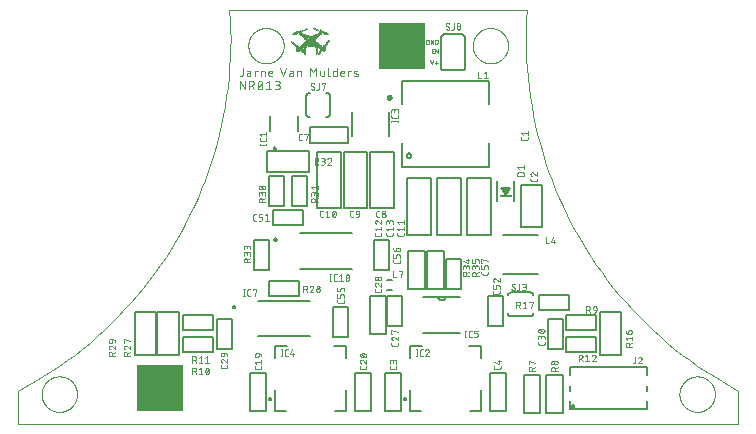
<source format=gto>
G75*
%MOIN*%
%OFA0B0*%
%FSLAX25Y25*%
%IPPOS*%
%LPD*%
%AMOC8*
5,1,8,0,0,1.08239X$1,22.5*
%
%ADD10C,0.00000*%
%ADD11C,0.00039*%
%ADD12R,0.00080X0.00010*%
%ADD13R,0.00120X0.00010*%
%ADD14R,0.00160X0.00010*%
%ADD15R,0.00180X0.00010*%
%ADD16R,0.00200X0.00010*%
%ADD17R,0.00230X0.00010*%
%ADD18R,0.00250X0.00010*%
%ADD19R,0.00270X0.00010*%
%ADD20R,0.00290X0.00010*%
%ADD21R,0.00320X0.00010*%
%ADD22R,0.00330X0.00010*%
%ADD23R,0.00350X0.00010*%
%ADD24R,0.00370X0.00010*%
%ADD25R,0.00390X0.00010*%
%ADD26R,0.00420X0.00010*%
%ADD27R,0.00430X0.00010*%
%ADD28R,0.00450X0.00010*%
%ADD29R,0.00470X0.00010*%
%ADD30R,0.00490X0.00010*%
%ADD31R,0.00050X0.00010*%
%ADD32R,0.00500X0.00010*%
%ADD33R,0.00090X0.00010*%
%ADD34R,0.00520X0.00010*%
%ADD35R,0.00110X0.00010*%
%ADD36R,0.00550X0.00010*%
%ADD37R,0.00140X0.00010*%
%ADD38R,0.00560X0.00010*%
%ADD39R,0.00170X0.00010*%
%ADD40R,0.00580X0.00010*%
%ADD41R,0.00210X0.00010*%
%ADD42R,0.00590X0.00010*%
%ADD43R,0.00260X0.00010*%
%ADD44R,0.00610X0.00010*%
%ADD45R,0.00280X0.00010*%
%ADD46R,0.00010X0.00010*%
%ADD47R,0.00020X0.00010*%
%ADD48R,0.00620X0.00010*%
%ADD49R,0.00150X0.00010*%
%ADD50R,0.00630X0.00010*%
%ADD51R,0.00650X0.00010*%
%ADD52R,0.00660X0.00010*%
%ADD53R,0.00360X0.00010*%
%ADD54R,0.00680X0.00010*%
%ADD55R,0.00370X0.00010*%
%ADD56R,0.00240X0.00010*%
%ADD57R,0.00690X0.00010*%
%ADD58R,0.00380X0.00010*%
%ADD59R,0.00700X0.00010*%
%ADD60R,0.00710X0.00010*%
%ADD61R,0.00720X0.00010*%
%ADD62R,0.00740X0.00010*%
%ADD63R,0.00750X0.00010*%
%ADD64R,0.00760X0.00010*%
%ADD65R,0.00400X0.00010*%
%ADD66R,0.00300X0.00010*%
%ADD67R,0.00770X0.00010*%
%ADD68R,0.00310X0.00010*%
%ADD69R,0.00780X0.00010*%
%ADD70R,0.00790X0.00010*%
%ADD71R,0.00800X0.00010*%
%ADD72R,0.00810X0.00010*%
%ADD73R,0.00410X0.00010*%
%ADD74R,0.00340X0.00010*%
%ADD75R,0.00830X0.00010*%
%ADD76R,0.00840X0.00010*%
%ADD77R,0.00850X0.00010*%
%ADD78R,0.00870X0.00010*%
%ADD79R,0.00860X0.00010*%
%ADD80R,0.00870X0.00010*%
%ADD81R,0.00880X0.00010*%
%ADD82R,0.00440X0.00010*%
%ADD83R,0.00890X0.00010*%
%ADD84R,0.00460X0.00010*%
%ADD85R,0.00900X0.00010*%
%ADD86R,0.00480X0.00010*%
%ADD87R,0.00910X0.00010*%
%ADD88R,0.00920X0.00010*%
%ADD89R,0.00920X0.00010*%
%ADD90R,0.00510X0.00010*%
%ADD91R,0.00930X0.00010*%
%ADD92R,0.00520X0.00010*%
%ADD93R,0.00530X0.00010*%
%ADD94R,0.00940X0.00010*%
%ADD95R,0.00950X0.00010*%
%ADD96R,0.00600X0.00010*%
%ADD97R,0.00960X0.00010*%
%ADD98R,0.00670X0.00010*%
%ADD99R,0.00970X0.00010*%
%ADD100R,0.00770X0.00010*%
%ADD101R,0.00970X0.00010*%
%ADD102R,0.00980X0.00010*%
%ADD103R,0.00820X0.00010*%
%ADD104R,0.00990X0.00010*%
%ADD105R,0.00990X0.00010*%
%ADD106R,0.01010X0.00010*%
%ADD107R,0.01020X0.00010*%
%ADD108R,0.01040X0.00010*%
%ADD109R,0.01050X0.00010*%
%ADD110R,0.01060X0.00010*%
%ADD111R,0.01080X0.00010*%
%ADD112R,0.01090X0.00010*%
%ADD113R,0.01090X0.00010*%
%ADD114R,0.01110X0.00010*%
%ADD115R,0.01120X0.00010*%
%ADD116R,0.01130X0.00010*%
%ADD117R,0.01140X0.00010*%
%ADD118R,0.01160X0.00010*%
%ADD119R,0.01150X0.00010*%
%ADD120R,0.01170X0.00010*%
%ADD121R,0.00190X0.00010*%
%ADD122R,0.01180X0.00010*%
%ADD123R,0.01190X0.00010*%
%ADD124R,0.01190X0.00010*%
%ADD125R,0.01200X0.00010*%
%ADD126R,0.01210X0.00010*%
%ADD127R,0.01220X0.00010*%
%ADD128R,0.00730X0.00010*%
%ADD129R,0.01230X0.00010*%
%ADD130R,0.01250X0.00010*%
%ADD131R,0.01270X0.00010*%
%ADD132R,0.00570X0.00010*%
%ADD133R,0.00620X0.00010*%
%ADD134R,0.01290X0.00010*%
%ADD135R,0.00670X0.00010*%
%ADD136R,0.01310X0.00010*%
%ADD137R,0.01000X0.00010*%
%ADD138R,0.00790X0.00010*%
%ADD139R,0.01330X0.00010*%
%ADD140R,0.01030X0.00010*%
%ADD141R,0.01340X0.00010*%
%ADD142R,0.00940X0.00010*%
%ADD143R,0.01350X0.00010*%
%ADD144R,0.00890X0.00010*%
%ADD145R,0.01070X0.00010*%
%ADD146R,0.01360X0.00010*%
%ADD147R,0.01100X0.00010*%
%ADD148R,0.01380X0.00010*%
%ADD149R,0.01400X0.00010*%
%ADD150R,0.01960X0.00010*%
%ADD151R,0.01410X0.00010*%
%ADD152R,0.01950X0.00010*%
%ADD153R,0.01420X0.00010*%
%ADD154R,0.01430X0.00010*%
%ADD155R,0.01440X0.00010*%
%ADD156R,0.01450X0.00010*%
%ADD157R,0.01940X0.00010*%
%ADD158R,0.01460X0.00010*%
%ADD159R,0.01220X0.00010*%
%ADD160R,0.01240X0.00010*%
%ADD161R,0.01480X0.00010*%
%ADD162R,0.01490X0.00010*%
%ADD163R,0.01940X0.00010*%
%ADD164R,0.01500X0.00010*%
%ADD165R,0.01280X0.00010*%
%ADD166R,0.01510X0.00010*%
%ADD167R,0.01530X0.00010*%
%ADD168R,0.01300X0.00010*%
%ADD169R,0.01320X0.00010*%
%ADD170R,0.01540X0.00010*%
%ADD171R,0.01550X0.00010*%
%ADD172R,0.01560X0.00010*%
%ADD173R,0.01570X0.00010*%
%ADD174R,0.01370X0.00010*%
%ADD175R,0.01570X0.00010*%
%ADD176R,0.01930X0.00010*%
%ADD177R,0.01590X0.00010*%
%ADD178R,0.01600X0.00010*%
%ADD179R,0.01610X0.00010*%
%ADD180R,0.01920X0.00010*%
%ADD181R,0.03010X0.00010*%
%ADD182R,0.01910X0.00010*%
%ADD183R,0.02590X0.00010*%
%ADD184R,0.02570X0.00010*%
%ADD185R,0.01900X0.00010*%
%ADD186R,0.02550X0.00010*%
%ADD187R,0.01880X0.00010*%
%ADD188R,0.02540X0.00010*%
%ADD189R,0.01890X0.00010*%
%ADD190R,0.02530X0.00010*%
%ADD191R,0.02510X0.00010*%
%ADD192R,0.01870X0.00010*%
%ADD193R,0.02490X0.00010*%
%ADD194R,0.01860X0.00010*%
%ADD195R,0.02480X0.00010*%
%ADD196R,0.01850X0.00010*%
%ADD197R,0.02470X0.00010*%
%ADD198R,0.02460X0.00010*%
%ADD199R,0.01840X0.00010*%
%ADD200R,0.02450X0.00010*%
%ADD201R,0.01830X0.00010*%
%ADD202R,0.02440X0.00010*%
%ADD203R,0.02430X0.00010*%
%ADD204R,0.01820X0.00010*%
%ADD205R,0.02420X0.00010*%
%ADD206R,0.02400X0.00010*%
%ADD207R,0.01810X0.00010*%
%ADD208R,0.02390X0.00010*%
%ADD209R,0.01800X0.00010*%
%ADD210R,0.02370X0.00010*%
%ADD211R,0.01790X0.00010*%
%ADD212R,0.02350X0.00010*%
%ADD213R,0.01780X0.00010*%
%ADD214R,0.02340X0.00010*%
%ADD215R,0.02330X0.00010*%
%ADD216R,0.01770X0.00010*%
%ADD217R,0.02320X0.00010*%
%ADD218R,0.01760X0.00010*%
%ADD219R,0.02300X0.00010*%
%ADD220R,0.02280X0.00010*%
%ADD221R,0.01750X0.00010*%
%ADD222R,0.02270X0.00010*%
%ADD223R,0.02260X0.00010*%
%ADD224R,0.01740X0.00010*%
%ADD225R,0.02250X0.00010*%
%ADD226R,0.01720X0.00010*%
%ADD227R,0.02230X0.00010*%
%ADD228R,0.02210X0.00010*%
%ADD229R,0.01710X0.00010*%
%ADD230R,0.02200X0.00010*%
%ADD231R,0.00390X0.00010*%
%ADD232R,0.01700X0.00010*%
%ADD233R,0.02180X0.00010*%
%ADD234R,0.01690X0.00010*%
%ADD235R,0.02170X0.00010*%
%ADD236R,0.02140X0.00010*%
%ADD237R,0.01670X0.00010*%
%ADD238R,0.02130X0.00010*%
%ADD239R,0.01660X0.00010*%
%ADD240R,0.02110X0.00010*%
%ADD241R,0.02100X0.00010*%
%ADD242R,0.01680X0.00010*%
%ADD243R,0.02080X0.00010*%
%ADD244R,0.02060X0.00010*%
%ADD245R,0.01730X0.00010*%
%ADD246R,0.02040X0.00010*%
%ADD247R,0.01740X0.00010*%
%ADD248R,0.02020X0.00010*%
%ADD249R,0.02000X0.00010*%
%ADD250R,0.01980X0.00010*%
%ADD251R,0.01870X0.00010*%
%ADD252R,0.01920X0.00010*%
%ADD253R,0.01970X0.00010*%
%ADD254R,0.01990X0.00010*%
%ADD255R,0.01970X0.00010*%
%ADD256R,0.02030X0.00010*%
%ADD257R,0.02010X0.00010*%
%ADD258R,0.02050X0.00010*%
%ADD259R,0.02070X0.00010*%
%ADD260R,0.02090X0.00010*%
%ADD261R,0.02120X0.00010*%
%ADD262R,0.02140X0.00010*%
%ADD263R,0.02150X0.00010*%
%ADD264R,0.02290X0.00010*%
%ADD265R,0.02310X0.00010*%
%ADD266R,0.02360X0.00010*%
%ADD267R,0.02380X0.00010*%
%ADD268R,0.02410X0.00010*%
%ADD269R,0.02390X0.00010*%
%ADD270R,0.00470X0.00010*%
%ADD271R,0.02470X0.00010*%
%ADD272R,0.02520X0.00010*%
%ADD273R,0.02500X0.00010*%
%ADD274R,0.03020X0.00010*%
%ADD275R,0.02610X0.00010*%
%ADD276R,0.02640X0.00010*%
%ADD277R,0.02650X0.00010*%
%ADD278R,0.02690X0.00010*%
%ADD279R,0.03170X0.00010*%
%ADD280R,0.03160X0.00010*%
%ADD281R,0.03030X0.00010*%
%ADD282R,0.03170X0.00010*%
%ADD283R,0.00720X0.00010*%
%ADD284R,0.00820X0.00010*%
%ADD285R,0.02220X0.00010*%
%ADD286R,0.02020X0.00010*%
%ADD287R,0.02190X0.00010*%
%ADD288R,0.02070X0.00010*%
%ADD289R,0.00640X0.00010*%
%ADD290R,0.00020X0.00010*%
%ADD291R,0.00840X0.00010*%
%ADD292R,0.00420X0.00010*%
%ADD293R,0.02090X0.00010*%
%ADD294R,0.02340X0.00010*%
%ADD295R,0.01520X0.00010*%
%ADD296R,0.01580X0.00010*%
%ADD297R,0.01640X0.00010*%
%ADD298R,0.00640X0.00010*%
%ADD299R,0.00440X0.00010*%
%ADD300R,0.02120X0.00010*%
%ADD301R,0.00030X0.00010*%
%ADD302R,0.00070X0.00010*%
%ADD303R,0.03090X0.00010*%
%ADD304R,0.03070X0.00010*%
%ADD305R,0.03060X0.00010*%
%ADD306R,0.03050X0.00010*%
%ADD307R,0.00040X0.00010*%
%ADD308R,0.00060X0.00010*%
%ADD309R,0.03000X0.00010*%
%ADD310R,0.00290X0.00010*%
%ADD311R,0.00100X0.00010*%
%ADD312R,0.02970X0.00010*%
%ADD313R,0.00540X0.00010*%
%ADD314R,0.00240X0.00010*%
%ADD315R,0.02970X0.00010*%
%ADD316R,0.00040X0.00010*%
%ADD317R,0.00130X0.00010*%
%ADD318R,0.00220X0.00010*%
%ADD319R,0.02960X0.00010*%
%ADD320R,0.00140X0.00010*%
%ADD321R,0.02940X0.00010*%
%ADD322R,0.02990X0.00010*%
%ADD323R,0.00320X0.00010*%
%ADD324R,0.02930X0.00010*%
%ADD325R,0.00340X0.00010*%
%ADD326R,0.02910X0.00010*%
%ADD327R,0.00570X0.00010*%
%ADD328R,0.02900X0.00010*%
%ADD329R,0.02890X0.00010*%
%ADD330R,0.00190X0.00010*%
%ADD331R,0.02880X0.00010*%
%ADD332R,0.02870X0.00010*%
%ADD333R,0.02850X0.00010*%
%ADD334R,0.02830X0.00010*%
%ADD335R,0.02890X0.00010*%
%ADD336R,0.00220X0.00010*%
%ADD337R,0.02840X0.00010*%
%ADD338R,0.02810X0.00010*%
%ADD339R,0.02860X0.00010*%
%ADD340R,0.02800X0.00010*%
%ADD341R,0.02780X0.00010*%
%ADD342R,0.02980X0.00010*%
%ADD343R,0.02770X0.00010*%
%ADD344R,0.02790X0.00010*%
%ADD345R,0.02760X0.00010*%
%ADD346R,0.02770X0.00010*%
%ADD347R,0.02750X0.00010*%
%ADD348R,0.02740X0.00010*%
%ADD349R,0.02720X0.00010*%
%ADD350R,0.02720X0.00010*%
%ADD351R,0.02710X0.00010*%
%ADD352R,0.03260X0.00010*%
%ADD353R,0.02700X0.00010*%
%ADD354R,0.01260X0.00010*%
%ADD355R,0.01890X0.00010*%
%ADD356R,0.02160X0.00010*%
%ADD357R,0.01820X0.00010*%
%ADD358R,0.01120X0.00010*%
%ADD359R,0.01720X0.00010*%
%ADD360R,0.02040X0.00010*%
%ADD361R,0.01670X0.00010*%
%ADD362R,0.01650X0.00010*%
%ADD363R,0.00540X0.00010*%
%ADD364R,0.01630X0.00010*%
%ADD365R,0.01620X0.00010*%
%ADD366R,0.01520X0.00010*%
%ADD367R,0.01770X0.00010*%
%ADD368R,0.01470X0.00010*%
%ADD369R,0.01590X0.00010*%
%ADD370R,0.00590X0.00010*%
%ADD371R,0.01620X0.00010*%
%ADD372R,0.01340X0.00010*%
%ADD373R,0.01320X0.00010*%
%ADD374R,0.01540X0.00010*%
%ADD375R,0.01290X0.00010*%
%ADD376R,0.01490X0.00010*%
%ADD377R,0.01470X0.00010*%
%ADD378R,0.01240X0.00010*%
%ADD379R,0.01420X0.00010*%
%ADD380R,0.01390X0.00010*%
%ADD381R,0.01170X0.00010*%
%ADD382R,0.00690X0.00010*%
%ADD383R,0.01690X0.00010*%
%ADD384R,0.01020X0.00010*%
%ADD385R,0.00740X0.00010*%
%ADD386R,0.01140X0.00010*%
%ADD387R,0.01270X0.00010*%
%ADD388R,0.01440X0.00010*%
%ADD389R,0.01390X0.00010*%
%ADD390R,0.03040X0.00010*%
%ADD391R,0.04790X0.00010*%
%ADD392R,0.04810X0.00010*%
%ADD393R,0.04820X0.00010*%
%ADD394R,0.04840X0.00010*%
%ADD395R,0.04860X0.00010*%
%ADD396R,0.04880X0.00010*%
%ADD397R,0.04900X0.00010*%
%ADD398R,0.04920X0.00010*%
%ADD399R,0.04940X0.00010*%
%ADD400R,0.04960X0.00010*%
%ADD401R,0.04980X0.00010*%
%ADD402R,0.04990X0.00010*%
%ADD403R,0.05020X0.00010*%
%ADD404R,0.05030X0.00010*%
%ADD405R,0.05060X0.00010*%
%ADD406R,0.05070X0.00010*%
%ADD407R,0.05090X0.00010*%
%ADD408R,0.05110X0.00010*%
%ADD409R,0.05130X0.00010*%
%ADD410R,0.05160X0.00010*%
%ADD411R,0.05170X0.00010*%
%ADD412R,0.05210X0.00010*%
%ADD413R,0.05220X0.00010*%
%ADD414R,0.05240X0.00010*%
%ADD415R,0.05270X0.00010*%
%ADD416R,0.02440X0.00010*%
%ADD417R,0.02290X0.00010*%
%ADD418R,0.01370X0.00010*%
%ADD419R,0.01070X0.00010*%
%ADD420R,0.01040X0.00010*%
%ADD421R,0.00270X0.00010*%
%ADD422R,0.00170X0.00010*%
%ADD423C,0.00300*%
%ADD424C,0.00200*%
%ADD425C,0.00800*%
%ADD426C,0.00787*%
%ADD427C,0.00500*%
%ADD428C,0.00600*%
%ADD429R,0.15748X0.15748*%
%ADD430R,0.03937X0.00787*%
%ADD431C,0.01000*%
D10*
X0032750Y0016500D02*
X0032750Y0027524D01*
X0032750Y0016500D02*
X0272907Y0016500D01*
X0272907Y0027524D01*
X0272907Y0027523D02*
X0270093Y0029042D01*
X0267315Y0030628D01*
X0264577Y0032281D01*
X0261880Y0034000D01*
X0259225Y0035784D01*
X0256614Y0037631D01*
X0254048Y0039541D01*
X0251530Y0041513D01*
X0249060Y0043545D01*
X0246640Y0045636D01*
X0244271Y0047785D01*
X0241954Y0049991D01*
X0239692Y0052252D01*
X0237485Y0054567D01*
X0235335Y0056935D01*
X0233243Y0059354D01*
X0231210Y0061823D01*
X0229237Y0064341D01*
X0227326Y0066905D01*
X0225477Y0069515D01*
X0223692Y0072169D01*
X0221972Y0074866D01*
X0220318Y0077603D01*
X0218730Y0080380D01*
X0217210Y0083194D01*
X0215758Y0086044D01*
X0214376Y0088928D01*
X0213064Y0091845D01*
X0211823Y0094793D01*
X0210654Y0097770D01*
X0209557Y0100775D01*
X0208533Y0103805D01*
X0207582Y0106859D01*
X0206706Y0109935D01*
X0205905Y0113031D01*
X0205179Y0116146D01*
X0204528Y0119278D01*
X0203953Y0122424D01*
X0203455Y0125583D01*
X0203033Y0128754D01*
X0202688Y0131934D01*
X0202420Y0135121D01*
X0202229Y0138314D01*
X0202115Y0141510D01*
X0202079Y0144708D01*
X0202120Y0147906D01*
X0202239Y0151103D01*
X0202435Y0154295D01*
X0103222Y0154295D01*
X0103223Y0154295D02*
X0103419Y0151103D01*
X0103538Y0147906D01*
X0103579Y0144708D01*
X0103543Y0141510D01*
X0103429Y0138314D01*
X0103238Y0135121D01*
X0102970Y0131934D01*
X0102625Y0128754D01*
X0102203Y0125583D01*
X0101705Y0122424D01*
X0101130Y0119278D01*
X0100479Y0116146D01*
X0099753Y0113031D01*
X0098952Y0109935D01*
X0098076Y0106859D01*
X0097125Y0103805D01*
X0096101Y0100775D01*
X0095004Y0097770D01*
X0093835Y0094793D01*
X0092594Y0091845D01*
X0091282Y0088928D01*
X0089900Y0086044D01*
X0088448Y0083194D01*
X0086928Y0080380D01*
X0085340Y0077603D01*
X0083686Y0074866D01*
X0081966Y0072169D01*
X0080181Y0069515D01*
X0078332Y0066905D01*
X0076421Y0064341D01*
X0074448Y0061823D01*
X0072415Y0059354D01*
X0070323Y0056935D01*
X0068173Y0054567D01*
X0065966Y0052252D01*
X0063704Y0049991D01*
X0061387Y0047785D01*
X0059018Y0045636D01*
X0056598Y0043545D01*
X0054128Y0041513D01*
X0051610Y0039541D01*
X0049044Y0037631D01*
X0046433Y0035784D01*
X0043778Y0034000D01*
X0041081Y0032281D01*
X0038343Y0030628D01*
X0035565Y0029042D01*
X0032751Y0027523D01*
D11*
X0040624Y0026343D02*
X0040626Y0026496D01*
X0040632Y0026650D01*
X0040642Y0026803D01*
X0040656Y0026955D01*
X0040674Y0027108D01*
X0040696Y0027259D01*
X0040721Y0027410D01*
X0040751Y0027561D01*
X0040785Y0027711D01*
X0040822Y0027859D01*
X0040863Y0028007D01*
X0040908Y0028153D01*
X0040957Y0028299D01*
X0041010Y0028443D01*
X0041066Y0028585D01*
X0041126Y0028726D01*
X0041190Y0028866D01*
X0041257Y0029004D01*
X0041328Y0029140D01*
X0041403Y0029274D01*
X0041480Y0029406D01*
X0041562Y0029536D01*
X0041646Y0029664D01*
X0041734Y0029790D01*
X0041825Y0029913D01*
X0041919Y0030034D01*
X0042017Y0030152D01*
X0042117Y0030268D01*
X0042221Y0030381D01*
X0042327Y0030492D01*
X0042436Y0030600D01*
X0042548Y0030705D01*
X0042662Y0030806D01*
X0042780Y0030905D01*
X0042899Y0031001D01*
X0043021Y0031094D01*
X0043146Y0031183D01*
X0043273Y0031270D01*
X0043402Y0031352D01*
X0043533Y0031432D01*
X0043666Y0031508D01*
X0043801Y0031581D01*
X0043938Y0031650D01*
X0044077Y0031715D01*
X0044217Y0031777D01*
X0044359Y0031835D01*
X0044502Y0031890D01*
X0044647Y0031941D01*
X0044793Y0031988D01*
X0044940Y0032031D01*
X0045088Y0032070D01*
X0045237Y0032106D01*
X0045387Y0032137D01*
X0045538Y0032165D01*
X0045689Y0032189D01*
X0045842Y0032209D01*
X0045994Y0032225D01*
X0046147Y0032237D01*
X0046300Y0032245D01*
X0046453Y0032249D01*
X0046607Y0032249D01*
X0046760Y0032245D01*
X0046913Y0032237D01*
X0047066Y0032225D01*
X0047218Y0032209D01*
X0047371Y0032189D01*
X0047522Y0032165D01*
X0047673Y0032137D01*
X0047823Y0032106D01*
X0047972Y0032070D01*
X0048120Y0032031D01*
X0048267Y0031988D01*
X0048413Y0031941D01*
X0048558Y0031890D01*
X0048701Y0031835D01*
X0048843Y0031777D01*
X0048983Y0031715D01*
X0049122Y0031650D01*
X0049259Y0031581D01*
X0049394Y0031508D01*
X0049527Y0031432D01*
X0049658Y0031352D01*
X0049787Y0031270D01*
X0049914Y0031183D01*
X0050039Y0031094D01*
X0050161Y0031001D01*
X0050280Y0030905D01*
X0050398Y0030806D01*
X0050512Y0030705D01*
X0050624Y0030600D01*
X0050733Y0030492D01*
X0050839Y0030381D01*
X0050943Y0030268D01*
X0051043Y0030152D01*
X0051141Y0030034D01*
X0051235Y0029913D01*
X0051326Y0029790D01*
X0051414Y0029664D01*
X0051498Y0029536D01*
X0051580Y0029406D01*
X0051657Y0029274D01*
X0051732Y0029140D01*
X0051803Y0029004D01*
X0051870Y0028866D01*
X0051934Y0028726D01*
X0051994Y0028585D01*
X0052050Y0028443D01*
X0052103Y0028299D01*
X0052152Y0028153D01*
X0052197Y0028007D01*
X0052238Y0027859D01*
X0052275Y0027711D01*
X0052309Y0027561D01*
X0052339Y0027410D01*
X0052364Y0027259D01*
X0052386Y0027108D01*
X0052404Y0026955D01*
X0052418Y0026803D01*
X0052428Y0026650D01*
X0052434Y0026496D01*
X0052436Y0026343D01*
X0052434Y0026190D01*
X0052428Y0026036D01*
X0052418Y0025883D01*
X0052404Y0025731D01*
X0052386Y0025578D01*
X0052364Y0025427D01*
X0052339Y0025276D01*
X0052309Y0025125D01*
X0052275Y0024975D01*
X0052238Y0024827D01*
X0052197Y0024679D01*
X0052152Y0024533D01*
X0052103Y0024387D01*
X0052050Y0024243D01*
X0051994Y0024101D01*
X0051934Y0023960D01*
X0051870Y0023820D01*
X0051803Y0023682D01*
X0051732Y0023546D01*
X0051657Y0023412D01*
X0051580Y0023280D01*
X0051498Y0023150D01*
X0051414Y0023022D01*
X0051326Y0022896D01*
X0051235Y0022773D01*
X0051141Y0022652D01*
X0051043Y0022534D01*
X0050943Y0022418D01*
X0050839Y0022305D01*
X0050733Y0022194D01*
X0050624Y0022086D01*
X0050512Y0021981D01*
X0050398Y0021880D01*
X0050280Y0021781D01*
X0050161Y0021685D01*
X0050039Y0021592D01*
X0049914Y0021503D01*
X0049787Y0021416D01*
X0049658Y0021334D01*
X0049527Y0021254D01*
X0049394Y0021178D01*
X0049259Y0021105D01*
X0049122Y0021036D01*
X0048983Y0020971D01*
X0048843Y0020909D01*
X0048701Y0020851D01*
X0048558Y0020796D01*
X0048413Y0020745D01*
X0048267Y0020698D01*
X0048120Y0020655D01*
X0047972Y0020616D01*
X0047823Y0020580D01*
X0047673Y0020549D01*
X0047522Y0020521D01*
X0047371Y0020497D01*
X0047218Y0020477D01*
X0047066Y0020461D01*
X0046913Y0020449D01*
X0046760Y0020441D01*
X0046607Y0020437D01*
X0046453Y0020437D01*
X0046300Y0020441D01*
X0046147Y0020449D01*
X0045994Y0020461D01*
X0045842Y0020477D01*
X0045689Y0020497D01*
X0045538Y0020521D01*
X0045387Y0020549D01*
X0045237Y0020580D01*
X0045088Y0020616D01*
X0044940Y0020655D01*
X0044793Y0020698D01*
X0044647Y0020745D01*
X0044502Y0020796D01*
X0044359Y0020851D01*
X0044217Y0020909D01*
X0044077Y0020971D01*
X0043938Y0021036D01*
X0043801Y0021105D01*
X0043666Y0021178D01*
X0043533Y0021254D01*
X0043402Y0021334D01*
X0043273Y0021416D01*
X0043146Y0021503D01*
X0043021Y0021592D01*
X0042899Y0021685D01*
X0042780Y0021781D01*
X0042662Y0021880D01*
X0042548Y0021981D01*
X0042436Y0022086D01*
X0042327Y0022194D01*
X0042221Y0022305D01*
X0042117Y0022418D01*
X0042017Y0022534D01*
X0041919Y0022652D01*
X0041825Y0022773D01*
X0041734Y0022896D01*
X0041646Y0023022D01*
X0041562Y0023150D01*
X0041480Y0023280D01*
X0041403Y0023412D01*
X0041328Y0023546D01*
X0041257Y0023682D01*
X0041190Y0023820D01*
X0041126Y0023960D01*
X0041066Y0024101D01*
X0041010Y0024243D01*
X0040957Y0024387D01*
X0040908Y0024533D01*
X0040863Y0024679D01*
X0040822Y0024827D01*
X0040785Y0024975D01*
X0040751Y0025125D01*
X0040721Y0025276D01*
X0040696Y0025427D01*
X0040674Y0025578D01*
X0040656Y0025731D01*
X0040642Y0025883D01*
X0040632Y0026036D01*
X0040626Y0026190D01*
X0040624Y0026343D01*
X0109521Y0142484D02*
X0109523Y0142637D01*
X0109529Y0142791D01*
X0109539Y0142944D01*
X0109553Y0143096D01*
X0109571Y0143249D01*
X0109593Y0143400D01*
X0109618Y0143551D01*
X0109648Y0143702D01*
X0109682Y0143852D01*
X0109719Y0144000D01*
X0109760Y0144148D01*
X0109805Y0144294D01*
X0109854Y0144440D01*
X0109907Y0144584D01*
X0109963Y0144726D01*
X0110023Y0144867D01*
X0110087Y0145007D01*
X0110154Y0145145D01*
X0110225Y0145281D01*
X0110300Y0145415D01*
X0110377Y0145547D01*
X0110459Y0145677D01*
X0110543Y0145805D01*
X0110631Y0145931D01*
X0110722Y0146054D01*
X0110816Y0146175D01*
X0110914Y0146293D01*
X0111014Y0146409D01*
X0111118Y0146522D01*
X0111224Y0146633D01*
X0111333Y0146741D01*
X0111445Y0146846D01*
X0111559Y0146947D01*
X0111677Y0147046D01*
X0111796Y0147142D01*
X0111918Y0147235D01*
X0112043Y0147324D01*
X0112170Y0147411D01*
X0112299Y0147493D01*
X0112430Y0147573D01*
X0112563Y0147649D01*
X0112698Y0147722D01*
X0112835Y0147791D01*
X0112974Y0147856D01*
X0113114Y0147918D01*
X0113256Y0147976D01*
X0113399Y0148031D01*
X0113544Y0148082D01*
X0113690Y0148129D01*
X0113837Y0148172D01*
X0113985Y0148211D01*
X0114134Y0148247D01*
X0114284Y0148278D01*
X0114435Y0148306D01*
X0114586Y0148330D01*
X0114739Y0148350D01*
X0114891Y0148366D01*
X0115044Y0148378D01*
X0115197Y0148386D01*
X0115350Y0148390D01*
X0115504Y0148390D01*
X0115657Y0148386D01*
X0115810Y0148378D01*
X0115963Y0148366D01*
X0116115Y0148350D01*
X0116268Y0148330D01*
X0116419Y0148306D01*
X0116570Y0148278D01*
X0116720Y0148247D01*
X0116869Y0148211D01*
X0117017Y0148172D01*
X0117164Y0148129D01*
X0117310Y0148082D01*
X0117455Y0148031D01*
X0117598Y0147976D01*
X0117740Y0147918D01*
X0117880Y0147856D01*
X0118019Y0147791D01*
X0118156Y0147722D01*
X0118291Y0147649D01*
X0118424Y0147573D01*
X0118555Y0147493D01*
X0118684Y0147411D01*
X0118811Y0147324D01*
X0118936Y0147235D01*
X0119058Y0147142D01*
X0119177Y0147046D01*
X0119295Y0146947D01*
X0119409Y0146846D01*
X0119521Y0146741D01*
X0119630Y0146633D01*
X0119736Y0146522D01*
X0119840Y0146409D01*
X0119940Y0146293D01*
X0120038Y0146175D01*
X0120132Y0146054D01*
X0120223Y0145931D01*
X0120311Y0145805D01*
X0120395Y0145677D01*
X0120477Y0145547D01*
X0120554Y0145415D01*
X0120629Y0145281D01*
X0120700Y0145145D01*
X0120767Y0145007D01*
X0120831Y0144867D01*
X0120891Y0144726D01*
X0120947Y0144584D01*
X0121000Y0144440D01*
X0121049Y0144294D01*
X0121094Y0144148D01*
X0121135Y0144000D01*
X0121172Y0143852D01*
X0121206Y0143702D01*
X0121236Y0143551D01*
X0121261Y0143400D01*
X0121283Y0143249D01*
X0121301Y0143096D01*
X0121315Y0142944D01*
X0121325Y0142791D01*
X0121331Y0142637D01*
X0121333Y0142484D01*
X0121331Y0142331D01*
X0121325Y0142177D01*
X0121315Y0142024D01*
X0121301Y0141872D01*
X0121283Y0141719D01*
X0121261Y0141568D01*
X0121236Y0141417D01*
X0121206Y0141266D01*
X0121172Y0141116D01*
X0121135Y0140968D01*
X0121094Y0140820D01*
X0121049Y0140674D01*
X0121000Y0140528D01*
X0120947Y0140384D01*
X0120891Y0140242D01*
X0120831Y0140101D01*
X0120767Y0139961D01*
X0120700Y0139823D01*
X0120629Y0139687D01*
X0120554Y0139553D01*
X0120477Y0139421D01*
X0120395Y0139291D01*
X0120311Y0139163D01*
X0120223Y0139037D01*
X0120132Y0138914D01*
X0120038Y0138793D01*
X0119940Y0138675D01*
X0119840Y0138559D01*
X0119736Y0138446D01*
X0119630Y0138335D01*
X0119521Y0138227D01*
X0119409Y0138122D01*
X0119295Y0138021D01*
X0119177Y0137922D01*
X0119058Y0137826D01*
X0118936Y0137733D01*
X0118811Y0137644D01*
X0118684Y0137557D01*
X0118555Y0137475D01*
X0118424Y0137395D01*
X0118291Y0137319D01*
X0118156Y0137246D01*
X0118019Y0137177D01*
X0117880Y0137112D01*
X0117740Y0137050D01*
X0117598Y0136992D01*
X0117455Y0136937D01*
X0117310Y0136886D01*
X0117164Y0136839D01*
X0117017Y0136796D01*
X0116869Y0136757D01*
X0116720Y0136721D01*
X0116570Y0136690D01*
X0116419Y0136662D01*
X0116268Y0136638D01*
X0116115Y0136618D01*
X0115963Y0136602D01*
X0115810Y0136590D01*
X0115657Y0136582D01*
X0115504Y0136578D01*
X0115350Y0136578D01*
X0115197Y0136582D01*
X0115044Y0136590D01*
X0114891Y0136602D01*
X0114739Y0136618D01*
X0114586Y0136638D01*
X0114435Y0136662D01*
X0114284Y0136690D01*
X0114134Y0136721D01*
X0113985Y0136757D01*
X0113837Y0136796D01*
X0113690Y0136839D01*
X0113544Y0136886D01*
X0113399Y0136937D01*
X0113256Y0136992D01*
X0113114Y0137050D01*
X0112974Y0137112D01*
X0112835Y0137177D01*
X0112698Y0137246D01*
X0112563Y0137319D01*
X0112430Y0137395D01*
X0112299Y0137475D01*
X0112170Y0137557D01*
X0112043Y0137644D01*
X0111918Y0137733D01*
X0111796Y0137826D01*
X0111677Y0137922D01*
X0111559Y0138021D01*
X0111445Y0138122D01*
X0111333Y0138227D01*
X0111224Y0138335D01*
X0111118Y0138446D01*
X0111014Y0138559D01*
X0110914Y0138675D01*
X0110816Y0138793D01*
X0110722Y0138914D01*
X0110631Y0139037D01*
X0110543Y0139163D01*
X0110459Y0139291D01*
X0110377Y0139421D01*
X0110300Y0139553D01*
X0110225Y0139687D01*
X0110154Y0139823D01*
X0110087Y0139961D01*
X0110023Y0140101D01*
X0109963Y0140242D01*
X0109907Y0140384D01*
X0109854Y0140528D01*
X0109805Y0140674D01*
X0109760Y0140820D01*
X0109719Y0140968D01*
X0109682Y0141116D01*
X0109648Y0141266D01*
X0109618Y0141417D01*
X0109593Y0141568D01*
X0109571Y0141719D01*
X0109553Y0141872D01*
X0109539Y0142024D01*
X0109529Y0142177D01*
X0109523Y0142331D01*
X0109521Y0142484D01*
X0184324Y0142484D02*
X0184326Y0142637D01*
X0184332Y0142791D01*
X0184342Y0142944D01*
X0184356Y0143096D01*
X0184374Y0143249D01*
X0184396Y0143400D01*
X0184421Y0143551D01*
X0184451Y0143702D01*
X0184485Y0143852D01*
X0184522Y0144000D01*
X0184563Y0144148D01*
X0184608Y0144294D01*
X0184657Y0144440D01*
X0184710Y0144584D01*
X0184766Y0144726D01*
X0184826Y0144867D01*
X0184890Y0145007D01*
X0184957Y0145145D01*
X0185028Y0145281D01*
X0185103Y0145415D01*
X0185180Y0145547D01*
X0185262Y0145677D01*
X0185346Y0145805D01*
X0185434Y0145931D01*
X0185525Y0146054D01*
X0185619Y0146175D01*
X0185717Y0146293D01*
X0185817Y0146409D01*
X0185921Y0146522D01*
X0186027Y0146633D01*
X0186136Y0146741D01*
X0186248Y0146846D01*
X0186362Y0146947D01*
X0186480Y0147046D01*
X0186599Y0147142D01*
X0186721Y0147235D01*
X0186846Y0147324D01*
X0186973Y0147411D01*
X0187102Y0147493D01*
X0187233Y0147573D01*
X0187366Y0147649D01*
X0187501Y0147722D01*
X0187638Y0147791D01*
X0187777Y0147856D01*
X0187917Y0147918D01*
X0188059Y0147976D01*
X0188202Y0148031D01*
X0188347Y0148082D01*
X0188493Y0148129D01*
X0188640Y0148172D01*
X0188788Y0148211D01*
X0188937Y0148247D01*
X0189087Y0148278D01*
X0189238Y0148306D01*
X0189389Y0148330D01*
X0189542Y0148350D01*
X0189694Y0148366D01*
X0189847Y0148378D01*
X0190000Y0148386D01*
X0190153Y0148390D01*
X0190307Y0148390D01*
X0190460Y0148386D01*
X0190613Y0148378D01*
X0190766Y0148366D01*
X0190918Y0148350D01*
X0191071Y0148330D01*
X0191222Y0148306D01*
X0191373Y0148278D01*
X0191523Y0148247D01*
X0191672Y0148211D01*
X0191820Y0148172D01*
X0191967Y0148129D01*
X0192113Y0148082D01*
X0192258Y0148031D01*
X0192401Y0147976D01*
X0192543Y0147918D01*
X0192683Y0147856D01*
X0192822Y0147791D01*
X0192959Y0147722D01*
X0193094Y0147649D01*
X0193227Y0147573D01*
X0193358Y0147493D01*
X0193487Y0147411D01*
X0193614Y0147324D01*
X0193739Y0147235D01*
X0193861Y0147142D01*
X0193980Y0147046D01*
X0194098Y0146947D01*
X0194212Y0146846D01*
X0194324Y0146741D01*
X0194433Y0146633D01*
X0194539Y0146522D01*
X0194643Y0146409D01*
X0194743Y0146293D01*
X0194841Y0146175D01*
X0194935Y0146054D01*
X0195026Y0145931D01*
X0195114Y0145805D01*
X0195198Y0145677D01*
X0195280Y0145547D01*
X0195357Y0145415D01*
X0195432Y0145281D01*
X0195503Y0145145D01*
X0195570Y0145007D01*
X0195634Y0144867D01*
X0195694Y0144726D01*
X0195750Y0144584D01*
X0195803Y0144440D01*
X0195852Y0144294D01*
X0195897Y0144148D01*
X0195938Y0144000D01*
X0195975Y0143852D01*
X0196009Y0143702D01*
X0196039Y0143551D01*
X0196064Y0143400D01*
X0196086Y0143249D01*
X0196104Y0143096D01*
X0196118Y0142944D01*
X0196128Y0142791D01*
X0196134Y0142637D01*
X0196136Y0142484D01*
X0196134Y0142331D01*
X0196128Y0142177D01*
X0196118Y0142024D01*
X0196104Y0141872D01*
X0196086Y0141719D01*
X0196064Y0141568D01*
X0196039Y0141417D01*
X0196009Y0141266D01*
X0195975Y0141116D01*
X0195938Y0140968D01*
X0195897Y0140820D01*
X0195852Y0140674D01*
X0195803Y0140528D01*
X0195750Y0140384D01*
X0195694Y0140242D01*
X0195634Y0140101D01*
X0195570Y0139961D01*
X0195503Y0139823D01*
X0195432Y0139687D01*
X0195357Y0139553D01*
X0195280Y0139421D01*
X0195198Y0139291D01*
X0195114Y0139163D01*
X0195026Y0139037D01*
X0194935Y0138914D01*
X0194841Y0138793D01*
X0194743Y0138675D01*
X0194643Y0138559D01*
X0194539Y0138446D01*
X0194433Y0138335D01*
X0194324Y0138227D01*
X0194212Y0138122D01*
X0194098Y0138021D01*
X0193980Y0137922D01*
X0193861Y0137826D01*
X0193739Y0137733D01*
X0193614Y0137644D01*
X0193487Y0137557D01*
X0193358Y0137475D01*
X0193227Y0137395D01*
X0193094Y0137319D01*
X0192959Y0137246D01*
X0192822Y0137177D01*
X0192683Y0137112D01*
X0192543Y0137050D01*
X0192401Y0136992D01*
X0192258Y0136937D01*
X0192113Y0136886D01*
X0191967Y0136839D01*
X0191820Y0136796D01*
X0191672Y0136757D01*
X0191523Y0136721D01*
X0191373Y0136690D01*
X0191222Y0136662D01*
X0191071Y0136638D01*
X0190918Y0136618D01*
X0190766Y0136602D01*
X0190613Y0136590D01*
X0190460Y0136582D01*
X0190307Y0136578D01*
X0190153Y0136578D01*
X0190000Y0136582D01*
X0189847Y0136590D01*
X0189694Y0136602D01*
X0189542Y0136618D01*
X0189389Y0136638D01*
X0189238Y0136662D01*
X0189087Y0136690D01*
X0188937Y0136721D01*
X0188788Y0136757D01*
X0188640Y0136796D01*
X0188493Y0136839D01*
X0188347Y0136886D01*
X0188202Y0136937D01*
X0188059Y0136992D01*
X0187917Y0137050D01*
X0187777Y0137112D01*
X0187638Y0137177D01*
X0187501Y0137246D01*
X0187366Y0137319D01*
X0187233Y0137395D01*
X0187102Y0137475D01*
X0186973Y0137557D01*
X0186846Y0137644D01*
X0186721Y0137733D01*
X0186599Y0137826D01*
X0186480Y0137922D01*
X0186362Y0138021D01*
X0186248Y0138122D01*
X0186136Y0138227D01*
X0186027Y0138335D01*
X0185921Y0138446D01*
X0185817Y0138559D01*
X0185717Y0138675D01*
X0185619Y0138793D01*
X0185525Y0138914D01*
X0185434Y0139037D01*
X0185346Y0139163D01*
X0185262Y0139291D01*
X0185180Y0139421D01*
X0185103Y0139553D01*
X0185028Y0139687D01*
X0184957Y0139823D01*
X0184890Y0139961D01*
X0184826Y0140101D01*
X0184766Y0140242D01*
X0184710Y0140384D01*
X0184657Y0140528D01*
X0184608Y0140674D01*
X0184563Y0140820D01*
X0184522Y0140968D01*
X0184485Y0141116D01*
X0184451Y0141266D01*
X0184421Y0141417D01*
X0184396Y0141568D01*
X0184374Y0141719D01*
X0184356Y0141872D01*
X0184342Y0142024D01*
X0184332Y0142177D01*
X0184326Y0142331D01*
X0184324Y0142484D01*
X0253222Y0026343D02*
X0253224Y0026496D01*
X0253230Y0026650D01*
X0253240Y0026803D01*
X0253254Y0026955D01*
X0253272Y0027108D01*
X0253294Y0027259D01*
X0253319Y0027410D01*
X0253349Y0027561D01*
X0253383Y0027711D01*
X0253420Y0027859D01*
X0253461Y0028007D01*
X0253506Y0028153D01*
X0253555Y0028299D01*
X0253608Y0028443D01*
X0253664Y0028585D01*
X0253724Y0028726D01*
X0253788Y0028866D01*
X0253855Y0029004D01*
X0253926Y0029140D01*
X0254001Y0029274D01*
X0254078Y0029406D01*
X0254160Y0029536D01*
X0254244Y0029664D01*
X0254332Y0029790D01*
X0254423Y0029913D01*
X0254517Y0030034D01*
X0254615Y0030152D01*
X0254715Y0030268D01*
X0254819Y0030381D01*
X0254925Y0030492D01*
X0255034Y0030600D01*
X0255146Y0030705D01*
X0255260Y0030806D01*
X0255378Y0030905D01*
X0255497Y0031001D01*
X0255619Y0031094D01*
X0255744Y0031183D01*
X0255871Y0031270D01*
X0256000Y0031352D01*
X0256131Y0031432D01*
X0256264Y0031508D01*
X0256399Y0031581D01*
X0256536Y0031650D01*
X0256675Y0031715D01*
X0256815Y0031777D01*
X0256957Y0031835D01*
X0257100Y0031890D01*
X0257245Y0031941D01*
X0257391Y0031988D01*
X0257538Y0032031D01*
X0257686Y0032070D01*
X0257835Y0032106D01*
X0257985Y0032137D01*
X0258136Y0032165D01*
X0258287Y0032189D01*
X0258440Y0032209D01*
X0258592Y0032225D01*
X0258745Y0032237D01*
X0258898Y0032245D01*
X0259051Y0032249D01*
X0259205Y0032249D01*
X0259358Y0032245D01*
X0259511Y0032237D01*
X0259664Y0032225D01*
X0259816Y0032209D01*
X0259969Y0032189D01*
X0260120Y0032165D01*
X0260271Y0032137D01*
X0260421Y0032106D01*
X0260570Y0032070D01*
X0260718Y0032031D01*
X0260865Y0031988D01*
X0261011Y0031941D01*
X0261156Y0031890D01*
X0261299Y0031835D01*
X0261441Y0031777D01*
X0261581Y0031715D01*
X0261720Y0031650D01*
X0261857Y0031581D01*
X0261992Y0031508D01*
X0262125Y0031432D01*
X0262256Y0031352D01*
X0262385Y0031270D01*
X0262512Y0031183D01*
X0262637Y0031094D01*
X0262759Y0031001D01*
X0262878Y0030905D01*
X0262996Y0030806D01*
X0263110Y0030705D01*
X0263222Y0030600D01*
X0263331Y0030492D01*
X0263437Y0030381D01*
X0263541Y0030268D01*
X0263641Y0030152D01*
X0263739Y0030034D01*
X0263833Y0029913D01*
X0263924Y0029790D01*
X0264012Y0029664D01*
X0264096Y0029536D01*
X0264178Y0029406D01*
X0264255Y0029274D01*
X0264330Y0029140D01*
X0264401Y0029004D01*
X0264468Y0028866D01*
X0264532Y0028726D01*
X0264592Y0028585D01*
X0264648Y0028443D01*
X0264701Y0028299D01*
X0264750Y0028153D01*
X0264795Y0028007D01*
X0264836Y0027859D01*
X0264873Y0027711D01*
X0264907Y0027561D01*
X0264937Y0027410D01*
X0264962Y0027259D01*
X0264984Y0027108D01*
X0265002Y0026955D01*
X0265016Y0026803D01*
X0265026Y0026650D01*
X0265032Y0026496D01*
X0265034Y0026343D01*
X0265032Y0026190D01*
X0265026Y0026036D01*
X0265016Y0025883D01*
X0265002Y0025731D01*
X0264984Y0025578D01*
X0264962Y0025427D01*
X0264937Y0025276D01*
X0264907Y0025125D01*
X0264873Y0024975D01*
X0264836Y0024827D01*
X0264795Y0024679D01*
X0264750Y0024533D01*
X0264701Y0024387D01*
X0264648Y0024243D01*
X0264592Y0024101D01*
X0264532Y0023960D01*
X0264468Y0023820D01*
X0264401Y0023682D01*
X0264330Y0023546D01*
X0264255Y0023412D01*
X0264178Y0023280D01*
X0264096Y0023150D01*
X0264012Y0023022D01*
X0263924Y0022896D01*
X0263833Y0022773D01*
X0263739Y0022652D01*
X0263641Y0022534D01*
X0263541Y0022418D01*
X0263437Y0022305D01*
X0263331Y0022194D01*
X0263222Y0022086D01*
X0263110Y0021981D01*
X0262996Y0021880D01*
X0262878Y0021781D01*
X0262759Y0021685D01*
X0262637Y0021592D01*
X0262512Y0021503D01*
X0262385Y0021416D01*
X0262256Y0021334D01*
X0262125Y0021254D01*
X0261992Y0021178D01*
X0261857Y0021105D01*
X0261720Y0021036D01*
X0261581Y0020971D01*
X0261441Y0020909D01*
X0261299Y0020851D01*
X0261156Y0020796D01*
X0261011Y0020745D01*
X0260865Y0020698D01*
X0260718Y0020655D01*
X0260570Y0020616D01*
X0260421Y0020580D01*
X0260271Y0020549D01*
X0260120Y0020521D01*
X0259969Y0020497D01*
X0259816Y0020477D01*
X0259664Y0020461D01*
X0259511Y0020449D01*
X0259358Y0020441D01*
X0259205Y0020437D01*
X0259051Y0020437D01*
X0258898Y0020441D01*
X0258745Y0020449D01*
X0258592Y0020461D01*
X0258440Y0020477D01*
X0258287Y0020497D01*
X0258136Y0020521D01*
X0257985Y0020549D01*
X0257835Y0020580D01*
X0257686Y0020616D01*
X0257538Y0020655D01*
X0257391Y0020698D01*
X0257245Y0020745D01*
X0257100Y0020796D01*
X0256957Y0020851D01*
X0256815Y0020909D01*
X0256675Y0020971D01*
X0256536Y0021036D01*
X0256399Y0021105D01*
X0256264Y0021178D01*
X0256131Y0021254D01*
X0256000Y0021334D01*
X0255871Y0021416D01*
X0255744Y0021503D01*
X0255619Y0021592D01*
X0255497Y0021685D01*
X0255378Y0021781D01*
X0255260Y0021880D01*
X0255146Y0021981D01*
X0255034Y0022086D01*
X0254925Y0022194D01*
X0254819Y0022305D01*
X0254715Y0022418D01*
X0254615Y0022534D01*
X0254517Y0022652D01*
X0254423Y0022773D01*
X0254332Y0022896D01*
X0254244Y0023022D01*
X0254160Y0023150D01*
X0254078Y0023280D01*
X0254001Y0023412D01*
X0253926Y0023546D01*
X0253855Y0023682D01*
X0253788Y0023820D01*
X0253724Y0023960D01*
X0253664Y0024101D01*
X0253608Y0024243D01*
X0253555Y0024387D01*
X0253506Y0024533D01*
X0253461Y0024679D01*
X0253420Y0024827D01*
X0253383Y0024975D01*
X0253349Y0025125D01*
X0253319Y0025276D01*
X0253294Y0025427D01*
X0253272Y0025578D01*
X0253254Y0025731D01*
X0253240Y0025883D01*
X0253230Y0026036D01*
X0253224Y0026190D01*
X0253222Y0026343D01*
D12*
X0133080Y0139225D03*
D13*
X0133080Y0139235D03*
X0130290Y0142245D03*
X0130290Y0142545D03*
X0133030Y0147315D03*
X0133050Y0147305D03*
X0133080Y0147295D03*
X0133680Y0147525D03*
X0129190Y0147885D03*
X0136340Y0144135D03*
D14*
X0134910Y0142435D03*
X0133080Y0139245D03*
X0130310Y0142485D03*
X0132850Y0147385D03*
X0133680Y0147505D03*
X0131520Y0148065D03*
X0129180Y0147875D03*
X0126950Y0147455D03*
X0124200Y0143545D03*
D15*
X0126040Y0142355D03*
X0132440Y0139505D03*
X0133080Y0139255D03*
X0134910Y0142425D03*
X0133260Y0147215D03*
X0132790Y0147405D03*
X0126950Y0147435D03*
X0126950Y0147445D03*
D16*
X0129170Y0147865D03*
X0132760Y0147415D03*
X0133280Y0147205D03*
X0133670Y0147465D03*
X0135970Y0145925D03*
X0136350Y0144115D03*
X0133080Y0139265D03*
X0130320Y0142385D03*
X0130320Y0142405D03*
X0126040Y0142345D03*
X0124200Y0143535D03*
D17*
X0124195Y0143525D03*
X0126955Y0147385D03*
X0126955Y0147395D03*
X0129155Y0147855D03*
X0132705Y0147435D03*
X0133675Y0147435D03*
X0134905Y0142395D03*
X0133085Y0139275D03*
X0132435Y0139525D03*
X0130535Y0142265D03*
D18*
X0130535Y0142275D03*
X0132435Y0139545D03*
X0133085Y0139285D03*
X0134905Y0142385D03*
X0135955Y0145935D03*
X0132675Y0147445D03*
X0127625Y0147215D03*
X0127595Y0147205D03*
X0127525Y0147185D03*
X0126965Y0147345D03*
X0126955Y0147355D03*
X0126045Y0142305D03*
D19*
X0126045Y0142295D03*
X0132435Y0139565D03*
X0133085Y0139295D03*
X0132645Y0147455D03*
D20*
X0132595Y0147475D03*
X0129125Y0147835D03*
X0124635Y0146055D03*
X0124205Y0143505D03*
X0126045Y0142275D03*
X0130505Y0142245D03*
X0130525Y0142235D03*
X0132435Y0139595D03*
X0132435Y0139585D03*
X0133085Y0139305D03*
X0135255Y0142285D03*
X0135275Y0142305D03*
X0135285Y0142315D03*
X0135285Y0142325D03*
X0135305Y0142345D03*
D21*
X0135350Y0142405D03*
X0135380Y0142445D03*
X0134900Y0142315D03*
X0136350Y0144065D03*
X0132550Y0147495D03*
X0127800Y0147265D03*
X0126050Y0142245D03*
X0128290Y0139495D03*
X0132440Y0139635D03*
X0132440Y0139645D03*
X0133090Y0139315D03*
D22*
X0133095Y0139325D03*
X0132435Y0139655D03*
X0130605Y0142315D03*
X0130605Y0142325D03*
X0130625Y0142355D03*
X0128285Y0139505D03*
X0126055Y0142225D03*
X0126055Y0142235D03*
X0124205Y0143485D03*
X0126975Y0147225D03*
X0126975Y0147235D03*
X0131635Y0147985D03*
X0132505Y0147515D03*
X0132525Y0147505D03*
X0133655Y0147295D03*
X0133655Y0147285D03*
X0135935Y0145955D03*
X0135395Y0142465D03*
X0135385Y0142455D03*
X0134895Y0142305D03*
X0134895Y0142295D03*
D23*
X0134895Y0142285D03*
X0134895Y0142275D03*
X0135415Y0142495D03*
X0135425Y0142505D03*
X0133095Y0139335D03*
X0132445Y0139695D03*
X0132445Y0139705D03*
X0132445Y0139725D03*
X0130635Y0142405D03*
X0130635Y0142415D03*
X0130635Y0142425D03*
X0130635Y0142435D03*
X0130635Y0142445D03*
X0126055Y0142215D03*
X0126055Y0142205D03*
X0128285Y0139515D03*
X0126975Y0147215D03*
X0131645Y0147975D03*
X0132465Y0147535D03*
X0132485Y0147525D03*
X0133655Y0147275D03*
X0133655Y0147265D03*
D24*
X0133645Y0147235D03*
X0133645Y0147225D03*
X0136345Y0144035D03*
X0135445Y0142535D03*
X0134895Y0142255D03*
X0133095Y0139345D03*
X0132445Y0139735D03*
X0132445Y0139755D03*
X0132445Y0139765D03*
X0132445Y0139775D03*
X0132445Y0139785D03*
X0132445Y0139795D03*
X0132445Y0139805D03*
X0132445Y0139815D03*
X0132445Y0139835D03*
X0132445Y0139855D03*
X0130895Y0142635D03*
X0128395Y0141515D03*
X0128395Y0141505D03*
X0128395Y0141495D03*
X0128395Y0141485D03*
X0128395Y0141475D03*
X0128395Y0141465D03*
X0128385Y0141425D03*
X0128385Y0141405D03*
X0128385Y0141385D03*
X0126985Y0147185D03*
D25*
X0126985Y0147175D03*
X0126985Y0147165D03*
X0131705Y0147935D03*
X0131725Y0147925D03*
X0132375Y0147575D03*
X0133645Y0147205D03*
X0136345Y0144025D03*
X0136345Y0144015D03*
X0135485Y0142595D03*
X0132445Y0139975D03*
X0132445Y0139955D03*
X0132445Y0139945D03*
X0132445Y0139935D03*
X0132445Y0139925D03*
X0132445Y0139915D03*
X0132445Y0139905D03*
X0132445Y0139895D03*
X0132445Y0139885D03*
X0132445Y0139875D03*
X0132445Y0139865D03*
X0132445Y0139845D03*
X0133095Y0139355D03*
X0130875Y0142665D03*
X0130585Y0142545D03*
X0130575Y0142555D03*
X0129745Y0142755D03*
X0128425Y0141595D03*
X0128375Y0141325D03*
X0128375Y0141315D03*
X0128375Y0141305D03*
X0128375Y0141295D03*
X0128375Y0141285D03*
X0128375Y0141275D03*
X0128285Y0139645D03*
X0128285Y0139615D03*
X0128285Y0139595D03*
X0128275Y0139585D03*
X0128285Y0139575D03*
D26*
X0128290Y0139765D03*
X0128340Y0140925D03*
X0128340Y0140945D03*
X0128440Y0141635D03*
X0128450Y0141645D03*
X0125480Y0142175D03*
X0124680Y0146075D03*
X0126980Y0147155D03*
X0128000Y0147325D03*
X0131790Y0147885D03*
X0132300Y0147615D03*
X0135890Y0145975D03*
X0136330Y0143985D03*
X0132430Y0140245D03*
X0132440Y0140175D03*
X0132440Y0140155D03*
X0132440Y0140145D03*
X0132440Y0140135D03*
X0132440Y0140125D03*
X0132440Y0140115D03*
X0132440Y0140105D03*
X0132440Y0140095D03*
X0132440Y0140085D03*
X0132440Y0140065D03*
X0133100Y0139365D03*
D27*
X0133105Y0139375D03*
X0132435Y0140165D03*
X0132435Y0140185D03*
X0132435Y0140195D03*
X0132435Y0140205D03*
X0132435Y0140215D03*
X0132435Y0140225D03*
X0132435Y0140235D03*
X0132435Y0140255D03*
X0132435Y0140275D03*
X0132425Y0140285D03*
X0132425Y0140315D03*
X0132425Y0140335D03*
X0132425Y0140355D03*
X0132425Y0140375D03*
X0132425Y0140395D03*
X0130845Y0142695D03*
X0128455Y0141655D03*
X0126065Y0142115D03*
X0126065Y0142125D03*
X0125465Y0142185D03*
X0125455Y0142195D03*
X0132255Y0147635D03*
X0132275Y0147625D03*
X0131865Y0147845D03*
X0131845Y0147855D03*
X0129045Y0147785D03*
X0136325Y0143975D03*
X0135525Y0142655D03*
D28*
X0135545Y0142685D03*
X0136315Y0143955D03*
X0134755Y0140465D03*
X0133105Y0139385D03*
X0132425Y0140365D03*
X0132425Y0140385D03*
X0132425Y0140405D03*
X0132425Y0140425D03*
X0132425Y0140455D03*
X0132425Y0140485D03*
X0132415Y0140505D03*
X0132425Y0140515D03*
X0132415Y0140525D03*
X0132415Y0140535D03*
X0132415Y0140555D03*
X0132415Y0140575D03*
X0132415Y0140595D03*
X0132415Y0140615D03*
X0130845Y0142705D03*
X0130215Y0142755D03*
X0128475Y0141695D03*
X0128465Y0141675D03*
X0128305Y0139785D03*
X0126065Y0142105D03*
X0125425Y0142215D03*
X0125405Y0142225D03*
X0128065Y0147345D03*
X0131935Y0147805D03*
X0131955Y0147795D03*
X0131975Y0147785D03*
X0131995Y0147775D03*
X0132025Y0147755D03*
X0132045Y0147745D03*
X0132065Y0147735D03*
X0132085Y0147725D03*
X0132105Y0147715D03*
X0132145Y0147695D03*
X0132155Y0147685D03*
D29*
X0129015Y0147765D03*
X0135875Y0145985D03*
X0135575Y0142735D03*
X0132305Y0141775D03*
X0132305Y0141765D03*
X0132305Y0141755D03*
X0132315Y0141725D03*
X0132405Y0140765D03*
X0132405Y0140725D03*
X0132415Y0140665D03*
X0132415Y0140645D03*
X0132415Y0140625D03*
X0132415Y0140605D03*
X0133105Y0139395D03*
X0128315Y0139805D03*
X0128505Y0141765D03*
X0128505Y0141785D03*
D30*
X0128505Y0141775D03*
X0128325Y0139835D03*
X0125355Y0142265D03*
X0130825Y0142725D03*
X0132325Y0141655D03*
X0132325Y0141635D03*
X0132335Y0141605D03*
X0132335Y0141595D03*
X0132335Y0141585D03*
X0132335Y0141575D03*
X0132335Y0141565D03*
X0132345Y0141535D03*
X0132345Y0141515D03*
X0132395Y0140855D03*
X0132405Y0140835D03*
X0132405Y0140825D03*
X0132405Y0140815D03*
X0132405Y0140795D03*
X0132405Y0140785D03*
X0132405Y0140775D03*
X0132405Y0140755D03*
X0133105Y0139405D03*
X0135585Y0142755D03*
X0135595Y0142765D03*
X0136275Y0143895D03*
X0136285Y0143905D03*
X0128995Y0147755D03*
D31*
X0133685Y0147555D03*
X0130295Y0142565D03*
X0130265Y0142555D03*
X0130395Y0142435D03*
X0130355Y0142265D03*
X0130295Y0142225D03*
X0130225Y0142275D03*
X0130215Y0142285D03*
X0130205Y0142295D03*
X0128345Y0139415D03*
D32*
X0128330Y0139845D03*
X0128330Y0139855D03*
X0128340Y0139865D03*
X0125340Y0142275D03*
X0125330Y0142285D03*
X0124230Y0143405D03*
X0126970Y0147145D03*
X0128150Y0147375D03*
X0132340Y0141555D03*
X0132340Y0141545D03*
X0132340Y0141525D03*
X0132350Y0141495D03*
X0132350Y0141485D03*
X0132350Y0141475D03*
X0132350Y0141465D03*
X0132350Y0141455D03*
X0132360Y0141405D03*
X0132360Y0141385D03*
X0132360Y0141365D03*
X0132390Y0140955D03*
X0132390Y0140925D03*
X0132400Y0140915D03*
X0132400Y0140895D03*
X0132400Y0140885D03*
X0132400Y0140875D03*
X0132400Y0140865D03*
X0132400Y0140845D03*
X0133110Y0139415D03*
X0135600Y0142775D03*
X0135610Y0142785D03*
X0136270Y0143885D03*
D33*
X0133685Y0147545D03*
X0131505Y0148085D03*
X0130305Y0142285D03*
X0128345Y0139425D03*
X0126035Y0142385D03*
D34*
X0132360Y0141375D03*
X0132370Y0141295D03*
X0132370Y0141275D03*
X0132370Y0141265D03*
X0132370Y0141255D03*
X0132370Y0141235D03*
X0132370Y0141215D03*
X0133110Y0139425D03*
X0134760Y0140475D03*
X0135620Y0142805D03*
X0136260Y0143865D03*
X0128960Y0147735D03*
D35*
X0126945Y0147485D03*
X0124195Y0143555D03*
X0128345Y0139435D03*
X0130305Y0142235D03*
X0133685Y0147535D03*
D36*
X0135835Y0146005D03*
X0136225Y0143805D03*
X0136215Y0143785D03*
X0135665Y0142875D03*
X0133115Y0139435D03*
X0130205Y0142745D03*
X0125275Y0142325D03*
X0124245Y0143375D03*
X0124735Y0146095D03*
X0128345Y0147455D03*
X0128895Y0147705D03*
X0128915Y0147715D03*
D37*
X0130340Y0142335D03*
X0128340Y0139445D03*
D38*
X0128330Y0139915D03*
X0126150Y0140405D03*
X0125260Y0142335D03*
X0125250Y0142345D03*
X0130790Y0142755D03*
X0133120Y0139445D03*
X0135670Y0142885D03*
X0135680Y0142895D03*
X0136210Y0143775D03*
X0136220Y0143795D03*
X0128370Y0147465D03*
D39*
X0133235Y0147225D03*
X0136345Y0144125D03*
X0130335Y0142365D03*
X0128335Y0139455D03*
D40*
X0128320Y0139925D03*
X0133120Y0139455D03*
X0135700Y0142925D03*
X0135700Y0142935D03*
X0135710Y0142945D03*
X0136190Y0143735D03*
X0136190Y0143745D03*
X0136200Y0143755D03*
X0128830Y0147675D03*
X0128440Y0147495D03*
X0124250Y0143365D03*
D41*
X0126955Y0147405D03*
X0126955Y0147415D03*
X0133675Y0147455D03*
X0134905Y0142415D03*
X0134905Y0142405D03*
X0132435Y0139515D03*
X0128325Y0139465D03*
D42*
X0125225Y0142365D03*
X0124255Y0143355D03*
X0133125Y0139465D03*
X0135725Y0142965D03*
X0136175Y0143715D03*
X0136185Y0143725D03*
D43*
X0136350Y0144095D03*
X0134900Y0142375D03*
X0132430Y0139555D03*
X0128310Y0139475D03*
X0124200Y0143515D03*
X0126960Y0147335D03*
X0127490Y0147175D03*
X0127660Y0147225D03*
X0127690Y0147235D03*
X0129140Y0147845D03*
X0133670Y0147395D03*
X0133670Y0147385D03*
D44*
X0128705Y0147615D03*
X0128685Y0147605D03*
X0128665Y0147595D03*
X0128645Y0147585D03*
X0128625Y0147575D03*
X0128535Y0147535D03*
X0128515Y0147525D03*
X0124265Y0143345D03*
X0125185Y0142395D03*
X0126145Y0140415D03*
X0131025Y0142245D03*
X0133125Y0139475D03*
X0135745Y0142995D03*
X0135755Y0143015D03*
X0136155Y0143675D03*
X0136165Y0143695D03*
D45*
X0136350Y0144085D03*
X0135250Y0142275D03*
X0135240Y0142265D03*
X0135230Y0142255D03*
X0134900Y0142355D03*
X0134900Y0142365D03*
X0132430Y0139575D03*
X0130570Y0142285D03*
X0128300Y0139485D03*
X0126050Y0142285D03*
X0127420Y0147155D03*
X0127730Y0147245D03*
X0126970Y0147285D03*
X0126970Y0147305D03*
X0131590Y0148015D03*
X0132620Y0147465D03*
D46*
X0133395Y0147205D03*
X0134105Y0147125D03*
X0133705Y0145925D03*
X0135755Y0145955D03*
X0135915Y0145915D03*
X0135985Y0145905D03*
X0136005Y0145905D03*
X0136025Y0145905D03*
X0136325Y0144145D03*
X0136345Y0144145D03*
X0134945Y0142465D03*
X0132565Y0141825D03*
X0131235Y0142635D03*
X0131215Y0142625D03*
X0131185Y0142645D03*
X0131165Y0142625D03*
X0131165Y0142595D03*
X0131135Y0142645D03*
X0131115Y0142625D03*
X0131095Y0142675D03*
X0131115Y0142685D03*
X0131105Y0142715D03*
X0131115Y0142745D03*
X0131115Y0142775D03*
X0131125Y0142805D03*
X0131145Y0142825D03*
X0131165Y0142835D03*
X0131185Y0142845D03*
X0131215Y0142865D03*
X0131225Y0142835D03*
X0131205Y0142805D03*
X0131185Y0142795D03*
X0131165Y0142785D03*
X0131145Y0142755D03*
X0131165Y0142725D03*
X0131145Y0142715D03*
X0131155Y0142675D03*
X0131175Y0142685D03*
X0131205Y0142705D03*
X0131225Y0142715D03*
X0131255Y0142725D03*
X0131225Y0142765D03*
X0131245Y0142775D03*
X0131245Y0142805D03*
X0131265Y0142835D03*
X0131255Y0142865D03*
X0131245Y0142895D03*
X0131275Y0142905D03*
X0131265Y0142935D03*
X0131235Y0142935D03*
X0131205Y0142955D03*
X0131175Y0142945D03*
X0131145Y0142945D03*
X0131145Y0142905D03*
X0131115Y0142915D03*
X0131125Y0142865D03*
X0131105Y0142855D03*
X0131155Y0142875D03*
X0131175Y0142885D03*
X0131185Y0142915D03*
X0131215Y0142905D03*
X0131235Y0142975D03*
X0131265Y0142975D03*
X0131285Y0142995D03*
X0131255Y0143025D03*
X0131235Y0143015D03*
X0131205Y0143005D03*
X0131185Y0142985D03*
X0131155Y0142985D03*
X0131165Y0143015D03*
X0131155Y0143045D03*
X0131175Y0143075D03*
X0131195Y0143095D03*
X0131215Y0143105D03*
X0131245Y0143125D03*
X0131265Y0143135D03*
X0131285Y0143155D03*
X0131275Y0143195D03*
X0131295Y0143205D03*
X0131315Y0143225D03*
X0131285Y0143245D03*
X0131265Y0143235D03*
X0131235Y0143215D03*
X0131215Y0143205D03*
X0131185Y0143215D03*
X0131185Y0143185D03*
X0131165Y0143175D03*
X0131185Y0143135D03*
X0131205Y0143145D03*
X0131225Y0143165D03*
X0131245Y0143175D03*
X0131205Y0143245D03*
X0131225Y0143255D03*
X0131215Y0143285D03*
X0131185Y0143285D03*
X0131165Y0143265D03*
X0131205Y0143315D03*
X0131195Y0143345D03*
X0131195Y0143375D03*
X0131205Y0143405D03*
X0131235Y0143415D03*
X0131255Y0143425D03*
X0131275Y0143445D03*
X0131295Y0143455D03*
X0131275Y0143485D03*
X0131265Y0143515D03*
X0131235Y0143515D03*
X0131205Y0143495D03*
X0131185Y0143485D03*
X0131205Y0143445D03*
X0131225Y0143455D03*
X0131245Y0143475D03*
X0131295Y0143525D03*
X0131315Y0143495D03*
X0131305Y0143565D03*
X0131275Y0143565D03*
X0131255Y0143555D03*
X0131225Y0143565D03*
X0131205Y0143545D03*
X0131215Y0143595D03*
X0131215Y0143625D03*
X0131205Y0143655D03*
X0131235Y0143665D03*
X0131255Y0143675D03*
X0131285Y0143685D03*
X0131315Y0143705D03*
X0131285Y0143735D03*
X0131265Y0143725D03*
X0131245Y0143715D03*
X0131215Y0143735D03*
X0131245Y0143755D03*
X0131265Y0143775D03*
X0131285Y0143785D03*
X0131295Y0143815D03*
X0131255Y0143815D03*
X0131235Y0143805D03*
X0131215Y0143775D03*
X0131215Y0143845D03*
X0131235Y0143855D03*
X0131265Y0143855D03*
X0131285Y0143865D03*
X0131305Y0143875D03*
X0131285Y0143905D03*
X0131255Y0143895D03*
X0131225Y0143885D03*
X0131225Y0143925D03*
X0131245Y0143935D03*
X0131275Y0143945D03*
X0131295Y0143955D03*
X0131275Y0143995D03*
X0131255Y0143975D03*
X0131225Y0143965D03*
X0131215Y0144005D03*
X0131235Y0144015D03*
X0131225Y0144045D03*
X0131245Y0144065D03*
X0131275Y0144085D03*
X0131285Y0144045D03*
X0131265Y0144035D03*
X0131235Y0144105D03*
X0131215Y0144095D03*
X0131195Y0144065D03*
X0131215Y0144135D03*
X0131225Y0144165D03*
X0131255Y0144165D03*
X0131255Y0144125D03*
X0131215Y0144195D03*
X0131235Y0144215D03*
X0131255Y0144225D03*
X0131235Y0144265D03*
X0131215Y0144255D03*
X0131195Y0144235D03*
X0131205Y0144295D03*
X0131205Y0144325D03*
X0131195Y0144355D03*
X0131205Y0144385D03*
X0131195Y0144415D03*
X0131185Y0144445D03*
X0131205Y0144475D03*
X0131175Y0144505D03*
X0131155Y0144495D03*
X0131185Y0144535D03*
X0131155Y0144565D03*
X0131165Y0144605D03*
X0131155Y0144635D03*
X0131145Y0144675D03*
X0131115Y0144765D03*
X0131235Y0144345D03*
X0131235Y0144305D03*
X0131315Y0143755D03*
X0131305Y0143655D03*
X0131285Y0143645D03*
X0131255Y0143625D03*
X0131255Y0143595D03*
X0131285Y0143605D03*
X0131315Y0143605D03*
X0131215Y0143695D03*
X0131325Y0143425D03*
X0131305Y0143415D03*
X0131285Y0143395D03*
X0131265Y0143375D03*
X0131235Y0143375D03*
X0131235Y0143345D03*
X0131245Y0143315D03*
X0131265Y0143325D03*
X0131285Y0143345D03*
X0131315Y0143365D03*
X0131305Y0143315D03*
X0131315Y0143275D03*
X0131275Y0143285D03*
X0131255Y0143275D03*
X0131305Y0143115D03*
X0131275Y0143095D03*
X0131255Y0143085D03*
X0131235Y0143065D03*
X0131215Y0143055D03*
X0131195Y0143045D03*
X0131165Y0143105D03*
X0131275Y0143045D03*
X0131295Y0143055D03*
X0131205Y0142755D03*
X0131185Y0142745D03*
X0131215Y0142665D03*
X0131245Y0142675D03*
X0130755Y0142275D03*
X0130725Y0142265D03*
X0130695Y0142245D03*
X0130685Y0142235D03*
X0130705Y0142055D03*
X0130725Y0142055D03*
X0130745Y0142055D03*
X0130875Y0142065D03*
X0130895Y0142065D03*
X0130555Y0142045D03*
X0130365Y0142035D03*
X0130345Y0142035D03*
X0130295Y0142215D03*
X0130335Y0142225D03*
X0130395Y0142255D03*
X0130405Y0142265D03*
X0130425Y0142335D03*
X0130425Y0142345D03*
X0130435Y0142365D03*
X0130435Y0142375D03*
X0130435Y0142405D03*
X0130435Y0142415D03*
X0130435Y0142435D03*
X0130425Y0142455D03*
X0130405Y0142485D03*
X0130395Y0142495D03*
X0130395Y0142505D03*
X0130385Y0142515D03*
X0130375Y0142525D03*
X0130365Y0142535D03*
X0130365Y0142515D03*
X0130375Y0142505D03*
X0130345Y0142515D03*
X0130345Y0142525D03*
X0130325Y0142525D03*
X0130315Y0142555D03*
X0130295Y0142575D03*
X0130415Y0142495D03*
X0130445Y0142335D03*
X0130285Y0142275D03*
X0130245Y0142335D03*
X0130235Y0142355D03*
X0130235Y0142365D03*
X0130215Y0142345D03*
X0130215Y0142335D03*
X0130225Y0142325D03*
X0130205Y0142355D03*
X0130205Y0142365D03*
X0130205Y0142375D03*
X0130205Y0142385D03*
X0130205Y0142405D03*
X0130205Y0142425D03*
X0130205Y0142435D03*
X0130105Y0142765D03*
X0130105Y0142775D03*
X0130125Y0142775D03*
X0130085Y0142765D03*
X0130025Y0142765D03*
X0129975Y0142755D03*
X0129955Y0142755D03*
X0130265Y0142785D03*
X0130285Y0142785D03*
X0130305Y0142785D03*
X0130375Y0142765D03*
X0130425Y0142775D03*
X0129545Y0142695D03*
X0129525Y0142685D03*
X0129495Y0142675D03*
X0129485Y0142705D03*
X0129505Y0142725D03*
X0129525Y0142735D03*
X0129535Y0142775D03*
X0129505Y0142795D03*
X0129495Y0142765D03*
X0129475Y0142755D03*
X0129455Y0142725D03*
X0129435Y0142705D03*
X0129405Y0142715D03*
X0129375Y0142705D03*
X0129385Y0142745D03*
X0129405Y0142775D03*
X0129375Y0142795D03*
X0129395Y0142825D03*
X0129405Y0142855D03*
X0129435Y0142865D03*
X0129455Y0142875D03*
X0129475Y0142905D03*
X0129455Y0142935D03*
X0129435Y0142915D03*
X0129415Y0142895D03*
X0129385Y0142895D03*
X0129365Y0142885D03*
X0129365Y0142845D03*
X0129425Y0142805D03*
X0129445Y0142825D03*
X0129465Y0142795D03*
X0129445Y0142775D03*
X0129425Y0142745D03*
X0129405Y0142675D03*
X0129435Y0142655D03*
X0129415Y0142635D03*
X0129455Y0142615D03*
X0129455Y0142595D03*
X0129495Y0142605D03*
X0129505Y0142635D03*
X0129525Y0142645D03*
X0129475Y0142645D03*
X0129455Y0142675D03*
X0129485Y0142825D03*
X0129485Y0142855D03*
X0129505Y0142885D03*
X0129495Y0142935D03*
X0129465Y0142965D03*
X0129455Y0142995D03*
X0129425Y0143005D03*
X0129395Y0142995D03*
X0129375Y0142975D03*
X0129355Y0142965D03*
X0129355Y0143005D03*
X0129375Y0143035D03*
X0129375Y0143065D03*
X0129395Y0143085D03*
X0129425Y0143095D03*
X0129455Y0143115D03*
X0129475Y0143145D03*
X0129465Y0143185D03*
X0129455Y0143215D03*
X0129455Y0143245D03*
X0129415Y0143255D03*
X0129415Y0143225D03*
X0129395Y0143205D03*
X0129385Y0143175D03*
X0129365Y0143165D03*
X0129335Y0143185D03*
X0129355Y0143205D03*
X0129335Y0143235D03*
X0129335Y0143265D03*
X0129335Y0143295D03*
X0129355Y0143315D03*
X0129375Y0143335D03*
X0129395Y0143355D03*
X0129405Y0143385D03*
X0129435Y0143395D03*
X0129445Y0143425D03*
X0129425Y0143455D03*
X0129405Y0143425D03*
X0129385Y0143415D03*
X0129385Y0143455D03*
X0129395Y0143485D03*
X0129385Y0143515D03*
X0129385Y0143545D03*
X0129395Y0143575D03*
X0129425Y0143565D03*
X0129425Y0143605D03*
X0129405Y0143635D03*
X0129385Y0143615D03*
X0129365Y0143605D03*
X0129355Y0143635D03*
X0129375Y0143665D03*
X0129395Y0143675D03*
X0129425Y0143685D03*
X0129405Y0143715D03*
X0129375Y0143705D03*
X0129345Y0143685D03*
X0129325Y0143665D03*
X0129305Y0143645D03*
X0129325Y0143615D03*
X0129325Y0143585D03*
X0129325Y0143555D03*
X0129355Y0143565D03*
X0129345Y0143525D03*
X0129325Y0143515D03*
X0129335Y0143475D03*
X0129355Y0143485D03*
X0129355Y0143445D03*
X0129325Y0143435D03*
X0129345Y0143405D03*
X0129325Y0143385D03*
X0129335Y0143355D03*
X0129315Y0143345D03*
X0129305Y0143315D03*
X0129365Y0143275D03*
X0129385Y0143285D03*
X0129405Y0143305D03*
X0129425Y0143325D03*
X0129435Y0143355D03*
X0129455Y0143295D03*
X0129435Y0143285D03*
X0129375Y0143235D03*
X0129425Y0143185D03*
X0129435Y0143155D03*
X0129415Y0143145D03*
X0129395Y0143135D03*
X0129375Y0143125D03*
X0129355Y0143115D03*
X0129345Y0143085D03*
X0129335Y0143045D03*
X0129405Y0143035D03*
X0129425Y0143055D03*
X0129455Y0143075D03*
X0129475Y0143085D03*
X0129455Y0143035D03*
X0129485Y0143025D03*
X0129495Y0142985D03*
X0129425Y0142965D03*
X0129405Y0142945D03*
X0129385Y0142935D03*
X0129355Y0142925D03*
X0129515Y0142835D03*
X0129335Y0143145D03*
X0129365Y0143375D03*
X0129435Y0143495D03*
X0129415Y0143525D03*
X0129335Y0143715D03*
X0129345Y0143745D03*
X0129375Y0143745D03*
X0129395Y0143755D03*
X0129425Y0143765D03*
X0129415Y0143805D03*
X0129405Y0143835D03*
X0129375Y0143845D03*
X0129355Y0143825D03*
X0129335Y0143815D03*
X0129345Y0143855D03*
X0129355Y0143885D03*
X0129365Y0143915D03*
X0129395Y0143915D03*
X0129415Y0143925D03*
X0129405Y0143965D03*
X0129385Y0143955D03*
X0129375Y0143995D03*
X0129355Y0143985D03*
X0129365Y0144025D03*
X0129375Y0144055D03*
X0129405Y0144055D03*
X0129425Y0144065D03*
X0129405Y0144095D03*
X0129375Y0144095D03*
X0129375Y0144125D03*
X0129385Y0144155D03*
X0129405Y0144175D03*
X0129425Y0144195D03*
X0129425Y0144225D03*
X0129415Y0144265D03*
X0129395Y0144255D03*
X0129385Y0144215D03*
X0129365Y0144205D03*
X0129415Y0144135D03*
X0129435Y0144145D03*
X0129345Y0144085D03*
X0129405Y0144015D03*
X0129425Y0143985D03*
X0129345Y0143945D03*
X0129325Y0143925D03*
X0129395Y0143875D03*
X0129425Y0143875D03*
X0129385Y0143795D03*
X0129365Y0143785D03*
X0129325Y0143775D03*
X0129445Y0144285D03*
X0129415Y0144315D03*
X0129395Y0144305D03*
X0129415Y0144345D03*
X0129415Y0144375D03*
X0129435Y0144405D03*
X0129445Y0144435D03*
X0129445Y0144475D03*
X0129465Y0144485D03*
X0129455Y0144515D03*
X0129465Y0144555D03*
X0129485Y0144585D03*
X0129475Y0144625D03*
X0129495Y0144655D03*
X0129505Y0144725D03*
X0129515Y0144755D03*
X0129535Y0144815D03*
X0129455Y0144375D03*
X0129445Y0144335D03*
X0129935Y0145475D03*
X0129995Y0145465D03*
X0130075Y0145455D03*
X0130165Y0145445D03*
X0130185Y0145445D03*
X0130505Y0145445D03*
X0130525Y0145445D03*
X0130625Y0145455D03*
X0130705Y0145465D03*
X0128225Y0147325D03*
X0128185Y0147315D03*
X0127925Y0147255D03*
X0127835Y0147235D03*
X0126965Y0147505D03*
X0126705Y0147145D03*
X0126635Y0147135D03*
X0126555Y0147125D03*
X0126425Y0147105D03*
X0126365Y0147095D03*
X0126215Y0147065D03*
X0125125Y0146115D03*
X0125075Y0146105D03*
X0124905Y0146075D03*
X0124635Y0146035D03*
X0124615Y0146035D03*
X0124595Y0146035D03*
X0124575Y0146035D03*
X0124555Y0146035D03*
X0124195Y0143565D03*
X0126035Y0142395D03*
X0125995Y0140365D03*
X0126065Y0140355D03*
X0126175Y0140345D03*
X0129625Y0142065D03*
X0129775Y0142045D03*
X0129895Y0142035D03*
X0129915Y0142035D03*
X0132415Y0139485D03*
X0132435Y0139485D03*
X0132485Y0139485D03*
X0134615Y0140445D03*
X0134715Y0140435D03*
X0134745Y0140435D03*
X0134775Y0140435D03*
X0134885Y0140445D03*
X0134945Y0140455D03*
X0131495Y0148095D03*
X0129175Y0147895D03*
D47*
X0130410Y0142315D03*
X0130320Y0142035D03*
X0132460Y0139485D03*
D48*
X0133130Y0139485D03*
X0134850Y0141955D03*
X0135750Y0143005D03*
X0136130Y0143635D03*
X0136140Y0143645D03*
X0136140Y0143655D03*
X0136150Y0143665D03*
X0133540Y0147175D03*
X0133530Y0147185D03*
X0128600Y0147565D03*
X0128580Y0147555D03*
D49*
X0132875Y0147375D03*
X0132895Y0147365D03*
X0133195Y0147245D03*
X0133215Y0147235D03*
X0130285Y0142445D03*
X0130335Y0142355D03*
X0132445Y0139495D03*
X0126035Y0142365D03*
D50*
X0124265Y0143335D03*
X0128305Y0139945D03*
X0130755Y0142775D03*
X0133135Y0139495D03*
X0134845Y0141945D03*
X0134855Y0141965D03*
X0134865Y0141975D03*
X0134875Y0141985D03*
X0134875Y0141995D03*
X0134885Y0142005D03*
X0134895Y0142015D03*
X0134895Y0142025D03*
X0135775Y0143045D03*
X0135785Y0143055D03*
X0135795Y0143075D03*
X0136115Y0143605D03*
X0136125Y0143625D03*
X0133565Y0147165D03*
D51*
X0131625Y0144085D03*
X0134945Y0142125D03*
X0134945Y0142115D03*
X0134935Y0142105D03*
X0134925Y0142085D03*
X0134915Y0142065D03*
X0134955Y0142135D03*
X0134965Y0142145D03*
X0134975Y0142155D03*
X0135005Y0142195D03*
X0135015Y0142215D03*
X0135025Y0142225D03*
X0134845Y0141935D03*
X0134845Y0141925D03*
X0135805Y0143095D03*
X0135815Y0143105D03*
X0135825Y0143125D03*
X0136075Y0143535D03*
X0136085Y0143555D03*
X0133135Y0139505D03*
X0128295Y0139955D03*
X0126155Y0140425D03*
X0125135Y0142435D03*
X0124275Y0143325D03*
D52*
X0124280Y0143315D03*
X0125120Y0142445D03*
X0124780Y0146115D03*
X0131620Y0144145D03*
X0131620Y0144115D03*
X0131620Y0144105D03*
X0131630Y0144065D03*
X0131630Y0144055D03*
X0131630Y0144045D03*
X0131630Y0144035D03*
X0131640Y0144005D03*
X0134840Y0141915D03*
X0135030Y0142235D03*
X0135040Y0142245D03*
X0135820Y0143115D03*
X0135830Y0143135D03*
X0135840Y0143145D03*
X0135850Y0143165D03*
X0136040Y0143475D03*
X0136050Y0143495D03*
X0136060Y0143505D03*
X0136060Y0143515D03*
X0136070Y0143525D03*
X0136080Y0143545D03*
X0133140Y0139515D03*
D53*
X0132440Y0139715D03*
X0132440Y0139745D03*
X0134750Y0140455D03*
X0134900Y0142265D03*
X0135430Y0142515D03*
X0135440Y0142525D03*
X0136350Y0144045D03*
X0133650Y0147245D03*
X0133650Y0147255D03*
X0132440Y0147545D03*
X0131660Y0147965D03*
X0129100Y0147815D03*
X0126980Y0147205D03*
X0126980Y0147195D03*
X0124660Y0146065D03*
X0124210Y0143475D03*
X0126060Y0142195D03*
X0128400Y0141525D03*
X0128390Y0141445D03*
X0129740Y0142745D03*
X0130610Y0142505D03*
X0130620Y0142495D03*
X0130620Y0142485D03*
X0130630Y0142475D03*
X0130630Y0142465D03*
X0130630Y0142455D03*
X0130910Y0142625D03*
X0128280Y0139525D03*
D54*
X0125100Y0142465D03*
X0124290Y0143305D03*
X0131620Y0144155D03*
X0131620Y0144175D03*
X0131620Y0144185D03*
X0131620Y0144205D03*
X0131640Y0143995D03*
X0131650Y0143975D03*
X0131650Y0143965D03*
X0131650Y0143955D03*
X0134840Y0141905D03*
X0135890Y0143225D03*
X0135900Y0143245D03*
X0135910Y0143255D03*
X0135920Y0143275D03*
X0135930Y0143285D03*
X0135940Y0143305D03*
X0135950Y0143325D03*
X0135960Y0143335D03*
X0135970Y0143355D03*
X0135980Y0143375D03*
X0135990Y0143385D03*
X0135990Y0143395D03*
X0136000Y0143405D03*
X0136010Y0143415D03*
X0136010Y0143425D03*
X0136030Y0143455D03*
X0133140Y0139525D03*
D55*
X0130115Y0142035D03*
X0130605Y0142515D03*
X0130605Y0142525D03*
X0130915Y0142615D03*
X0128405Y0141545D03*
X0128405Y0141535D03*
X0128275Y0139535D03*
X0135455Y0142545D03*
X0135455Y0142555D03*
X0131675Y0147955D03*
X0127875Y0147285D03*
D56*
X0127560Y0147195D03*
X0126960Y0147365D03*
X0126960Y0147375D03*
X0131560Y0148035D03*
X0133670Y0147425D03*
X0133670Y0147415D03*
X0133670Y0147405D03*
X0136350Y0144105D03*
X0134750Y0140445D03*
X0132430Y0139535D03*
X0130530Y0142255D03*
D57*
X0131655Y0143935D03*
X0131655Y0143945D03*
X0134835Y0141895D03*
X0135935Y0143295D03*
X0135945Y0143315D03*
X0135975Y0143365D03*
X0133145Y0139535D03*
X0128275Y0139975D03*
X0126155Y0140435D03*
X0125085Y0142475D03*
X0125075Y0142485D03*
X0124295Y0143295D03*
D58*
X0124210Y0143465D03*
X0126060Y0142185D03*
X0126060Y0142175D03*
X0128410Y0141575D03*
X0128410Y0141565D03*
X0128410Y0141555D03*
X0128420Y0141585D03*
X0128390Y0141455D03*
X0128390Y0141435D03*
X0128390Y0141415D03*
X0128380Y0141395D03*
X0128380Y0141375D03*
X0128380Y0141365D03*
X0128380Y0141355D03*
X0128380Y0141345D03*
X0128380Y0141335D03*
X0128280Y0139565D03*
X0128280Y0139555D03*
X0128280Y0139545D03*
X0130590Y0142535D03*
X0130880Y0142655D03*
X0130890Y0142645D03*
X0130930Y0142605D03*
X0132440Y0139825D03*
X0135470Y0142575D03*
X0135910Y0145965D03*
X0133640Y0147215D03*
X0132420Y0147555D03*
X0132400Y0147565D03*
X0131690Y0147945D03*
X0129080Y0147805D03*
X0127910Y0147295D03*
D59*
X0131620Y0144255D03*
X0131620Y0144245D03*
X0131620Y0144235D03*
X0131670Y0143905D03*
X0133150Y0139545D03*
X0125070Y0142495D03*
X0124300Y0143285D03*
D60*
X0125045Y0142515D03*
X0125055Y0142505D03*
X0124805Y0146125D03*
X0131615Y0144265D03*
X0131665Y0143915D03*
X0131675Y0143895D03*
X0131675Y0143885D03*
X0134765Y0140515D03*
X0133155Y0139555D03*
X0128265Y0139985D03*
X0135765Y0146045D03*
D61*
X0131620Y0144295D03*
X0131620Y0144285D03*
X0131620Y0144275D03*
X0124320Y0143265D03*
X0124310Y0143275D03*
X0133160Y0139565D03*
D62*
X0133160Y0139575D03*
X0134830Y0141875D03*
X0131620Y0144315D03*
X0133610Y0146745D03*
X0135750Y0146055D03*
X0128260Y0139995D03*
X0125010Y0142545D03*
X0125000Y0142555D03*
X0124330Y0143255D03*
D63*
X0124335Y0143245D03*
X0124995Y0142565D03*
X0124825Y0146135D03*
X0131625Y0144335D03*
X0131625Y0144325D03*
X0131695Y0143835D03*
X0131695Y0143825D03*
X0131705Y0143815D03*
X0133605Y0146735D03*
X0133615Y0146755D03*
X0133675Y0147135D03*
X0133165Y0139585D03*
X0128255Y0140005D03*
D64*
X0124980Y0142575D03*
X0124970Y0142585D03*
X0124960Y0142595D03*
X0124340Y0143235D03*
X0131630Y0144345D03*
X0131630Y0144355D03*
X0131710Y0143795D03*
X0133590Y0146705D03*
X0133600Y0146725D03*
X0134760Y0140525D03*
X0133170Y0139595D03*
D65*
X0132440Y0139965D03*
X0132440Y0139995D03*
X0132440Y0140015D03*
X0132440Y0140045D03*
X0132440Y0140075D03*
X0130950Y0142595D03*
X0130870Y0142675D03*
X0128440Y0141625D03*
X0128430Y0141615D03*
X0128430Y0141605D03*
X0128370Y0141255D03*
X0128370Y0141235D03*
X0128370Y0141215D03*
X0128360Y0141205D03*
X0128360Y0141185D03*
X0128360Y0141175D03*
X0128360Y0141165D03*
X0128360Y0141155D03*
X0128360Y0141145D03*
X0128360Y0141135D03*
X0128350Y0141065D03*
X0128340Y0140935D03*
X0128340Y0140915D03*
X0128280Y0139675D03*
X0128280Y0139655D03*
X0128280Y0139635D03*
X0128280Y0139625D03*
X0128280Y0139605D03*
X0126150Y0140375D03*
X0125560Y0142125D03*
X0125540Y0142135D03*
X0125510Y0142155D03*
X0124210Y0143455D03*
X0127940Y0147305D03*
X0127970Y0147315D03*
X0132360Y0147585D03*
X0136340Y0144005D03*
X0135480Y0142585D03*
D66*
X0135320Y0142365D03*
X0135310Y0142355D03*
X0135300Y0142335D03*
X0134900Y0142345D03*
X0136350Y0144075D03*
X0135940Y0145945D03*
X0133660Y0147325D03*
X0133660Y0147335D03*
X0132570Y0147485D03*
X0131600Y0148005D03*
X0127760Y0147255D03*
X0127380Y0147145D03*
X0126970Y0147265D03*
X0126970Y0147275D03*
X0126050Y0142265D03*
X0126050Y0142255D03*
X0126160Y0140365D03*
X0130590Y0142295D03*
X0132440Y0139605D03*
D67*
X0133175Y0139605D03*
X0131705Y0143805D03*
X0131625Y0144365D03*
X0127025Y0146715D03*
X0127025Y0146725D03*
X0127015Y0146735D03*
X0124355Y0143225D03*
X0125965Y0141975D03*
X0126155Y0140455D03*
D68*
X0130595Y0142305D03*
X0132435Y0139625D03*
X0132435Y0139615D03*
X0134895Y0142325D03*
X0134895Y0142335D03*
X0135325Y0142375D03*
X0135335Y0142385D03*
X0135345Y0142395D03*
X0135355Y0142415D03*
X0133655Y0147305D03*
X0133655Y0147315D03*
X0126975Y0147255D03*
X0124205Y0143495D03*
D69*
X0124360Y0143215D03*
X0124370Y0143205D03*
X0124930Y0142625D03*
X0124940Y0142615D03*
X0124950Y0142605D03*
X0125980Y0141965D03*
X0128920Y0143945D03*
X0128920Y0143965D03*
X0128930Y0144015D03*
X0128930Y0144035D03*
X0131630Y0144375D03*
X0131630Y0144385D03*
X0131710Y0143785D03*
X0131720Y0143775D03*
X0133700Y0147125D03*
X0135730Y0146065D03*
X0127010Y0146745D03*
X0133180Y0139615D03*
D70*
X0133185Y0139625D03*
X0133185Y0139635D03*
X0131725Y0143765D03*
X0131635Y0144395D03*
X0128935Y0144095D03*
X0128935Y0144075D03*
X0128935Y0144055D03*
X0128925Y0144005D03*
X0128925Y0143995D03*
X0128925Y0143985D03*
X0128925Y0143975D03*
X0128925Y0143955D03*
X0128905Y0143865D03*
X0125955Y0141985D03*
X0125945Y0141995D03*
X0124385Y0143195D03*
X0127045Y0146695D03*
X0133575Y0146685D03*
X0133585Y0146695D03*
X0128235Y0140025D03*
D71*
X0126160Y0140465D03*
X0125940Y0142005D03*
X0124910Y0142645D03*
X0124900Y0142655D03*
X0124890Y0142665D03*
X0124880Y0142675D03*
X0124410Y0143165D03*
X0124400Y0143175D03*
X0124390Y0143185D03*
X0124840Y0146145D03*
X0127050Y0146685D03*
X0128940Y0144115D03*
X0128930Y0144105D03*
X0128930Y0144085D03*
X0128930Y0144065D03*
X0128930Y0144045D03*
X0128930Y0144025D03*
X0128910Y0143885D03*
X0128910Y0143875D03*
X0128900Y0143845D03*
X0131730Y0143755D03*
X0131730Y0143745D03*
X0133190Y0139645D03*
D72*
X0133195Y0139655D03*
X0133205Y0139665D03*
X0131735Y0143735D03*
X0131635Y0144405D03*
X0131635Y0144415D03*
X0128935Y0144175D03*
X0128935Y0144155D03*
X0128935Y0144145D03*
X0128935Y0144135D03*
X0128935Y0144125D03*
X0128905Y0143855D03*
X0128905Y0143835D03*
X0128895Y0143825D03*
X0128895Y0143815D03*
X0128895Y0143805D03*
X0126005Y0141955D03*
X0125925Y0142015D03*
X0128225Y0140035D03*
X0133575Y0146675D03*
X0135715Y0146075D03*
D73*
X0132335Y0147595D03*
X0132315Y0147605D03*
X0131775Y0147895D03*
X0131755Y0147905D03*
X0131745Y0147915D03*
X0129065Y0147795D03*
X0130855Y0142685D03*
X0130555Y0142565D03*
X0128355Y0141125D03*
X0128355Y0141115D03*
X0128355Y0141105D03*
X0128355Y0141095D03*
X0128355Y0141085D03*
X0128355Y0141075D03*
X0128355Y0141055D03*
X0128345Y0141045D03*
X0128355Y0141035D03*
X0128345Y0141025D03*
X0128345Y0141015D03*
X0128345Y0141005D03*
X0128345Y0140995D03*
X0128345Y0140985D03*
X0128345Y0140975D03*
X0128345Y0140965D03*
X0128345Y0140955D03*
X0128335Y0140905D03*
X0128335Y0140895D03*
X0128335Y0140885D03*
X0128335Y0140875D03*
X0128335Y0140865D03*
X0128285Y0139755D03*
X0128285Y0139745D03*
X0128285Y0139735D03*
X0128285Y0139725D03*
X0128285Y0139715D03*
X0128285Y0139705D03*
X0128285Y0139695D03*
X0128285Y0139685D03*
X0128285Y0139665D03*
X0126065Y0142135D03*
X0126065Y0142145D03*
X0125595Y0142105D03*
X0125575Y0142115D03*
X0125525Y0142145D03*
X0125495Y0142165D03*
X0132445Y0140055D03*
X0132445Y0140035D03*
X0132445Y0140025D03*
X0132445Y0140005D03*
X0132445Y0139985D03*
X0135495Y0142605D03*
X0135495Y0142615D03*
X0135505Y0142625D03*
X0136335Y0143995D03*
D74*
X0132440Y0139685D03*
X0132440Y0139675D03*
X0132440Y0139665D03*
X0127840Y0147275D03*
D75*
X0128935Y0144225D03*
X0128935Y0144215D03*
X0128935Y0144205D03*
X0128935Y0144195D03*
X0128885Y0143765D03*
X0128885Y0143755D03*
X0128875Y0143745D03*
X0131635Y0144435D03*
X0131645Y0144445D03*
X0131745Y0143715D03*
X0133565Y0146655D03*
X0124835Y0142725D03*
X0126155Y0140475D03*
X0133205Y0139675D03*
X0133215Y0139685D03*
X0134765Y0140545D03*
D76*
X0133220Y0139695D03*
X0131750Y0143705D03*
X0128880Y0143735D03*
X0128870Y0143715D03*
X0126080Y0141915D03*
X0126060Y0141925D03*
X0126050Y0141935D03*
X0125900Y0142045D03*
X0124820Y0142735D03*
X0124810Y0142745D03*
X0124800Y0142755D03*
X0124500Y0143075D03*
X0124480Y0143095D03*
X0124470Y0143105D03*
X0124860Y0146155D03*
X0127070Y0146655D03*
X0133560Y0146645D03*
X0135700Y0146085D03*
D77*
X0131645Y0144465D03*
X0131645Y0144455D03*
X0131755Y0143695D03*
X0129815Y0142235D03*
X0129795Y0142245D03*
X0128865Y0143695D03*
X0128875Y0143725D03*
X0128935Y0144245D03*
X0128935Y0144255D03*
X0128935Y0144265D03*
X0128935Y0144275D03*
X0127075Y0146645D03*
X0124505Y0143065D03*
X0124515Y0143055D03*
X0124525Y0143045D03*
X0124535Y0143035D03*
X0124745Y0142815D03*
X0124755Y0142805D03*
X0124765Y0142795D03*
X0124775Y0142785D03*
X0124785Y0142775D03*
X0124795Y0142765D03*
X0128215Y0140055D03*
X0133225Y0139705D03*
X0133235Y0139715D03*
X0133235Y0139725D03*
D78*
X0133245Y0139735D03*
X0128935Y0144285D03*
X0128935Y0144295D03*
X0128935Y0144305D03*
X0124695Y0142865D03*
X0124685Y0142875D03*
X0124645Y0142915D03*
X0124585Y0142985D03*
X0124545Y0143025D03*
D79*
X0124550Y0143015D03*
X0124570Y0142995D03*
X0124590Y0142975D03*
X0124610Y0142955D03*
X0124710Y0142855D03*
X0124730Y0142835D03*
X0124730Y0142825D03*
X0125870Y0142075D03*
X0125880Y0142065D03*
X0126100Y0141905D03*
X0126160Y0140485D03*
X0128200Y0140065D03*
X0129830Y0142225D03*
X0129850Y0142215D03*
X0128860Y0143675D03*
X0128870Y0143705D03*
X0131650Y0144475D03*
X0131760Y0143685D03*
X0131770Y0143665D03*
X0133560Y0146635D03*
X0133750Y0147105D03*
X0135680Y0146095D03*
X0127080Y0146635D03*
X0127080Y0147135D03*
X0133250Y0139745D03*
X0134770Y0140555D03*
D80*
X0133255Y0139755D03*
X0129775Y0142255D03*
X0128855Y0143665D03*
X0128865Y0143685D03*
X0131765Y0143675D03*
X0131655Y0144485D03*
X0133555Y0146625D03*
X0127075Y0146625D03*
X0124875Y0146165D03*
X0124565Y0143005D03*
X0124625Y0142935D03*
X0124655Y0142905D03*
X0124665Y0142895D03*
X0124675Y0142885D03*
X0124715Y0142845D03*
D81*
X0124640Y0142925D03*
X0124620Y0142945D03*
X0124600Y0142965D03*
X0125860Y0142085D03*
X0126120Y0141895D03*
X0128200Y0140075D03*
X0128850Y0143645D03*
X0128850Y0143655D03*
X0128930Y0144315D03*
X0128930Y0144325D03*
X0131650Y0144495D03*
X0127080Y0146615D03*
X0133270Y0139775D03*
X0133260Y0139765D03*
D82*
X0132430Y0140265D03*
X0132430Y0140295D03*
X0132430Y0140305D03*
X0132430Y0140325D03*
X0132430Y0140345D03*
X0132420Y0140415D03*
X0132420Y0140435D03*
X0132420Y0140445D03*
X0132420Y0140465D03*
X0132420Y0140475D03*
X0132420Y0140495D03*
X0130530Y0142575D03*
X0128470Y0141685D03*
X0128460Y0141665D03*
X0128300Y0139775D03*
X0124220Y0143435D03*
X0128030Y0147335D03*
X0131830Y0147865D03*
X0131880Y0147835D03*
X0131900Y0147825D03*
X0131920Y0147815D03*
X0132180Y0147675D03*
X0132200Y0147665D03*
X0132220Y0147655D03*
X0136320Y0143965D03*
X0135530Y0142665D03*
D83*
X0131785Y0143635D03*
X0131775Y0143645D03*
X0131775Y0143655D03*
X0131655Y0144505D03*
X0128935Y0144345D03*
X0128935Y0144335D03*
X0128845Y0143635D03*
X0128845Y0143625D03*
X0127085Y0146605D03*
X0133555Y0146615D03*
X0133555Y0146605D03*
X0133775Y0147095D03*
X0133285Y0139795D03*
X0133275Y0139785D03*
D84*
X0132420Y0140545D03*
X0132420Y0140565D03*
X0132420Y0140585D03*
X0132410Y0140635D03*
X0132410Y0140655D03*
X0132410Y0140675D03*
X0132410Y0140695D03*
X0132290Y0141825D03*
X0130830Y0142715D03*
X0129780Y0142765D03*
X0128480Y0141705D03*
X0128310Y0139795D03*
X0126140Y0140385D03*
X0126070Y0142095D03*
X0125400Y0142235D03*
X0124220Y0143425D03*
X0129030Y0147775D03*
X0132010Y0147765D03*
X0132120Y0147705D03*
X0136300Y0143935D03*
X0136310Y0143945D03*
X0135560Y0142715D03*
X0135560Y0142705D03*
X0135550Y0142695D03*
D85*
X0135670Y0146105D03*
X0131660Y0144515D03*
X0128930Y0144365D03*
X0128930Y0144355D03*
X0128840Y0143615D03*
X0128190Y0140085D03*
X0126160Y0140495D03*
X0133290Y0139805D03*
X0133300Y0139815D03*
X0133300Y0139825D03*
X0124890Y0146175D03*
D86*
X0124710Y0146085D03*
X0128120Y0147365D03*
X0124220Y0143415D03*
X0125370Y0142255D03*
X0128500Y0141755D03*
X0128510Y0141795D03*
X0128330Y0139825D03*
X0128320Y0139815D03*
X0132410Y0140685D03*
X0132410Y0140705D03*
X0132410Y0140715D03*
X0132410Y0140735D03*
X0132410Y0140745D03*
X0132400Y0140805D03*
X0132330Y0141615D03*
X0132330Y0141625D03*
X0132330Y0141645D03*
X0132320Y0141665D03*
X0132320Y0141675D03*
X0132320Y0141685D03*
X0132320Y0141695D03*
X0132320Y0141705D03*
X0132310Y0141715D03*
X0132310Y0141735D03*
X0132310Y0141745D03*
X0132290Y0141835D03*
X0135570Y0142725D03*
X0135580Y0142745D03*
X0136290Y0143915D03*
D87*
X0131795Y0143615D03*
X0131665Y0144525D03*
X0128925Y0144375D03*
X0128835Y0143605D03*
X0128835Y0143595D03*
X0126145Y0141885D03*
X0128175Y0140095D03*
X0133305Y0139835D03*
X0133315Y0139845D03*
X0133555Y0146595D03*
X0127085Y0146595D03*
X0127085Y0146585D03*
D88*
X0131660Y0144535D03*
X0133560Y0146585D03*
X0130810Y0142225D03*
X0133320Y0139855D03*
X0134770Y0140575D03*
X0126160Y0140505D03*
D89*
X0128830Y0143585D03*
X0128930Y0144385D03*
X0128930Y0144395D03*
X0131790Y0143625D03*
X0133330Y0139865D03*
X0135650Y0146115D03*
X0127030Y0147125D03*
D90*
X0128175Y0147385D03*
X0128205Y0147395D03*
X0128975Y0147745D03*
X0135855Y0145995D03*
X0136265Y0143875D03*
X0136255Y0143855D03*
X0135615Y0142795D03*
X0132345Y0141505D03*
X0132355Y0141445D03*
X0132355Y0141435D03*
X0132355Y0141425D03*
X0132355Y0141415D03*
X0132355Y0141395D03*
X0132365Y0141355D03*
X0132365Y0141345D03*
X0132365Y0141335D03*
X0132365Y0141325D03*
X0132365Y0141315D03*
X0132365Y0141305D03*
X0132365Y0141285D03*
X0132375Y0141245D03*
X0132375Y0141225D03*
X0132375Y0141205D03*
X0132375Y0141195D03*
X0132375Y0141175D03*
X0132385Y0141105D03*
X0132385Y0141085D03*
X0132385Y0141075D03*
X0132385Y0141065D03*
X0132385Y0141055D03*
X0132385Y0141035D03*
X0132385Y0141025D03*
X0132385Y0141005D03*
X0132395Y0140995D03*
X0132385Y0140985D03*
X0132395Y0140975D03*
X0132395Y0140965D03*
X0132395Y0140945D03*
X0132395Y0140935D03*
X0132395Y0140905D03*
X0130815Y0142735D03*
X0128345Y0139895D03*
X0128335Y0139875D03*
X0126145Y0140395D03*
X0125315Y0142295D03*
D91*
X0128175Y0140105D03*
X0130775Y0142215D03*
X0131805Y0143595D03*
X0131795Y0143605D03*
X0131665Y0144545D03*
X0128925Y0144415D03*
X0128925Y0144405D03*
X0128825Y0143575D03*
X0128825Y0143565D03*
X0127085Y0146575D03*
X0133805Y0147085D03*
X0133345Y0139895D03*
X0133345Y0139885D03*
X0133335Y0139875D03*
D92*
X0132390Y0141015D03*
X0132390Y0141045D03*
X0132380Y0141095D03*
X0132380Y0141115D03*
X0132380Y0141125D03*
X0132380Y0141135D03*
X0132380Y0141145D03*
X0132380Y0141155D03*
X0132380Y0141165D03*
X0132380Y0141185D03*
X0135630Y0142815D03*
X0135630Y0142825D03*
X0136250Y0143845D03*
X0128230Y0147405D03*
X0124230Y0143395D03*
X0128340Y0139885D03*
D93*
X0128335Y0139905D03*
X0125305Y0142305D03*
X0130805Y0142745D03*
X0135645Y0142845D03*
X0136235Y0143825D03*
X0136245Y0143835D03*
X0128935Y0147725D03*
X0128275Y0147425D03*
X0128255Y0147415D03*
D94*
X0128820Y0143555D03*
X0131670Y0144555D03*
X0133560Y0146575D03*
X0126180Y0141875D03*
X0133350Y0139905D03*
X0133360Y0139915D03*
X0133750Y0140575D03*
X0133760Y0140585D03*
X0133760Y0140595D03*
X0133770Y0140605D03*
D95*
X0133745Y0140565D03*
X0133735Y0140545D03*
X0133725Y0140535D03*
X0133725Y0140525D03*
X0133715Y0140505D03*
X0133385Y0139955D03*
X0133375Y0139935D03*
X0133365Y0139925D03*
X0134765Y0140585D03*
X0131815Y0143575D03*
X0130035Y0142735D03*
X0128815Y0143535D03*
X0128815Y0143545D03*
X0128925Y0144425D03*
X0128925Y0144435D03*
X0128925Y0144445D03*
X0127085Y0146555D03*
X0127085Y0146565D03*
X0124905Y0146185D03*
X0133565Y0146565D03*
X0128155Y0140125D03*
X0128165Y0140115D03*
X0126155Y0140515D03*
D96*
X0125210Y0142375D03*
X0125200Y0142385D03*
X0128310Y0139935D03*
X0131000Y0142235D03*
X0130780Y0142765D03*
X0135730Y0142975D03*
X0135740Y0142985D03*
X0136160Y0143685D03*
X0136170Y0143705D03*
X0128790Y0147655D03*
X0128770Y0147645D03*
X0128750Y0147635D03*
X0128730Y0147625D03*
X0128490Y0147515D03*
X0124760Y0146105D03*
D97*
X0128920Y0144465D03*
X0128810Y0143525D03*
X0131810Y0143585D03*
X0131670Y0144565D03*
X0133560Y0146555D03*
X0133720Y0140515D03*
X0133710Y0140495D03*
X0133700Y0140485D03*
X0133700Y0140475D03*
X0133690Y0140465D03*
X0133400Y0139975D03*
X0133390Y0139965D03*
X0133380Y0139945D03*
X0134760Y0140595D03*
D98*
X0135845Y0143155D03*
X0135885Y0143215D03*
X0135895Y0143235D03*
X0136035Y0143465D03*
X0136045Y0143485D03*
X0135785Y0146035D03*
X0131635Y0144025D03*
X0131635Y0144015D03*
X0131645Y0143985D03*
X0129885Y0142785D03*
X0128285Y0139965D03*
D99*
X0126165Y0140525D03*
X0128805Y0143515D03*
X0128925Y0144455D03*
X0131675Y0144575D03*
X0131675Y0144585D03*
X0131825Y0143555D03*
X0133565Y0146535D03*
X0133565Y0146545D03*
X0133825Y0147075D03*
X0135625Y0146135D03*
X0133675Y0140435D03*
X0133675Y0140425D03*
X0133665Y0140415D03*
X0133655Y0140395D03*
X0133465Y0140075D03*
X0133425Y0140015D03*
X0133415Y0140005D03*
X0133415Y0139995D03*
X0133405Y0139985D03*
X0124925Y0146195D03*
D100*
X0127035Y0146705D03*
X0133595Y0146715D03*
X0128245Y0140015D03*
D101*
X0133435Y0140025D03*
X0133445Y0140045D03*
X0133685Y0140445D03*
X0133685Y0140455D03*
X0127085Y0146545D03*
D102*
X0127090Y0146535D03*
X0126980Y0147115D03*
X0128920Y0144485D03*
X0128920Y0144475D03*
X0128800Y0143505D03*
X0128800Y0143495D03*
X0130050Y0142725D03*
X0131820Y0143565D03*
X0131680Y0144595D03*
X0135610Y0146145D03*
X0133660Y0140405D03*
X0133650Y0140385D03*
X0133640Y0140375D03*
X0133640Y0140365D03*
X0133630Y0140355D03*
X0133630Y0140345D03*
X0133620Y0140335D03*
X0133610Y0140315D03*
X0133600Y0140305D03*
X0133600Y0140295D03*
X0133590Y0140285D03*
X0133580Y0140265D03*
X0133570Y0140245D03*
X0133560Y0140225D03*
X0133550Y0140215D03*
X0133540Y0140195D03*
X0133530Y0140175D03*
X0133510Y0140145D03*
X0133500Y0140125D03*
X0133490Y0140115D03*
X0133480Y0140095D03*
X0133470Y0140085D03*
X0133460Y0140065D03*
X0133450Y0140055D03*
X0133440Y0140035D03*
X0128150Y0140135D03*
X0128140Y0140145D03*
D103*
X0128220Y0140045D03*
X0125920Y0142025D03*
X0125910Y0142035D03*
X0124870Y0142685D03*
X0124860Y0142695D03*
X0124460Y0143115D03*
X0124420Y0143155D03*
X0127070Y0146665D03*
X0127060Y0146675D03*
X0133570Y0146665D03*
D104*
X0131835Y0143545D03*
X0128795Y0143485D03*
X0128135Y0140155D03*
X0133485Y0140105D03*
X0133505Y0140135D03*
X0133525Y0140165D03*
X0133535Y0140185D03*
X0133545Y0140205D03*
X0133575Y0140255D03*
X0133585Y0140275D03*
X0134755Y0140605D03*
X0127085Y0146525D03*
D105*
X0128915Y0144505D03*
X0133565Y0146515D03*
X0133565Y0146525D03*
X0133615Y0140325D03*
X0133565Y0140235D03*
X0133515Y0140155D03*
D106*
X0131845Y0143525D03*
X0131835Y0143535D03*
X0131685Y0144615D03*
X0133565Y0146485D03*
X0133565Y0146495D03*
X0133565Y0146505D03*
X0135585Y0146165D03*
X0128915Y0144525D03*
X0128915Y0144515D03*
X0128785Y0143465D03*
X0128785Y0143455D03*
X0128125Y0140165D03*
X0126165Y0140545D03*
X0124935Y0146205D03*
X0127085Y0146505D03*
X0127085Y0146515D03*
X0126945Y0147105D03*
D107*
X0128910Y0144535D03*
X0130070Y0142705D03*
X0128120Y0140175D03*
D108*
X0128110Y0140185D03*
X0130080Y0142695D03*
X0128770Y0143415D03*
X0128770Y0143425D03*
X0128910Y0144555D03*
X0128910Y0144565D03*
X0131860Y0143495D03*
X0133560Y0146455D03*
X0133860Y0147055D03*
X0135560Y0146185D03*
X0126900Y0147095D03*
D109*
X0128905Y0144575D03*
X0128765Y0143405D03*
X0130095Y0142685D03*
X0131865Y0143485D03*
X0131695Y0144645D03*
X0133555Y0146445D03*
X0134635Y0146725D03*
X0134685Y0146705D03*
X0134725Y0146685D03*
X0134765Y0146665D03*
X0135525Y0146205D03*
X0135535Y0146195D03*
X0128105Y0140195D03*
X0128095Y0140205D03*
X0126165Y0140565D03*
D110*
X0128090Y0140215D03*
X0128760Y0143395D03*
X0128910Y0144585D03*
X0127090Y0146455D03*
X0127090Y0146465D03*
X0131700Y0144665D03*
X0131700Y0144655D03*
X0134590Y0146745D03*
X0134620Y0146735D03*
X0134660Y0146715D03*
X0134700Y0146695D03*
X0134740Y0146675D03*
X0134780Y0146655D03*
X0134800Y0146645D03*
X0134820Y0146635D03*
X0134840Y0146625D03*
X0134860Y0146615D03*
X0135510Y0146215D03*
D111*
X0135480Y0146235D03*
X0134930Y0146575D03*
X0130100Y0142675D03*
X0128750Y0143365D03*
X0128750Y0143375D03*
X0128900Y0144615D03*
X0127090Y0146445D03*
X0126170Y0140585D03*
X0128080Y0140225D03*
D112*
X0128075Y0140235D03*
X0130105Y0142665D03*
X0128745Y0143355D03*
X0128905Y0144605D03*
X0127095Y0146425D03*
X0127095Y0146435D03*
X0126855Y0147085D03*
X0124985Y0146235D03*
X0131705Y0144685D03*
X0131705Y0144675D03*
X0131875Y0143455D03*
X0133545Y0146405D03*
X0133545Y0146415D03*
X0134975Y0146545D03*
X0134995Y0146535D03*
X0135435Y0146265D03*
X0135445Y0146255D03*
D113*
X0135465Y0146245D03*
X0134965Y0146555D03*
X0128065Y0140245D03*
D114*
X0128055Y0140255D03*
X0128055Y0140265D03*
X0126175Y0140605D03*
X0128735Y0143335D03*
X0128895Y0144645D03*
X0127105Y0146395D03*
X0126815Y0147075D03*
X0124995Y0146245D03*
X0131895Y0143435D03*
X0133535Y0146395D03*
X0133895Y0147035D03*
X0135045Y0146505D03*
X0135065Y0146495D03*
X0135095Y0146475D03*
X0135345Y0146325D03*
X0135355Y0146315D03*
X0135375Y0146305D03*
X0135405Y0146285D03*
D115*
X0135330Y0146335D03*
X0135280Y0146365D03*
X0135230Y0146395D03*
X0135180Y0146425D03*
X0135150Y0146445D03*
X0135130Y0146455D03*
X0135080Y0146485D03*
X0133530Y0146385D03*
X0131900Y0143425D03*
X0128730Y0143325D03*
X0128730Y0143315D03*
X0128040Y0140275D03*
X0127100Y0146405D03*
D116*
X0127105Y0146385D03*
X0126795Y0147065D03*
X0128895Y0144665D03*
X0128895Y0144655D03*
X0128725Y0143305D03*
X0130115Y0142645D03*
X0131905Y0143415D03*
X0131715Y0144715D03*
X0135165Y0146435D03*
X0135195Y0146415D03*
X0135215Y0146405D03*
X0135245Y0146385D03*
X0135265Y0146375D03*
X0135295Y0146355D03*
X0128035Y0140285D03*
X0128025Y0140295D03*
X0126175Y0140615D03*
D117*
X0128020Y0140305D03*
X0128720Y0143295D03*
X0131910Y0143405D03*
X0133520Y0146365D03*
X0133530Y0146375D03*
X0133910Y0147025D03*
X0127110Y0146375D03*
X0127110Y0146365D03*
X0125010Y0146255D03*
D118*
X0125020Y0146265D03*
X0127120Y0146345D03*
X0128890Y0144695D03*
X0128890Y0144685D03*
X0128720Y0143285D03*
X0128710Y0143275D03*
X0131910Y0143395D03*
X0131920Y0143385D03*
X0128010Y0140315D03*
X0126180Y0140635D03*
D119*
X0126175Y0140625D03*
X0128005Y0140325D03*
X0130115Y0142635D03*
X0131715Y0144725D03*
X0131725Y0144735D03*
X0127115Y0146355D03*
D120*
X0125035Y0146275D03*
X0128885Y0144705D03*
X0127985Y0140345D03*
X0127995Y0140335D03*
D121*
X0126175Y0140355D03*
X0126955Y0147425D03*
X0131535Y0148055D03*
X0133675Y0147485D03*
X0133675Y0147475D03*
D122*
X0133920Y0147015D03*
X0133500Y0146335D03*
X0131730Y0144755D03*
X0130120Y0142625D03*
X0128890Y0144715D03*
X0127130Y0146325D03*
X0126180Y0140655D03*
X0126180Y0140645D03*
X0127970Y0140365D03*
X0127980Y0140355D03*
D123*
X0127965Y0140375D03*
D124*
X0127955Y0140385D03*
X0126185Y0140665D03*
X0128705Y0143245D03*
X0128885Y0144725D03*
X0127135Y0146315D03*
X0131925Y0143375D03*
X0131935Y0143365D03*
D125*
X0131730Y0144765D03*
X0130120Y0142615D03*
X0128700Y0143235D03*
X0128880Y0144735D03*
X0128880Y0144745D03*
X0127140Y0146305D03*
X0126730Y0147045D03*
X0125050Y0146285D03*
X0127940Y0140405D03*
X0127950Y0140395D03*
D126*
X0127935Y0140415D03*
X0126185Y0140675D03*
X0128695Y0143215D03*
X0128695Y0143225D03*
X0131935Y0143355D03*
X0131945Y0143345D03*
X0131735Y0144775D03*
X0133485Y0146315D03*
X0133495Y0146325D03*
X0127145Y0146295D03*
X0125065Y0146295D03*
D127*
X0130120Y0142605D03*
X0127920Y0140435D03*
X0127920Y0140425D03*
D128*
X0126155Y0140445D03*
X0125035Y0142525D03*
X0125025Y0142535D03*
X0130715Y0142785D03*
X0131685Y0143855D03*
X0131625Y0144305D03*
D129*
X0131945Y0143335D03*
X0128685Y0143195D03*
X0128875Y0144765D03*
X0128875Y0144775D03*
X0126705Y0147035D03*
X0133475Y0146305D03*
X0127905Y0140455D03*
X0127905Y0140445D03*
D130*
X0127895Y0140465D03*
X0127895Y0140475D03*
X0126195Y0140715D03*
X0128675Y0143165D03*
X0128875Y0144785D03*
X0131745Y0144805D03*
X0133945Y0146995D03*
X0126685Y0147025D03*
X0125735Y0146655D03*
X0125125Y0146335D03*
D131*
X0125195Y0146375D03*
X0125595Y0146585D03*
X0125635Y0146605D03*
X0125895Y0146725D03*
X0126195Y0140725D03*
X0127885Y0140495D03*
X0127885Y0140485D03*
D132*
X0134765Y0140485D03*
X0136205Y0143765D03*
X0128875Y0147695D03*
X0128855Y0147685D03*
X0128415Y0147485D03*
D133*
X0128560Y0147545D03*
X0125170Y0142405D03*
X0134760Y0140495D03*
X0135760Y0143025D03*
X0135770Y0143035D03*
D134*
X0131975Y0143285D03*
X0131755Y0144835D03*
X0133955Y0146985D03*
X0128655Y0143115D03*
X0126205Y0140745D03*
X0127875Y0140515D03*
X0127875Y0140505D03*
X0125285Y0146425D03*
X0125305Y0146435D03*
X0125325Y0146445D03*
X0125345Y0146455D03*
X0125435Y0146505D03*
X0125455Y0146515D03*
X0125475Y0146525D03*
X0125495Y0146535D03*
D135*
X0125115Y0142455D03*
X0131625Y0144075D03*
X0131625Y0144095D03*
X0131625Y0144125D03*
X0131615Y0144135D03*
X0131615Y0144165D03*
X0133605Y0147155D03*
X0136025Y0143445D03*
X0136015Y0143435D03*
X0135875Y0143205D03*
X0135875Y0143195D03*
X0135865Y0143185D03*
X0135855Y0143175D03*
X0134765Y0140505D03*
D136*
X0130315Y0145155D03*
X0128865Y0144845D03*
X0128655Y0143105D03*
X0127865Y0140535D03*
X0127865Y0140525D03*
X0127205Y0146235D03*
X0133435Y0146255D03*
D137*
X0133840Y0147065D03*
X0135600Y0146155D03*
X0131680Y0144605D03*
X0130060Y0142715D03*
X0130190Y0142055D03*
X0128790Y0143475D03*
X0128920Y0144495D03*
X0126160Y0140535D03*
D138*
X0124915Y0142635D03*
X0128915Y0143895D03*
X0128915Y0143905D03*
X0128915Y0143915D03*
X0128915Y0143925D03*
X0128915Y0143935D03*
X0134765Y0140535D03*
D139*
X0131995Y0143255D03*
X0131765Y0144865D03*
X0130315Y0145135D03*
X0130315Y0145145D03*
X0128645Y0143085D03*
X0126215Y0140775D03*
X0127855Y0140545D03*
X0127215Y0146225D03*
X0126635Y0146995D03*
D140*
X0127085Y0146495D03*
X0124955Y0146215D03*
X0128915Y0144545D03*
X0128775Y0143435D03*
X0131845Y0143515D03*
X0131855Y0143505D03*
X0131695Y0144635D03*
X0133565Y0146465D03*
X0133565Y0146475D03*
X0135565Y0146175D03*
X0126165Y0140555D03*
D141*
X0126220Y0140785D03*
X0127860Y0140555D03*
X0132000Y0143245D03*
X0131770Y0144875D03*
X0130310Y0145125D03*
X0128860Y0144875D03*
X0128860Y0144865D03*
X0133410Y0146235D03*
D142*
X0135640Y0146125D03*
X0133740Y0140555D03*
D143*
X0130265Y0142075D03*
X0128635Y0143055D03*
X0128635Y0143065D03*
X0128855Y0144885D03*
X0130315Y0145115D03*
X0132005Y0143235D03*
X0133395Y0146225D03*
X0127225Y0146215D03*
X0127845Y0140565D03*
D144*
X0134765Y0140565D03*
D145*
X0131875Y0143465D03*
X0131865Y0143475D03*
X0128755Y0143385D03*
X0128905Y0144595D03*
X0133555Y0146425D03*
X0133555Y0146435D03*
X0133875Y0147045D03*
X0134565Y0146755D03*
X0134875Y0146605D03*
X0134905Y0146585D03*
X0124965Y0146225D03*
X0126165Y0140575D03*
D146*
X0126220Y0140795D03*
X0127840Y0140585D03*
X0127850Y0140575D03*
X0128630Y0143045D03*
X0130310Y0145105D03*
X0131770Y0144895D03*
X0131770Y0144885D03*
X0133970Y0146965D03*
X0127240Y0146205D03*
D147*
X0127100Y0146415D03*
X0128900Y0144635D03*
X0128900Y0144625D03*
X0128740Y0143345D03*
X0131890Y0143445D03*
X0131710Y0144695D03*
X0135010Y0146525D03*
X0135030Y0146515D03*
X0135390Y0146295D03*
X0135420Y0146275D03*
X0126170Y0140595D03*
D148*
X0126230Y0140815D03*
X0126230Y0140825D03*
X0126230Y0140835D03*
X0127830Y0140605D03*
X0127840Y0140595D03*
X0128620Y0143025D03*
X0128630Y0143035D03*
X0128850Y0144915D03*
X0130310Y0145075D03*
X0130310Y0145085D03*
X0131780Y0144905D03*
X0132020Y0143215D03*
X0133980Y0146955D03*
X0127250Y0146195D03*
D149*
X0126610Y0146975D03*
X0128850Y0144925D03*
X0130310Y0145045D03*
X0131780Y0144925D03*
X0132030Y0143195D03*
X0130270Y0142085D03*
X0128620Y0143015D03*
X0127830Y0140615D03*
X0133360Y0146195D03*
D150*
X0132150Y0145585D03*
X0132260Y0142785D03*
X0134320Y0141405D03*
X0134280Y0140615D03*
X0126600Y0141325D03*
X0126410Y0146795D03*
D151*
X0127265Y0146185D03*
X0128845Y0144935D03*
X0130315Y0145025D03*
X0130315Y0145035D03*
X0128615Y0143005D03*
X0127825Y0140625D03*
D152*
X0126595Y0141335D03*
X0126625Y0141435D03*
X0128505Y0145595D03*
X0132255Y0142795D03*
X0134365Y0140755D03*
X0134345Y0140725D03*
X0134335Y0140705D03*
X0134325Y0140695D03*
X0134315Y0140675D03*
X0134305Y0140655D03*
X0134295Y0140645D03*
X0134295Y0140635D03*
X0134285Y0140625D03*
D153*
X0130310Y0145015D03*
X0128610Y0142995D03*
X0128610Y0142985D03*
X0127820Y0140635D03*
D154*
X0127815Y0140645D03*
X0128845Y0144955D03*
X0130315Y0145005D03*
X0131785Y0144945D03*
X0132045Y0143175D03*
X0127275Y0146175D03*
X0126605Y0146965D03*
D155*
X0130310Y0144995D03*
X0130310Y0144975D03*
X0128600Y0142975D03*
X0128600Y0142965D03*
X0130280Y0142095D03*
X0127810Y0140655D03*
D156*
X0127805Y0140665D03*
X0128595Y0142955D03*
X0128845Y0144975D03*
X0130315Y0144985D03*
X0130315Y0144965D03*
X0132045Y0143165D03*
X0133995Y0146935D03*
D157*
X0132170Y0145595D03*
X0128480Y0145605D03*
X0134380Y0140785D03*
X0134380Y0140775D03*
X0134370Y0140765D03*
X0134360Y0140745D03*
X0134350Y0140735D03*
X0134320Y0140685D03*
X0134310Y0140665D03*
D158*
X0132050Y0143155D03*
X0131790Y0144965D03*
X0130310Y0144955D03*
X0128840Y0144985D03*
X0127300Y0146155D03*
X0133320Y0146165D03*
X0127800Y0140685D03*
X0127800Y0140675D03*
D159*
X0126190Y0140685D03*
X0128690Y0143205D03*
X0128880Y0144755D03*
X0127150Y0146285D03*
X0125080Y0146305D03*
X0130250Y0142065D03*
X0131740Y0144785D03*
X0133930Y0147005D03*
D160*
X0131740Y0144795D03*
X0126190Y0140705D03*
X0126190Y0140695D03*
X0125090Y0146315D03*
D161*
X0128840Y0144995D03*
X0130310Y0144925D03*
X0131790Y0144985D03*
X0133310Y0146155D03*
X0130280Y0142105D03*
X0127790Y0140705D03*
X0127790Y0140695D03*
D162*
X0127785Y0140715D03*
X0128585Y0142925D03*
X0128835Y0145005D03*
X0128835Y0145015D03*
X0131795Y0144995D03*
X0133295Y0146145D03*
D163*
X0134340Y0141395D03*
X0134390Y0140795D03*
X0134340Y0140715D03*
D164*
X0132070Y0143125D03*
X0131800Y0145005D03*
X0130310Y0144895D03*
X0130310Y0144885D03*
X0128580Y0142915D03*
X0127780Y0140725D03*
X0127330Y0146135D03*
X0134010Y0146915D03*
D165*
X0133440Y0146265D03*
X0131750Y0144825D03*
X0131970Y0143295D03*
X0128870Y0144815D03*
X0128670Y0143145D03*
X0128660Y0143135D03*
X0126200Y0140735D03*
X0125210Y0146385D03*
X0125230Y0146395D03*
X0125250Y0146405D03*
X0125360Y0146465D03*
X0125380Y0146475D03*
X0125400Y0146485D03*
X0125420Y0146495D03*
X0125510Y0146545D03*
X0125530Y0146555D03*
X0125550Y0146565D03*
X0125950Y0146745D03*
X0126670Y0147015D03*
D166*
X0126585Y0146945D03*
X0128835Y0145025D03*
X0130315Y0144875D03*
X0130315Y0144865D03*
X0132075Y0143115D03*
X0128575Y0142905D03*
X0127775Y0140735D03*
D167*
X0127775Y0140745D03*
X0127765Y0140755D03*
X0128565Y0142885D03*
X0130315Y0142795D03*
X0130315Y0144815D03*
X0130315Y0144825D03*
X0130315Y0144835D03*
X0131805Y0145025D03*
X0133265Y0146125D03*
X0127355Y0146115D03*
X0126575Y0146935D03*
D168*
X0126650Y0147005D03*
X0127190Y0146245D03*
X0128860Y0144835D03*
X0131760Y0144845D03*
X0131980Y0143275D03*
X0126210Y0140755D03*
D169*
X0126210Y0140765D03*
X0128860Y0144855D03*
X0131760Y0144855D03*
X0133420Y0146245D03*
X0133960Y0146975D03*
D170*
X0130310Y0144805D03*
X0128830Y0145045D03*
X0128830Y0145055D03*
X0127370Y0146105D03*
X0130310Y0142825D03*
X0130310Y0142805D03*
X0127760Y0140765D03*
D171*
X0127765Y0140775D03*
X0128555Y0142865D03*
X0128565Y0142875D03*
X0130315Y0142845D03*
X0130315Y0142835D03*
X0130315Y0142815D03*
X0130295Y0142125D03*
X0132095Y0143085D03*
X0131805Y0145035D03*
X0130315Y0144795D03*
X0130315Y0144785D03*
X0133245Y0146115D03*
X0134035Y0146895D03*
D172*
X0131810Y0145045D03*
X0130310Y0144775D03*
X0130310Y0144765D03*
X0128830Y0145065D03*
X0130310Y0142875D03*
X0130310Y0142865D03*
X0130310Y0142855D03*
X0127750Y0140785D03*
D173*
X0127755Y0140795D03*
X0128555Y0142855D03*
X0130315Y0142885D03*
X0130315Y0142895D03*
X0130315Y0142905D03*
X0132105Y0143065D03*
X0131805Y0145055D03*
X0130315Y0144755D03*
X0130315Y0144745D03*
X0130315Y0144735D03*
X0128825Y0145075D03*
X0126565Y0146925D03*
D174*
X0126625Y0146985D03*
X0128855Y0144905D03*
X0128855Y0144895D03*
X0130315Y0145095D03*
X0132015Y0143225D03*
X0126225Y0140805D03*
D175*
X0127745Y0140805D03*
X0132095Y0143075D03*
X0133235Y0146105D03*
X0127385Y0146095D03*
D176*
X0128465Y0145615D03*
X0126425Y0146805D03*
X0128475Y0142595D03*
X0126605Y0141425D03*
X0126585Y0141345D03*
X0132245Y0142805D03*
X0132185Y0145605D03*
X0134415Y0140845D03*
X0134405Y0140825D03*
X0134395Y0140815D03*
X0134395Y0140805D03*
D177*
X0127745Y0140815D03*
D178*
X0127740Y0140825D03*
X0128540Y0142825D03*
X0130310Y0142965D03*
X0130310Y0142995D03*
X0130300Y0142145D03*
X0132110Y0143055D03*
X0132120Y0143045D03*
X0130310Y0144655D03*
X0130310Y0144675D03*
X0130310Y0144685D03*
X0128820Y0145095D03*
X0128820Y0145105D03*
X0127410Y0146075D03*
X0132690Y0145865D03*
X0133200Y0146085D03*
X0134050Y0146875D03*
D179*
X0132765Y0145895D03*
X0132735Y0145885D03*
X0132715Y0145875D03*
X0132665Y0145855D03*
X0132645Y0145845D03*
X0131815Y0145085D03*
X0130315Y0144665D03*
X0130315Y0144645D03*
X0130315Y0144635D03*
X0130315Y0143035D03*
X0130315Y0143015D03*
X0130315Y0143005D03*
X0130315Y0142985D03*
X0128545Y0142815D03*
X0127735Y0140835D03*
X0126555Y0146915D03*
D180*
X0134420Y0140865D03*
X0134410Y0140835D03*
D181*
X0128665Y0142295D03*
X0127245Y0141845D03*
X0127245Y0141835D03*
X0127245Y0141825D03*
X0127035Y0140855D03*
X0127035Y0140845D03*
D182*
X0126585Y0141355D03*
X0126595Y0141415D03*
X0132235Y0142825D03*
X0132205Y0145615D03*
X0134425Y0140875D03*
X0134415Y0140855D03*
D183*
X0133955Y0141795D03*
X0126825Y0140875D03*
X0126825Y0140865D03*
D184*
X0126815Y0140885D03*
X0126805Y0140895D03*
X0133965Y0141785D03*
D185*
X0134360Y0141375D03*
X0134440Y0140905D03*
X0134430Y0140895D03*
X0134430Y0140885D03*
X0128420Y0145635D03*
X0126440Y0146815D03*
X0126580Y0141365D03*
D186*
X0126795Y0140915D03*
X0126805Y0140905D03*
X0133975Y0141775D03*
D187*
X0134380Y0141365D03*
X0134450Y0140935D03*
X0134440Y0140915D03*
X0132250Y0145635D03*
X0128400Y0145645D03*
X0126450Y0146825D03*
X0126580Y0141405D03*
X0126570Y0141375D03*
D188*
X0126790Y0140925D03*
D189*
X0132225Y0142845D03*
X0132235Y0142835D03*
X0132225Y0145625D03*
X0134445Y0140925D03*
D190*
X0126995Y0141795D03*
X0126785Y0140935D03*
D191*
X0126775Y0140945D03*
X0126775Y0140955D03*
X0133995Y0141755D03*
D192*
X0134455Y0140955D03*
X0134455Y0140945D03*
X0128465Y0142615D03*
X0128375Y0145655D03*
D193*
X0126765Y0140965D03*
X0134015Y0141745D03*
D194*
X0134460Y0140965D03*
X0132220Y0142855D03*
X0132260Y0145645D03*
X0128350Y0145665D03*
X0126570Y0141395D03*
X0126570Y0141385D03*
D195*
X0126760Y0140975D03*
X0126960Y0141765D03*
X0134020Y0141735D03*
D196*
X0134405Y0141345D03*
X0134465Y0140985D03*
X0134465Y0140975D03*
X0132215Y0142865D03*
X0132285Y0145655D03*
X0128465Y0142625D03*
X0126465Y0146835D03*
D197*
X0126755Y0140985D03*
D198*
X0126750Y0140995D03*
X0134030Y0141725D03*
D199*
X0134470Y0140995D03*
X0132210Y0142875D03*
X0134160Y0146765D03*
X0128330Y0145675D03*
D200*
X0131765Y0145445D03*
X0126935Y0141745D03*
X0126745Y0141005D03*
D201*
X0128465Y0142635D03*
X0132205Y0142885D03*
X0134415Y0141335D03*
X0134475Y0141015D03*
X0134475Y0141005D03*
X0132305Y0145665D03*
X0126475Y0146845D03*
D202*
X0126740Y0141015D03*
X0134040Y0141715D03*
D203*
X0134055Y0141705D03*
X0126925Y0141735D03*
X0126915Y0141725D03*
X0126735Y0141025D03*
D204*
X0134480Y0141025D03*
X0134490Y0141035D03*
X0134150Y0146775D03*
D205*
X0126730Y0141035D03*
D206*
X0126720Y0141045D03*
X0132650Y0142245D03*
X0134070Y0141685D03*
D207*
X0134435Y0141325D03*
X0134485Y0141045D03*
X0128475Y0142655D03*
X0128285Y0145695D03*
D208*
X0126715Y0141055D03*
D209*
X0128260Y0145705D03*
X0126490Y0146855D03*
X0132340Y0145685D03*
X0132190Y0142905D03*
X0132200Y0142895D03*
X0134450Y0141315D03*
X0134500Y0141065D03*
X0134490Y0141055D03*
D210*
X0133225Y0141875D03*
X0128875Y0145455D03*
X0126705Y0141075D03*
X0126715Y0141065D03*
D211*
X0128475Y0142665D03*
X0130325Y0142205D03*
X0134495Y0141075D03*
X0134145Y0146785D03*
D212*
X0132705Y0142215D03*
X0132715Y0142205D03*
X0132725Y0142195D03*
X0132755Y0142175D03*
X0132765Y0142165D03*
X0132775Y0142155D03*
X0132785Y0142145D03*
X0132825Y0142115D03*
X0126705Y0141085D03*
D213*
X0128480Y0142675D03*
X0128240Y0145715D03*
X0132360Y0145695D03*
X0132190Y0142915D03*
X0134460Y0141305D03*
X0134500Y0141095D03*
X0134500Y0141085D03*
D214*
X0134110Y0141645D03*
X0133210Y0141885D03*
X0132860Y0142095D03*
X0126860Y0141675D03*
X0126700Y0141095D03*
D215*
X0126695Y0141105D03*
X0134115Y0141635D03*
D216*
X0134505Y0141105D03*
X0132375Y0145705D03*
X0128215Y0145725D03*
X0127705Y0145915D03*
X0127655Y0145935D03*
X0126505Y0146865D03*
D217*
X0126850Y0141665D03*
X0126690Y0141115D03*
X0132880Y0142085D03*
X0133200Y0141895D03*
D218*
X0134470Y0141295D03*
X0134510Y0141125D03*
X0134510Y0141115D03*
X0132180Y0142935D03*
X0130320Y0142195D03*
X0128490Y0142695D03*
X0128480Y0142685D03*
X0128190Y0145735D03*
X0128170Y0145745D03*
X0127760Y0145895D03*
X0127640Y0145945D03*
X0127620Y0145955D03*
D219*
X0128830Y0145465D03*
X0126830Y0141645D03*
X0126680Y0141125D03*
X0132920Y0142065D03*
D220*
X0133170Y0141915D03*
X0132320Y0142595D03*
X0126820Y0141635D03*
X0126680Y0141135D03*
D221*
X0130315Y0143715D03*
X0130315Y0143735D03*
X0130315Y0143755D03*
X0130315Y0143775D03*
X0130315Y0143795D03*
X0130315Y0143805D03*
X0130315Y0143825D03*
X0130315Y0143835D03*
X0130315Y0143855D03*
X0130315Y0143865D03*
X0130315Y0143885D03*
X0130315Y0143895D03*
X0130315Y0143915D03*
X0130315Y0143925D03*
X0130315Y0143945D03*
X0130315Y0143955D03*
X0130315Y0143975D03*
X0130315Y0143995D03*
X0130315Y0144015D03*
X0130315Y0144035D03*
X0131845Y0145185D03*
X0132395Y0145715D03*
X0134115Y0146805D03*
X0127795Y0145885D03*
X0127595Y0145965D03*
X0134515Y0141145D03*
X0134515Y0141135D03*
D222*
X0126675Y0141145D03*
D223*
X0126670Y0141155D03*
X0126810Y0141625D03*
X0132960Y0142045D03*
X0132980Y0142035D03*
X0133160Y0141925D03*
X0134150Y0141595D03*
X0134160Y0141585D03*
X0131890Y0145475D03*
D224*
X0132410Y0145725D03*
X0130310Y0144115D03*
X0130310Y0144095D03*
X0130310Y0144085D03*
X0130310Y0144075D03*
X0130310Y0144055D03*
X0130310Y0144045D03*
X0130310Y0144025D03*
X0130310Y0144005D03*
X0130310Y0143985D03*
X0130310Y0143965D03*
X0130310Y0143935D03*
X0130310Y0143905D03*
X0130310Y0143875D03*
X0130310Y0143845D03*
X0130310Y0143815D03*
X0130310Y0143785D03*
X0130310Y0143765D03*
X0130310Y0143745D03*
X0130310Y0143725D03*
X0130310Y0143705D03*
X0130310Y0143695D03*
X0130320Y0143685D03*
X0130310Y0143675D03*
X0130310Y0143665D03*
X0130310Y0143645D03*
X0130310Y0143635D03*
X0130310Y0143615D03*
X0130310Y0143575D03*
X0132170Y0142945D03*
X0134520Y0141155D03*
X0128150Y0145755D03*
X0128120Y0145765D03*
X0127830Y0145875D03*
X0127580Y0145975D03*
D225*
X0128795Y0145475D03*
X0126795Y0141615D03*
X0126665Y0141165D03*
X0133145Y0141935D03*
D226*
X0132160Y0142965D03*
X0130310Y0143455D03*
X0130310Y0143475D03*
X0130310Y0143495D03*
X0130310Y0143505D03*
X0130310Y0143525D03*
X0130310Y0143555D03*
X0130310Y0144185D03*
X0130310Y0144205D03*
X0130310Y0144225D03*
X0130310Y0144235D03*
X0130310Y0144245D03*
X0130310Y0144265D03*
X0127860Y0145865D03*
X0127560Y0145985D03*
X0134520Y0141175D03*
X0134520Y0141165D03*
D227*
X0134175Y0141565D03*
X0134165Y0141575D03*
X0133135Y0141945D03*
X0133005Y0142025D03*
X0132325Y0142605D03*
X0126785Y0141605D03*
X0126665Y0141175D03*
D228*
X0126655Y0141185D03*
X0126775Y0141595D03*
X0128765Y0145485D03*
X0131925Y0145485D03*
X0133115Y0141965D03*
D229*
X0134525Y0141185D03*
X0130315Y0143385D03*
X0130315Y0143405D03*
X0130315Y0143425D03*
X0130315Y0143435D03*
X0130315Y0143445D03*
X0130315Y0143465D03*
X0130315Y0143485D03*
X0130315Y0144255D03*
X0130315Y0144275D03*
X0130315Y0144285D03*
X0130315Y0144295D03*
X0130315Y0144305D03*
X0130315Y0144325D03*
X0131835Y0145155D03*
X0132945Y0145955D03*
X0132995Y0145975D03*
X0133015Y0145985D03*
X0128805Y0145185D03*
X0128075Y0145785D03*
X0128055Y0145795D03*
X0128025Y0145805D03*
X0127975Y0145825D03*
X0127945Y0145835D03*
X0127915Y0145845D03*
X0126525Y0146885D03*
X0128505Y0142735D03*
D230*
X0126770Y0141585D03*
X0126650Y0141195D03*
X0132330Y0142615D03*
X0133050Y0142005D03*
X0134180Y0141555D03*
D231*
X0135465Y0142565D03*
X0128365Y0141265D03*
X0128365Y0141245D03*
X0128365Y0141225D03*
X0128365Y0141195D03*
X0126065Y0142155D03*
X0126065Y0142165D03*
D232*
X0130310Y0142175D03*
X0130310Y0143335D03*
X0130310Y0143355D03*
X0130310Y0143375D03*
X0130310Y0143395D03*
X0130310Y0143415D03*
X0130310Y0144315D03*
X0130310Y0144345D03*
X0130310Y0144355D03*
X0132160Y0142975D03*
X0132470Y0145755D03*
X0132920Y0145945D03*
X0132970Y0145965D03*
X0133040Y0145995D03*
X0133060Y0146005D03*
X0134100Y0146825D03*
X0128000Y0145815D03*
X0127520Y0146005D03*
X0134510Y0141265D03*
X0134530Y0141195D03*
D233*
X0134190Y0141545D03*
X0133100Y0141985D03*
X0132330Y0142625D03*
X0131950Y0145495D03*
X0126760Y0141575D03*
X0126650Y0141205D03*
D234*
X0128505Y0142745D03*
X0127505Y0146015D03*
X0131835Y0145145D03*
X0132485Y0145765D03*
X0133075Y0146015D03*
X0133095Y0146025D03*
X0132145Y0142985D03*
X0134535Y0141215D03*
X0134535Y0141205D03*
D235*
X0134195Y0141535D03*
X0128735Y0145495D03*
X0126745Y0141565D03*
X0126645Y0141215D03*
D236*
X0126640Y0141225D03*
X0126740Y0141555D03*
D237*
X0132145Y0142995D03*
X0134535Y0141245D03*
X0134535Y0141225D03*
X0126535Y0146895D03*
D238*
X0128165Y0142245D03*
X0126725Y0141545D03*
X0126635Y0141235D03*
D239*
X0130310Y0142165D03*
X0130310Y0143175D03*
X0130310Y0143195D03*
X0130310Y0143215D03*
X0130310Y0144485D03*
X0130310Y0144495D03*
X0130310Y0144505D03*
X0130310Y0144525D03*
X0128810Y0145145D03*
X0132140Y0143005D03*
X0134540Y0141235D03*
X0132860Y0145925D03*
X0133130Y0146045D03*
X0134080Y0146845D03*
D240*
X0132005Y0145515D03*
X0128685Y0145515D03*
X0128135Y0142225D03*
X0128095Y0142195D03*
X0126635Y0141245D03*
D241*
X0126630Y0141255D03*
X0126710Y0141525D03*
X0128030Y0142145D03*
X0128070Y0142175D03*
X0128080Y0142185D03*
X0128110Y0142205D03*
X0128120Y0142215D03*
X0132310Y0142675D03*
X0134230Y0141495D03*
D242*
X0134520Y0141255D03*
X0130310Y0143265D03*
X0130310Y0143285D03*
X0130310Y0143305D03*
X0130310Y0144405D03*
X0130310Y0144425D03*
X0130310Y0144445D03*
X0128810Y0145165D03*
X0127490Y0146025D03*
X0128520Y0142755D03*
X0131830Y0145135D03*
X0132510Y0145775D03*
X0132890Y0145935D03*
X0134090Y0146835D03*
D243*
X0132300Y0142695D03*
X0127930Y0142065D03*
X0127920Y0142055D03*
X0127900Y0142045D03*
X0127890Y0142035D03*
X0127710Y0141885D03*
X0126700Y0141515D03*
X0126620Y0141265D03*
D244*
X0126620Y0141275D03*
X0126680Y0141495D03*
X0127720Y0141895D03*
X0127850Y0142005D03*
X0128630Y0145535D03*
X0132050Y0145535D03*
X0132290Y0142715D03*
X0132300Y0142705D03*
D245*
X0132165Y0142955D03*
X0130315Y0143515D03*
X0130315Y0143535D03*
X0130315Y0143545D03*
X0130315Y0143565D03*
X0130315Y0143585D03*
X0130315Y0143595D03*
X0130315Y0143605D03*
X0130315Y0143625D03*
X0130315Y0143655D03*
X0130315Y0144065D03*
X0130315Y0144105D03*
X0130315Y0144125D03*
X0130315Y0144135D03*
X0130315Y0144145D03*
X0130315Y0144155D03*
X0130315Y0144165D03*
X0130315Y0144175D03*
X0130315Y0144195D03*
X0130315Y0144215D03*
X0128495Y0142715D03*
X0130315Y0142185D03*
X0134495Y0141275D03*
X0132435Y0145735D03*
X0134115Y0146815D03*
X0126515Y0146875D03*
D246*
X0126380Y0146765D03*
X0128610Y0145545D03*
X0132070Y0145545D03*
X0127800Y0141975D03*
X0126620Y0141285D03*
D247*
X0128490Y0142705D03*
X0131840Y0145175D03*
X0134490Y0141285D03*
D248*
X0126660Y0141475D03*
X0126610Y0141295D03*
D249*
X0126610Y0141305D03*
X0132270Y0142755D03*
X0134290Y0141435D03*
X0132110Y0145565D03*
D250*
X0132130Y0145575D03*
X0132260Y0142775D03*
X0132270Y0142765D03*
X0128540Y0145575D03*
X0126600Y0141315D03*
D251*
X0134395Y0141355D03*
D252*
X0134350Y0141385D03*
X0132240Y0142815D03*
X0128440Y0145625D03*
D253*
X0128525Y0145585D03*
X0134315Y0141415D03*
D254*
X0134295Y0141425D03*
X0126645Y0141455D03*
X0126405Y0146785D03*
D255*
X0126635Y0141445D03*
D256*
X0126675Y0141485D03*
X0127735Y0141925D03*
X0127745Y0141935D03*
X0132285Y0142735D03*
X0134265Y0141455D03*
X0134275Y0141445D03*
D257*
X0132275Y0142745D03*
X0127765Y0141955D03*
X0127755Y0141945D03*
X0126655Y0141465D03*
X0128585Y0145555D03*
X0128565Y0145565D03*
X0126385Y0146775D03*
D258*
X0127835Y0141995D03*
X0127815Y0141985D03*
X0127735Y0141915D03*
X0127725Y0141905D03*
X0134255Y0141465D03*
D259*
X0134245Y0141475D03*
X0126695Y0141505D03*
D260*
X0127705Y0141875D03*
X0127945Y0142075D03*
X0127955Y0142085D03*
X0127985Y0142105D03*
X0127995Y0142115D03*
X0128005Y0142125D03*
X0128045Y0142155D03*
X0128055Y0142165D03*
X0128655Y0145525D03*
X0132025Y0145525D03*
X0132305Y0142685D03*
X0134235Y0141485D03*
D261*
X0134220Y0141505D03*
X0132320Y0142665D03*
X0126720Y0141535D03*
D262*
X0128180Y0142255D03*
X0128710Y0145505D03*
X0131980Y0145505D03*
X0132320Y0142655D03*
X0134210Y0141515D03*
D263*
X0134205Y0141525D03*
X0132325Y0142645D03*
D264*
X0132935Y0142055D03*
X0134135Y0141615D03*
X0134145Y0141605D03*
D265*
X0134125Y0141625D03*
X0133185Y0141905D03*
X0132895Y0142075D03*
X0126835Y0141655D03*
D266*
X0126870Y0141685D03*
X0132670Y0142235D03*
X0132690Y0142225D03*
X0132800Y0142135D03*
X0132810Y0142125D03*
X0134090Y0141665D03*
X0134100Y0141655D03*
X0131820Y0145455D03*
D267*
X0134080Y0141675D03*
X0126880Y0141695D03*
D268*
X0126905Y0141715D03*
X0134055Y0141695D03*
D269*
X0126895Y0141705D03*
D270*
X0128485Y0141715D03*
X0128485Y0141725D03*
X0128495Y0141735D03*
X0128495Y0141745D03*
X0125385Y0142245D03*
X0128095Y0147355D03*
X0132295Y0141815D03*
X0132295Y0141805D03*
X0132295Y0141795D03*
X0132295Y0141785D03*
X0136295Y0143925D03*
D271*
X0126945Y0141755D03*
D272*
X0126980Y0141785D03*
X0133990Y0141765D03*
D273*
X0126970Y0141775D03*
D274*
X0127240Y0141805D03*
X0127240Y0141815D03*
X0127240Y0141855D03*
D275*
X0133935Y0141805D03*
D276*
X0133920Y0141815D03*
D277*
X0133905Y0141825D03*
D278*
X0133885Y0141835D03*
D279*
X0133635Y0141845D03*
D280*
X0133630Y0141855D03*
D281*
X0132295Y0142275D03*
X0132285Y0142285D03*
X0128665Y0142285D03*
X0127235Y0141865D03*
D282*
X0133625Y0141865D03*
D283*
X0134830Y0141885D03*
X0131680Y0143865D03*
X0131680Y0143875D03*
X0130150Y0142045D03*
X0133640Y0147145D03*
D284*
X0133730Y0147115D03*
X0131640Y0144425D03*
X0131740Y0143725D03*
X0128940Y0144165D03*
X0128940Y0144185D03*
X0128890Y0143795D03*
X0128890Y0143785D03*
X0128890Y0143775D03*
X0126030Y0141945D03*
X0124850Y0142705D03*
X0124840Y0142715D03*
X0124450Y0143125D03*
X0124440Y0143135D03*
X0124430Y0143145D03*
D285*
X0133030Y0142015D03*
X0133130Y0141955D03*
D286*
X0132090Y0145555D03*
X0127780Y0141965D03*
D287*
X0133075Y0141995D03*
X0133105Y0141975D03*
D288*
X0127875Y0142025D03*
X0127865Y0142015D03*
X0126365Y0146755D03*
D289*
X0125150Y0142425D03*
X0125160Y0142415D03*
X0133520Y0147195D03*
X0135800Y0146025D03*
X0136120Y0143615D03*
X0136110Y0143595D03*
X0136100Y0143585D03*
X0136100Y0143575D03*
X0135800Y0143085D03*
X0135010Y0142205D03*
X0135000Y0142185D03*
X0134980Y0142165D03*
X0134930Y0142095D03*
X0134920Y0142075D03*
X0134910Y0142055D03*
X0134910Y0142045D03*
X0134900Y0142035D03*
D290*
X0130530Y0142045D03*
X0130350Y0142255D03*
X0130400Y0142305D03*
X0130430Y0142355D03*
X0130440Y0142385D03*
X0130430Y0142395D03*
X0130430Y0142425D03*
X0130430Y0142445D03*
X0130240Y0142305D03*
X0130230Y0142315D03*
X0130240Y0142785D03*
X0130330Y0142785D03*
X0126940Y0147505D03*
D291*
X0128940Y0144235D03*
X0125890Y0142055D03*
X0124490Y0143085D03*
D292*
X0124210Y0143445D03*
X0125620Y0142095D03*
X0131810Y0147875D03*
X0135520Y0142645D03*
X0135510Y0142635D03*
D293*
X0128015Y0142135D03*
X0127965Y0142095D03*
D294*
X0132740Y0142185D03*
X0132840Y0142105D03*
D295*
X0132080Y0143105D03*
X0131800Y0145015D03*
X0133280Y0146135D03*
X0128830Y0145035D03*
X0127340Y0146125D03*
X0130290Y0142115D03*
D296*
X0130300Y0142135D03*
X0130310Y0142915D03*
X0130310Y0142925D03*
X0130310Y0142935D03*
X0128550Y0142845D03*
X0128550Y0142835D03*
X0128820Y0145085D03*
X0130310Y0144725D03*
X0130310Y0144715D03*
X0131810Y0145065D03*
X0134040Y0146885D03*
X0127400Y0146085D03*
D297*
X0126550Y0146905D03*
X0130310Y0144565D03*
X0130310Y0144545D03*
X0130310Y0143135D03*
X0130310Y0143115D03*
X0130310Y0143095D03*
X0130300Y0142155D03*
X0131820Y0145105D03*
X0134070Y0146855D03*
D298*
X0136090Y0143565D03*
X0135790Y0143065D03*
X0134990Y0142175D03*
D299*
X0135540Y0142675D03*
X0132240Y0147645D03*
X0125440Y0142205D03*
D300*
X0128150Y0142235D03*
D301*
X0130175Y0142365D03*
X0130185Y0142325D03*
X0130255Y0142295D03*
X0130235Y0142255D03*
X0130315Y0142275D03*
X0130395Y0142295D03*
X0130415Y0142325D03*
X0130395Y0142445D03*
X0130385Y0142455D03*
X0130375Y0142475D03*
X0130175Y0142425D03*
D302*
X0130245Y0142265D03*
X0130295Y0142255D03*
X0126945Y0147495D03*
D303*
X0132285Y0142255D03*
D304*
X0128665Y0142265D03*
D305*
X0132290Y0142265D03*
D306*
X0128665Y0142275D03*
D307*
X0130170Y0142385D03*
X0130170Y0142405D03*
X0130180Y0142445D03*
X0130200Y0142485D03*
X0130180Y0142345D03*
X0130200Y0142305D03*
X0130370Y0142275D03*
X0130380Y0142285D03*
X0134910Y0142465D03*
X0129210Y0147895D03*
D308*
X0130220Y0142505D03*
X0130390Y0142465D03*
X0130340Y0142295D03*
D309*
X0128670Y0142305D03*
X0129460Y0145175D03*
X0132290Y0142295D03*
D310*
X0135265Y0142295D03*
X0133665Y0147345D03*
X0126965Y0147295D03*
D311*
X0130310Y0142505D03*
X0130330Y0142305D03*
X0134910Y0142455D03*
D312*
X0132285Y0142315D03*
X0132285Y0142305D03*
D313*
X0135640Y0142835D03*
X0125290Y0142315D03*
X0124240Y0143385D03*
D314*
X0126040Y0142315D03*
X0130240Y0142765D03*
D315*
X0128675Y0142315D03*
D316*
X0130190Y0142315D03*
X0130190Y0142465D03*
D317*
X0130285Y0142465D03*
X0130285Y0142435D03*
X0130275Y0142535D03*
X0130325Y0142315D03*
X0126035Y0142375D03*
X0126945Y0147475D03*
X0131515Y0148075D03*
X0132975Y0147335D03*
X0133005Y0147325D03*
X0133105Y0147285D03*
X0133125Y0147275D03*
X0135995Y0145915D03*
D318*
X0132730Y0147425D03*
X0131550Y0148045D03*
X0126040Y0142335D03*
X0126040Y0142325D03*
D319*
X0128680Y0142325D03*
X0128710Y0142355D03*
D320*
X0130280Y0142455D03*
X0130310Y0142495D03*
X0130330Y0142345D03*
X0130320Y0142325D03*
X0134910Y0142445D03*
X0133170Y0147255D03*
X0133150Y0147265D03*
X0132950Y0147345D03*
X0132920Y0147355D03*
X0133680Y0147515D03*
X0126950Y0147465D03*
D321*
X0132280Y0142325D03*
D322*
X0128705Y0142335D03*
D323*
X0130620Y0142335D03*
X0135370Y0142425D03*
X0135370Y0142435D03*
X0131620Y0147995D03*
X0129110Y0147825D03*
X0126970Y0147245D03*
D324*
X0128725Y0142375D03*
X0128685Y0142345D03*
X0132275Y0142335D03*
D325*
X0130630Y0142365D03*
X0130630Y0142375D03*
X0130630Y0142385D03*
X0130630Y0142395D03*
X0130620Y0142345D03*
X0135400Y0142475D03*
X0135410Y0142485D03*
X0136350Y0144055D03*
D326*
X0132275Y0142345D03*
X0128875Y0142515D03*
X0128735Y0142395D03*
X0128695Y0142365D03*
D327*
X0125235Y0142355D03*
X0128395Y0147475D03*
X0135685Y0142905D03*
X0135695Y0142915D03*
D328*
X0132270Y0142355D03*
D329*
X0132265Y0142365D03*
D330*
X0130315Y0142375D03*
X0130315Y0142395D03*
X0130315Y0142425D03*
D331*
X0128870Y0142525D03*
X0132260Y0142375D03*
D332*
X0132255Y0142385D03*
X0128705Y0142385D03*
D333*
X0128715Y0142405D03*
X0128775Y0142455D03*
X0132255Y0142395D03*
D334*
X0132245Y0142405D03*
X0132245Y0142415D03*
D335*
X0128745Y0142415D03*
D336*
X0130310Y0142415D03*
X0133670Y0147445D03*
X0124610Y0146045D03*
D337*
X0128730Y0142425D03*
X0128810Y0142495D03*
D338*
X0128745Y0142445D03*
X0132235Y0142425D03*
D339*
X0128760Y0142435D03*
D340*
X0128760Y0142465D03*
X0128880Y0142575D03*
X0132220Y0142445D03*
X0132230Y0142435D03*
D341*
X0132220Y0142455D03*
X0132210Y0142465D03*
X0128860Y0142565D03*
D342*
X0128860Y0142475D03*
D343*
X0132205Y0142475D03*
D344*
X0128775Y0142485D03*
D345*
X0128820Y0142535D03*
X0132190Y0142495D03*
X0132200Y0142485D03*
D346*
X0128845Y0142555D03*
X0128835Y0142545D03*
X0128795Y0142505D03*
D347*
X0132185Y0142505D03*
D348*
X0132170Y0142515D03*
X0132170Y0142525D03*
D349*
X0132160Y0142535D03*
D350*
X0132150Y0142545D03*
X0132140Y0142555D03*
D351*
X0132135Y0142565D03*
X0132125Y0142575D03*
D352*
X0129120Y0142585D03*
D353*
X0132110Y0142585D03*
D354*
X0131970Y0143305D03*
X0131960Y0143315D03*
X0131750Y0144815D03*
X0133460Y0146285D03*
X0128870Y0144795D03*
X0128670Y0143155D03*
X0130100Y0142595D03*
X0127180Y0146255D03*
X0127170Y0146265D03*
X0125870Y0146715D03*
X0125850Y0146705D03*
X0125820Y0146695D03*
X0125800Y0146685D03*
X0125780Y0146675D03*
X0125760Y0146665D03*
X0125710Y0146645D03*
X0125690Y0146635D03*
X0125670Y0146625D03*
X0125650Y0146615D03*
X0125160Y0146355D03*
X0125140Y0146345D03*
D355*
X0128465Y0142605D03*
D356*
X0132330Y0142635D03*
D357*
X0132320Y0145675D03*
X0128310Y0145685D03*
X0128470Y0142645D03*
D358*
X0130110Y0142655D03*
X0131710Y0144705D03*
X0135110Y0146465D03*
X0135310Y0146345D03*
D359*
X0132450Y0145745D03*
X0128100Y0145775D03*
X0127890Y0145855D03*
X0127540Y0145995D03*
X0128500Y0142725D03*
D360*
X0132290Y0142725D03*
D361*
X0130315Y0143205D03*
X0130315Y0143225D03*
X0130315Y0143235D03*
X0130315Y0143245D03*
X0130315Y0143255D03*
X0130315Y0143275D03*
X0130315Y0144435D03*
X0130315Y0144455D03*
X0130315Y0144465D03*
X0130315Y0144475D03*
X0131825Y0145125D03*
X0132525Y0145785D03*
X0133115Y0146035D03*
X0128815Y0145155D03*
X0127475Y0146035D03*
X0128515Y0142765D03*
D362*
X0128525Y0142775D03*
X0128525Y0142785D03*
X0130315Y0143125D03*
X0130315Y0143145D03*
X0130315Y0143155D03*
X0130315Y0143165D03*
X0130315Y0143185D03*
X0130315Y0144515D03*
X0130315Y0144535D03*
X0130315Y0144555D03*
X0128815Y0145135D03*
X0127455Y0146045D03*
X0131825Y0145115D03*
X0132545Y0145795D03*
X0132565Y0145805D03*
X0132825Y0145915D03*
X0133155Y0146055D03*
X0132135Y0143015D03*
D363*
X0129820Y0142775D03*
X0128300Y0147435D03*
X0128320Y0147445D03*
X0135650Y0142855D03*
X0135660Y0142865D03*
X0136230Y0143815D03*
D364*
X0132795Y0145905D03*
X0132605Y0145825D03*
X0132585Y0145815D03*
X0133165Y0146065D03*
X0130315Y0144615D03*
X0130315Y0144595D03*
X0130315Y0144585D03*
X0130315Y0144575D03*
X0130315Y0143105D03*
X0130315Y0143085D03*
X0130315Y0143075D03*
X0130315Y0143055D03*
X0128535Y0142795D03*
X0128815Y0145125D03*
X0127445Y0146055D03*
X0132125Y0143025D03*
D365*
X0133190Y0146075D03*
X0128530Y0142805D03*
X0127430Y0146065D03*
D366*
X0130310Y0144855D03*
X0130310Y0144845D03*
X0128570Y0142895D03*
X0134020Y0146905D03*
D367*
X0134135Y0146795D03*
X0132185Y0142925D03*
X0127735Y0145905D03*
X0127685Y0145925D03*
D368*
X0126595Y0146955D03*
X0128595Y0142945D03*
X0128585Y0142935D03*
X0131795Y0144975D03*
D369*
X0131815Y0145075D03*
X0130315Y0144705D03*
X0130315Y0144695D03*
X0130315Y0142975D03*
X0130315Y0142955D03*
X0130315Y0142945D03*
X0133215Y0146095D03*
D370*
X0135815Y0146015D03*
X0135715Y0142955D03*
X0128815Y0147665D03*
X0128465Y0147505D03*
D371*
X0128820Y0145115D03*
X0130310Y0144625D03*
X0130310Y0144605D03*
X0130310Y0143065D03*
X0130310Y0143045D03*
X0130310Y0143025D03*
X0132120Y0143035D03*
X0131820Y0145095D03*
X0132620Y0145835D03*
X0134060Y0146865D03*
D372*
X0128640Y0143075D03*
D373*
X0128650Y0143095D03*
X0131990Y0143265D03*
D374*
X0132090Y0143095D03*
D375*
X0130315Y0145185D03*
X0128865Y0144825D03*
X0128665Y0143125D03*
X0125265Y0146415D03*
D376*
X0130315Y0144915D03*
X0130315Y0144905D03*
X0132065Y0143135D03*
D377*
X0132055Y0143145D03*
X0130315Y0144935D03*
X0130315Y0144945D03*
X0127315Y0146145D03*
X0134005Y0146925D03*
D378*
X0133470Y0146295D03*
X0131950Y0143325D03*
X0128680Y0143185D03*
X0128680Y0143175D03*
X0127160Y0146275D03*
X0125110Y0146325D03*
D379*
X0128850Y0144945D03*
X0131780Y0144935D03*
X0132030Y0143185D03*
X0133350Y0146185D03*
X0133990Y0146945D03*
D380*
X0133375Y0146205D03*
X0131775Y0144915D03*
X0132025Y0143205D03*
D381*
X0131725Y0144745D03*
X0133505Y0146345D03*
X0133515Y0146355D03*
X0128715Y0143265D03*
X0128705Y0143255D03*
X0127125Y0146335D03*
X0126755Y0147055D03*
D382*
X0131615Y0144225D03*
X0131615Y0144215D03*
X0131615Y0144195D03*
X0131665Y0143925D03*
X0135915Y0143265D03*
X0135965Y0143345D03*
D383*
X0130315Y0143345D03*
X0130315Y0143365D03*
X0130315Y0143325D03*
X0130315Y0143315D03*
X0130315Y0143295D03*
X0130315Y0144335D03*
X0130315Y0144365D03*
X0130315Y0144375D03*
X0130315Y0144385D03*
X0130315Y0144395D03*
X0130315Y0144415D03*
D384*
X0131690Y0144625D03*
X0128780Y0143445D03*
D385*
X0131690Y0143845D03*
D386*
X0128890Y0144675D03*
D387*
X0128875Y0144805D03*
X0125925Y0146735D03*
X0125615Y0146595D03*
X0125575Y0146575D03*
X0125175Y0146365D03*
X0133455Y0146275D03*
D388*
X0133340Y0146175D03*
X0131790Y0144955D03*
X0128840Y0144965D03*
X0127290Y0146165D03*
D389*
X0130315Y0145065D03*
X0130315Y0145055D03*
D390*
X0131180Y0145165D03*
D391*
X0130335Y0145195D03*
D392*
X0130335Y0145205D03*
D393*
X0130340Y0145215D03*
D394*
X0130340Y0145225D03*
D395*
X0130340Y0145235D03*
D396*
X0130340Y0145245D03*
D397*
X0130340Y0145255D03*
D398*
X0130340Y0145265D03*
D399*
X0130340Y0145275D03*
D400*
X0130340Y0145285D03*
D401*
X0130340Y0145295D03*
D402*
X0130345Y0145305D03*
D403*
X0130340Y0145315D03*
D404*
X0130345Y0145325D03*
D405*
X0130340Y0145335D03*
D406*
X0130345Y0145345D03*
D407*
X0130345Y0145355D03*
D408*
X0130345Y0145365D03*
D409*
X0130345Y0145375D03*
D410*
X0130350Y0145385D03*
D411*
X0130345Y0145395D03*
D412*
X0130345Y0145405D03*
D413*
X0130350Y0145415D03*
D414*
X0130350Y0145425D03*
D415*
X0130345Y0145435D03*
D416*
X0128930Y0145445D03*
D417*
X0131865Y0145465D03*
D418*
X0133385Y0146215D03*
D419*
X0134895Y0146595D03*
X0134945Y0146565D03*
X0135495Y0146225D03*
D420*
X0127090Y0146475D03*
X0127090Y0146485D03*
D421*
X0127455Y0147165D03*
X0126965Y0147315D03*
X0126965Y0147325D03*
X0131575Y0148025D03*
X0133665Y0147375D03*
X0133665Y0147365D03*
X0133665Y0147355D03*
D422*
X0133675Y0147495D03*
X0132815Y0147395D03*
D423*
X0132053Y0135175D02*
X0131086Y0133564D01*
X0130120Y0135175D01*
X0130120Y0132275D01*
X0132053Y0132275D02*
X0132053Y0135175D01*
X0133514Y0134208D02*
X0133514Y0132758D01*
X0133516Y0132716D01*
X0133521Y0132674D01*
X0133530Y0132633D01*
X0133543Y0132593D01*
X0133559Y0132554D01*
X0133579Y0132517D01*
X0133601Y0132481D01*
X0133627Y0132448D01*
X0133655Y0132416D01*
X0133687Y0132388D01*
X0133720Y0132362D01*
X0133756Y0132340D01*
X0133793Y0132320D01*
X0133832Y0132304D01*
X0133872Y0132291D01*
X0133913Y0132282D01*
X0133955Y0132277D01*
X0133997Y0132275D01*
X0134803Y0132275D01*
X0134803Y0134208D01*
X0136139Y0135175D02*
X0136139Y0132758D01*
X0136141Y0132716D01*
X0136146Y0132674D01*
X0136155Y0132633D01*
X0136168Y0132593D01*
X0136184Y0132554D01*
X0136204Y0132517D01*
X0136226Y0132481D01*
X0136252Y0132448D01*
X0136280Y0132416D01*
X0136312Y0132388D01*
X0136345Y0132362D01*
X0136381Y0132340D01*
X0136418Y0132320D01*
X0136457Y0132304D01*
X0136497Y0132291D01*
X0136538Y0132282D01*
X0136580Y0132277D01*
X0136622Y0132275D01*
X0137626Y0132758D02*
X0137626Y0133725D01*
X0137628Y0133767D01*
X0137633Y0133809D01*
X0137642Y0133850D01*
X0137655Y0133890D01*
X0137671Y0133929D01*
X0137691Y0133967D01*
X0137713Y0134002D01*
X0137739Y0134035D01*
X0137767Y0134067D01*
X0137799Y0134095D01*
X0137832Y0134121D01*
X0137868Y0134143D01*
X0137905Y0134163D01*
X0137944Y0134179D01*
X0137984Y0134192D01*
X0138025Y0134201D01*
X0138067Y0134206D01*
X0138109Y0134208D01*
X0138915Y0134208D01*
X0138915Y0135175D02*
X0138915Y0132275D01*
X0138109Y0132275D01*
X0138067Y0132277D01*
X0138025Y0132282D01*
X0137984Y0132291D01*
X0137944Y0132304D01*
X0137905Y0132320D01*
X0137868Y0132340D01*
X0137832Y0132362D01*
X0137799Y0132388D01*
X0137767Y0132416D01*
X0137739Y0132448D01*
X0137713Y0132481D01*
X0137691Y0132517D01*
X0137671Y0132554D01*
X0137655Y0132593D01*
X0137642Y0132633D01*
X0137633Y0132674D01*
X0137628Y0132716D01*
X0137626Y0132758D01*
X0140234Y0132758D02*
X0140234Y0133564D01*
X0140234Y0133242D02*
X0141523Y0133242D01*
X0141523Y0133564D01*
X0141522Y0133564D02*
X0141520Y0133613D01*
X0141514Y0133662D01*
X0141505Y0133711D01*
X0141492Y0133758D01*
X0141475Y0133805D01*
X0141455Y0133850D01*
X0141432Y0133893D01*
X0141405Y0133935D01*
X0141375Y0133974D01*
X0141342Y0134011D01*
X0141306Y0134045D01*
X0141268Y0134076D01*
X0141228Y0134105D01*
X0141186Y0134130D01*
X0141141Y0134152D01*
X0141096Y0134170D01*
X0141049Y0134185D01*
X0141001Y0134196D01*
X0140952Y0134204D01*
X0140903Y0134208D01*
X0140853Y0134208D01*
X0140804Y0134204D01*
X0140755Y0134196D01*
X0140707Y0134185D01*
X0140660Y0134170D01*
X0140615Y0134152D01*
X0140570Y0134130D01*
X0140528Y0134105D01*
X0140488Y0134076D01*
X0140450Y0134045D01*
X0140414Y0134011D01*
X0140381Y0133974D01*
X0140351Y0133935D01*
X0140324Y0133893D01*
X0140301Y0133850D01*
X0140281Y0133805D01*
X0140264Y0133758D01*
X0140251Y0133711D01*
X0140242Y0133662D01*
X0140236Y0133613D01*
X0140234Y0133564D01*
X0140234Y0132758D02*
X0140236Y0132716D01*
X0140241Y0132674D01*
X0140250Y0132633D01*
X0140263Y0132593D01*
X0140279Y0132554D01*
X0140299Y0132517D01*
X0140321Y0132481D01*
X0140347Y0132448D01*
X0140375Y0132416D01*
X0140407Y0132388D01*
X0140440Y0132362D01*
X0140476Y0132340D01*
X0140513Y0132320D01*
X0140552Y0132304D01*
X0140592Y0132291D01*
X0140633Y0132282D01*
X0140675Y0132277D01*
X0140717Y0132275D01*
X0141523Y0132275D01*
X0142844Y0132275D02*
X0142844Y0134208D01*
X0143811Y0134208D01*
X0143811Y0133886D01*
X0144987Y0133403D02*
X0145793Y0133081D01*
X0145830Y0133064D01*
X0145864Y0133044D01*
X0145897Y0133021D01*
X0145927Y0132995D01*
X0145955Y0132966D01*
X0145979Y0132935D01*
X0146001Y0132901D01*
X0146019Y0132865D01*
X0146034Y0132828D01*
X0146045Y0132790D01*
X0146052Y0132750D01*
X0146056Y0132710D01*
X0146055Y0132671D01*
X0146051Y0132631D01*
X0146043Y0132592D01*
X0146032Y0132553D01*
X0146017Y0132516D01*
X0145998Y0132481D01*
X0145976Y0132447D01*
X0145951Y0132416D01*
X0145923Y0132388D01*
X0145893Y0132362D01*
X0145860Y0132339D01*
X0145825Y0132319D01*
X0145789Y0132303D01*
X0145751Y0132290D01*
X0145712Y0132282D01*
X0145672Y0132276D01*
X0145632Y0132275D01*
X0145873Y0134048D02*
X0145797Y0134080D01*
X0145719Y0134109D01*
X0145640Y0134134D01*
X0145559Y0134156D01*
X0145478Y0134174D01*
X0145396Y0134188D01*
X0145314Y0134199D01*
X0145231Y0134206D01*
X0145148Y0134209D01*
X0145149Y0134209D02*
X0145109Y0134208D01*
X0145069Y0134202D01*
X0145030Y0134194D01*
X0144992Y0134181D01*
X0144956Y0134165D01*
X0144921Y0134145D01*
X0144888Y0134122D01*
X0144858Y0134096D01*
X0144830Y0134068D01*
X0144805Y0134037D01*
X0144783Y0134003D01*
X0144764Y0133968D01*
X0144749Y0133931D01*
X0144738Y0133892D01*
X0144730Y0133853D01*
X0144726Y0133813D01*
X0144725Y0133774D01*
X0144729Y0133734D01*
X0144736Y0133694D01*
X0144747Y0133656D01*
X0144762Y0133619D01*
X0144780Y0133583D01*
X0144802Y0133549D01*
X0144826Y0133518D01*
X0144854Y0133489D01*
X0144884Y0133463D01*
X0144917Y0133440D01*
X0144951Y0133420D01*
X0144988Y0133403D01*
X0144746Y0132436D02*
X0144841Y0132404D01*
X0144937Y0132375D01*
X0145035Y0132350D01*
X0145133Y0132329D01*
X0145232Y0132311D01*
X0145331Y0132296D01*
X0145431Y0132286D01*
X0145532Y0132279D01*
X0145632Y0132275D01*
X0127123Y0132275D02*
X0127123Y0133725D01*
X0127122Y0133725D02*
X0127120Y0133767D01*
X0127115Y0133809D01*
X0127106Y0133850D01*
X0127093Y0133890D01*
X0127077Y0133929D01*
X0127057Y0133967D01*
X0127035Y0134002D01*
X0127009Y0134035D01*
X0126981Y0134067D01*
X0126949Y0134095D01*
X0126916Y0134121D01*
X0126881Y0134143D01*
X0126843Y0134163D01*
X0126804Y0134179D01*
X0126764Y0134192D01*
X0126723Y0134201D01*
X0126681Y0134206D01*
X0126639Y0134208D01*
X0125834Y0134208D01*
X0125834Y0132275D01*
X0124419Y0132275D02*
X0124419Y0133725D01*
X0124419Y0133403D02*
X0123694Y0133403D01*
X0124418Y0133725D02*
X0124416Y0133767D01*
X0124411Y0133809D01*
X0124402Y0133850D01*
X0124389Y0133890D01*
X0124373Y0133929D01*
X0124353Y0133967D01*
X0124331Y0134002D01*
X0124305Y0134035D01*
X0124277Y0134067D01*
X0124245Y0134095D01*
X0124212Y0134121D01*
X0124177Y0134143D01*
X0124139Y0134163D01*
X0124100Y0134179D01*
X0124060Y0134192D01*
X0124019Y0134201D01*
X0123977Y0134206D01*
X0123935Y0134208D01*
X0123291Y0134208D01*
X0123694Y0133403D02*
X0123647Y0133401D01*
X0123601Y0133395D01*
X0123556Y0133386D01*
X0123511Y0133372D01*
X0123467Y0133355D01*
X0123426Y0133335D01*
X0123386Y0133311D01*
X0123348Y0133284D01*
X0123312Y0133254D01*
X0123279Y0133221D01*
X0123249Y0133185D01*
X0123222Y0133147D01*
X0123198Y0133107D01*
X0123178Y0133066D01*
X0123161Y0133022D01*
X0123147Y0132977D01*
X0123138Y0132932D01*
X0123132Y0132886D01*
X0123130Y0132839D01*
X0123132Y0132792D01*
X0123138Y0132746D01*
X0123147Y0132701D01*
X0123161Y0132656D01*
X0123178Y0132612D01*
X0123198Y0132571D01*
X0123222Y0132531D01*
X0123249Y0132493D01*
X0123279Y0132457D01*
X0123312Y0132424D01*
X0123348Y0132394D01*
X0123386Y0132367D01*
X0123426Y0132343D01*
X0123467Y0132323D01*
X0123511Y0132306D01*
X0123556Y0132292D01*
X0123601Y0132283D01*
X0123647Y0132277D01*
X0123694Y0132275D01*
X0124419Y0132275D01*
X0121102Y0132275D02*
X0122069Y0135175D01*
X0120136Y0135175D02*
X0121102Y0132275D01*
X0119329Y0130800D02*
X0118362Y0130800D01*
X0119329Y0130800D02*
X0119378Y0130798D01*
X0119427Y0130792D01*
X0119476Y0130783D01*
X0119523Y0130770D01*
X0119570Y0130753D01*
X0119615Y0130733D01*
X0119658Y0130710D01*
X0119700Y0130683D01*
X0119739Y0130653D01*
X0119776Y0130620D01*
X0119810Y0130584D01*
X0119841Y0130546D01*
X0119870Y0130506D01*
X0119895Y0130464D01*
X0119917Y0130419D01*
X0119935Y0130374D01*
X0119950Y0130327D01*
X0119961Y0130279D01*
X0119969Y0130230D01*
X0119973Y0130181D01*
X0119973Y0130131D01*
X0119969Y0130082D01*
X0119961Y0130033D01*
X0119950Y0129985D01*
X0119935Y0129938D01*
X0119917Y0129893D01*
X0119895Y0129848D01*
X0119870Y0129806D01*
X0119841Y0129766D01*
X0119810Y0129728D01*
X0119776Y0129692D01*
X0119739Y0129659D01*
X0119700Y0129629D01*
X0119658Y0129602D01*
X0119615Y0129579D01*
X0119570Y0129559D01*
X0119523Y0129542D01*
X0119476Y0129529D01*
X0119427Y0129520D01*
X0119378Y0129514D01*
X0119329Y0129512D01*
X0119329Y0129511D02*
X0118684Y0129511D01*
X0119168Y0129512D02*
X0119223Y0129510D01*
X0119278Y0129504D01*
X0119332Y0129495D01*
X0119385Y0129482D01*
X0119438Y0129465D01*
X0119489Y0129445D01*
X0119539Y0129422D01*
X0119587Y0129395D01*
X0119633Y0129364D01*
X0119677Y0129331D01*
X0119718Y0129295D01*
X0119757Y0129256D01*
X0119793Y0129215D01*
X0119826Y0129171D01*
X0119857Y0129125D01*
X0119884Y0129077D01*
X0119907Y0129027D01*
X0119927Y0128976D01*
X0119944Y0128923D01*
X0119957Y0128870D01*
X0119966Y0128816D01*
X0119972Y0128761D01*
X0119974Y0128706D01*
X0119972Y0128651D01*
X0119966Y0128596D01*
X0119957Y0128542D01*
X0119944Y0128489D01*
X0119927Y0128436D01*
X0119907Y0128385D01*
X0119884Y0128335D01*
X0119857Y0128287D01*
X0119826Y0128241D01*
X0119793Y0128197D01*
X0119757Y0128156D01*
X0119718Y0128117D01*
X0119677Y0128081D01*
X0119633Y0128048D01*
X0119587Y0128017D01*
X0119539Y0127990D01*
X0119489Y0127967D01*
X0119438Y0127947D01*
X0119385Y0127930D01*
X0119332Y0127917D01*
X0119278Y0127908D01*
X0119223Y0127902D01*
X0119168Y0127900D01*
X0118362Y0127900D01*
X0117093Y0127900D02*
X0115482Y0127900D01*
X0116288Y0127900D02*
X0116288Y0130800D01*
X0115482Y0130156D01*
X0112602Y0129350D02*
X0112604Y0129260D01*
X0112609Y0129169D01*
X0112617Y0129080D01*
X0112629Y0128990D01*
X0112645Y0128901D01*
X0112663Y0128813D01*
X0112685Y0128725D01*
X0112710Y0128638D01*
X0112739Y0128553D01*
X0112771Y0128468D01*
X0112806Y0128385D01*
X0112844Y0128303D01*
X0112763Y0128544D02*
X0114052Y0130156D01*
X0113972Y0130397D02*
X0113955Y0130440D01*
X0113935Y0130482D01*
X0113912Y0130522D01*
X0113886Y0130560D01*
X0113857Y0130596D01*
X0113825Y0130630D01*
X0113791Y0130661D01*
X0113754Y0130689D01*
X0113716Y0130714D01*
X0113675Y0130737D01*
X0113633Y0130756D01*
X0113590Y0130772D01*
X0113545Y0130784D01*
X0113500Y0130793D01*
X0113454Y0130798D01*
X0113408Y0130800D01*
X0113362Y0130798D01*
X0113316Y0130793D01*
X0113271Y0130784D01*
X0113226Y0130772D01*
X0113183Y0130756D01*
X0113141Y0130737D01*
X0113100Y0130714D01*
X0113062Y0130689D01*
X0113025Y0130661D01*
X0112991Y0130630D01*
X0112959Y0130596D01*
X0112930Y0130560D01*
X0112904Y0130522D01*
X0112881Y0130482D01*
X0112861Y0130440D01*
X0112844Y0130397D01*
X0113971Y0130397D02*
X0114009Y0130315D01*
X0114044Y0130232D01*
X0114076Y0130147D01*
X0114105Y0130062D01*
X0114130Y0129975D01*
X0114152Y0129887D01*
X0114170Y0129799D01*
X0114186Y0129710D01*
X0114198Y0129620D01*
X0114206Y0129531D01*
X0114211Y0129440D01*
X0114213Y0129350D01*
X0112602Y0129350D02*
X0112604Y0129440D01*
X0112609Y0129531D01*
X0112617Y0129620D01*
X0112629Y0129710D01*
X0112645Y0129799D01*
X0112663Y0129887D01*
X0112685Y0129975D01*
X0112710Y0130062D01*
X0112739Y0130147D01*
X0112771Y0130232D01*
X0112806Y0130315D01*
X0112844Y0130397D01*
X0114213Y0129350D02*
X0114211Y0129260D01*
X0114206Y0129169D01*
X0114198Y0129080D01*
X0114186Y0128990D01*
X0114170Y0128901D01*
X0114152Y0128813D01*
X0114130Y0128725D01*
X0114105Y0128638D01*
X0114076Y0128553D01*
X0114044Y0128468D01*
X0114009Y0128385D01*
X0113971Y0128303D01*
X0113972Y0128303D02*
X0113955Y0128260D01*
X0113935Y0128218D01*
X0113912Y0128178D01*
X0113886Y0128140D01*
X0113857Y0128104D01*
X0113825Y0128070D01*
X0113791Y0128039D01*
X0113754Y0128011D01*
X0113716Y0127986D01*
X0113675Y0127963D01*
X0113633Y0127944D01*
X0113590Y0127928D01*
X0113545Y0127916D01*
X0113500Y0127907D01*
X0113454Y0127902D01*
X0113408Y0127900D01*
X0113362Y0127902D01*
X0113316Y0127907D01*
X0113271Y0127916D01*
X0113226Y0127928D01*
X0113183Y0127944D01*
X0113141Y0127963D01*
X0113100Y0127986D01*
X0113062Y0128011D01*
X0113025Y0128039D01*
X0112991Y0128070D01*
X0112959Y0128104D01*
X0112930Y0128140D01*
X0112904Y0128178D01*
X0112881Y0128218D01*
X0112861Y0128260D01*
X0112844Y0128303D01*
X0111353Y0127900D02*
X0110709Y0129189D01*
X0110548Y0129189D02*
X0109742Y0129189D01*
X0110548Y0129188D02*
X0110603Y0129190D01*
X0110658Y0129196D01*
X0110712Y0129205D01*
X0110765Y0129218D01*
X0110818Y0129235D01*
X0110869Y0129255D01*
X0110919Y0129278D01*
X0110967Y0129305D01*
X0111013Y0129336D01*
X0111057Y0129369D01*
X0111098Y0129405D01*
X0111137Y0129444D01*
X0111173Y0129485D01*
X0111206Y0129529D01*
X0111237Y0129575D01*
X0111264Y0129623D01*
X0111287Y0129673D01*
X0111307Y0129724D01*
X0111324Y0129777D01*
X0111337Y0129830D01*
X0111346Y0129884D01*
X0111352Y0129939D01*
X0111354Y0129994D01*
X0111352Y0130049D01*
X0111346Y0130104D01*
X0111337Y0130158D01*
X0111324Y0130211D01*
X0111307Y0130264D01*
X0111287Y0130315D01*
X0111264Y0130365D01*
X0111237Y0130413D01*
X0111206Y0130459D01*
X0111173Y0130503D01*
X0111137Y0130544D01*
X0111098Y0130583D01*
X0111057Y0130619D01*
X0111013Y0130652D01*
X0110967Y0130683D01*
X0110919Y0130710D01*
X0110869Y0130733D01*
X0110818Y0130753D01*
X0110765Y0130770D01*
X0110712Y0130783D01*
X0110658Y0130792D01*
X0110603Y0130798D01*
X0110548Y0130800D01*
X0109742Y0130800D01*
X0109742Y0127900D01*
X0108261Y0127900D02*
X0108261Y0130800D01*
X0106650Y0130800D02*
X0108261Y0127900D01*
X0106650Y0127900D02*
X0106650Y0130800D01*
X0106650Y0132275D02*
X0106972Y0132275D01*
X0107020Y0132277D01*
X0107068Y0132282D01*
X0107115Y0132291D01*
X0107162Y0132304D01*
X0107207Y0132320D01*
X0107251Y0132339D01*
X0107294Y0132361D01*
X0107335Y0132387D01*
X0107374Y0132416D01*
X0107410Y0132447D01*
X0107444Y0132481D01*
X0107475Y0132517D01*
X0107504Y0132556D01*
X0107530Y0132597D01*
X0107552Y0132640D01*
X0107571Y0132684D01*
X0107587Y0132729D01*
X0107600Y0132776D01*
X0107609Y0132823D01*
X0107614Y0132871D01*
X0107616Y0132919D01*
X0107617Y0132919D02*
X0107617Y0135175D01*
X0109083Y0134208D02*
X0109727Y0134208D01*
X0109769Y0134206D01*
X0109811Y0134201D01*
X0109852Y0134192D01*
X0109892Y0134179D01*
X0109931Y0134163D01*
X0109969Y0134143D01*
X0110004Y0134121D01*
X0110037Y0134095D01*
X0110069Y0134067D01*
X0110097Y0134035D01*
X0110123Y0134002D01*
X0110145Y0133967D01*
X0110165Y0133929D01*
X0110181Y0133890D01*
X0110194Y0133850D01*
X0110203Y0133809D01*
X0110208Y0133767D01*
X0110210Y0133725D01*
X0110211Y0133725D02*
X0110211Y0132275D01*
X0109486Y0132275D01*
X0109439Y0132277D01*
X0109393Y0132283D01*
X0109348Y0132292D01*
X0109303Y0132306D01*
X0109259Y0132323D01*
X0109218Y0132343D01*
X0109178Y0132367D01*
X0109140Y0132394D01*
X0109104Y0132424D01*
X0109071Y0132457D01*
X0109041Y0132493D01*
X0109014Y0132531D01*
X0108990Y0132571D01*
X0108970Y0132612D01*
X0108953Y0132656D01*
X0108939Y0132701D01*
X0108930Y0132746D01*
X0108924Y0132792D01*
X0108922Y0132839D01*
X0108924Y0132886D01*
X0108930Y0132932D01*
X0108939Y0132977D01*
X0108953Y0133022D01*
X0108970Y0133066D01*
X0108990Y0133107D01*
X0109014Y0133147D01*
X0109041Y0133185D01*
X0109071Y0133221D01*
X0109104Y0133254D01*
X0109140Y0133284D01*
X0109178Y0133311D01*
X0109218Y0133335D01*
X0109259Y0133355D01*
X0109303Y0133372D01*
X0109348Y0133386D01*
X0109393Y0133395D01*
X0109439Y0133401D01*
X0109486Y0133403D01*
X0110211Y0133403D01*
X0111644Y0134208D02*
X0112611Y0134208D01*
X0112611Y0133886D01*
X0111644Y0134208D02*
X0111644Y0132275D01*
X0113642Y0132275D02*
X0113642Y0134208D01*
X0114447Y0134208D01*
X0114489Y0134206D01*
X0114531Y0134201D01*
X0114572Y0134192D01*
X0114612Y0134179D01*
X0114651Y0134163D01*
X0114689Y0134143D01*
X0114724Y0134121D01*
X0114757Y0134095D01*
X0114789Y0134067D01*
X0114817Y0134035D01*
X0114843Y0134002D01*
X0114865Y0133967D01*
X0114885Y0133929D01*
X0114901Y0133890D01*
X0114914Y0133850D01*
X0114923Y0133809D01*
X0114928Y0133767D01*
X0114930Y0133725D01*
X0114931Y0133725D02*
X0114931Y0132275D01*
X0116234Y0132758D02*
X0116234Y0133564D01*
X0116234Y0133242D02*
X0117523Y0133242D01*
X0117523Y0133564D01*
X0117522Y0133564D02*
X0117520Y0133613D01*
X0117514Y0133662D01*
X0117505Y0133711D01*
X0117492Y0133758D01*
X0117475Y0133805D01*
X0117455Y0133850D01*
X0117432Y0133893D01*
X0117405Y0133935D01*
X0117375Y0133974D01*
X0117342Y0134011D01*
X0117306Y0134045D01*
X0117268Y0134076D01*
X0117228Y0134105D01*
X0117186Y0134130D01*
X0117141Y0134152D01*
X0117096Y0134170D01*
X0117049Y0134185D01*
X0117001Y0134196D01*
X0116952Y0134204D01*
X0116903Y0134208D01*
X0116853Y0134208D01*
X0116804Y0134204D01*
X0116755Y0134196D01*
X0116707Y0134185D01*
X0116660Y0134170D01*
X0116615Y0134152D01*
X0116570Y0134130D01*
X0116528Y0134105D01*
X0116488Y0134076D01*
X0116450Y0134045D01*
X0116414Y0134011D01*
X0116381Y0133974D01*
X0116351Y0133935D01*
X0116324Y0133893D01*
X0116301Y0133850D01*
X0116281Y0133805D01*
X0116264Y0133758D01*
X0116251Y0133711D01*
X0116242Y0133662D01*
X0116236Y0133613D01*
X0116234Y0133564D01*
X0116234Y0132758D02*
X0116236Y0132716D01*
X0116241Y0132674D01*
X0116250Y0132633D01*
X0116263Y0132593D01*
X0116279Y0132554D01*
X0116299Y0132517D01*
X0116321Y0132481D01*
X0116347Y0132448D01*
X0116375Y0132416D01*
X0116407Y0132388D01*
X0116440Y0132362D01*
X0116476Y0132340D01*
X0116513Y0132320D01*
X0116552Y0132304D01*
X0116592Y0132291D01*
X0116633Y0132282D01*
X0116675Y0132277D01*
X0116717Y0132275D01*
X0117523Y0132275D01*
D424*
X0130656Y0129133D02*
X0131328Y0128767D01*
X0131083Y0127850D02*
X0131020Y0127852D01*
X0130958Y0127858D01*
X0130896Y0127867D01*
X0130835Y0127880D01*
X0130774Y0127897D01*
X0130715Y0127918D01*
X0130657Y0127942D01*
X0130601Y0127970D01*
X0130546Y0128001D01*
X0130493Y0128035D01*
X0130443Y0128072D01*
X0130395Y0128112D01*
X0130350Y0128156D01*
X0131328Y0128767D02*
X0131364Y0128744D01*
X0131398Y0128717D01*
X0131430Y0128688D01*
X0131459Y0128656D01*
X0131485Y0128622D01*
X0131508Y0128586D01*
X0131527Y0128547D01*
X0131544Y0128508D01*
X0131556Y0128467D01*
X0131566Y0128425D01*
X0131571Y0128382D01*
X0131573Y0128339D01*
X0131572Y0128339D02*
X0131570Y0128296D01*
X0131565Y0128254D01*
X0131555Y0128212D01*
X0131543Y0128172D01*
X0131526Y0128132D01*
X0131506Y0128095D01*
X0131484Y0128059D01*
X0131458Y0128025D01*
X0131429Y0127993D01*
X0131397Y0127964D01*
X0131363Y0127938D01*
X0131328Y0127916D01*
X0131290Y0127896D01*
X0131250Y0127879D01*
X0131210Y0127867D01*
X0131168Y0127857D01*
X0131126Y0127852D01*
X0131083Y0127850D01*
X0132216Y0127850D02*
X0132460Y0127850D01*
X0132503Y0127852D01*
X0132545Y0127857D01*
X0132587Y0127867D01*
X0132627Y0127879D01*
X0132667Y0127896D01*
X0132705Y0127916D01*
X0132740Y0127938D01*
X0132774Y0127964D01*
X0132806Y0127993D01*
X0132835Y0128025D01*
X0132861Y0128059D01*
X0132883Y0128095D01*
X0132903Y0128132D01*
X0132920Y0128172D01*
X0132932Y0128212D01*
X0132942Y0128254D01*
X0132947Y0128296D01*
X0132949Y0128339D01*
X0132949Y0130050D01*
X0133950Y0130050D02*
X0135172Y0130050D01*
X0134561Y0127850D01*
X0133950Y0129806D02*
X0133950Y0130050D01*
X0130656Y0129133D02*
X0130620Y0129156D01*
X0130586Y0129183D01*
X0130554Y0129212D01*
X0130525Y0129244D01*
X0130499Y0129278D01*
X0130476Y0129314D01*
X0130457Y0129353D01*
X0130440Y0129392D01*
X0130428Y0129433D01*
X0130418Y0129475D01*
X0130413Y0129518D01*
X0130411Y0129561D01*
X0130413Y0129604D01*
X0130418Y0129646D01*
X0130428Y0129688D01*
X0130440Y0129728D01*
X0130457Y0129768D01*
X0130477Y0129806D01*
X0130499Y0129841D01*
X0130525Y0129875D01*
X0130554Y0129907D01*
X0130586Y0129936D01*
X0130620Y0129962D01*
X0130656Y0129984D01*
X0130693Y0130004D01*
X0130733Y0130021D01*
X0130773Y0130033D01*
X0130815Y0130043D01*
X0130857Y0130048D01*
X0130900Y0130050D01*
X0130959Y0130048D01*
X0131018Y0130042D01*
X0131076Y0130033D01*
X0131133Y0130020D01*
X0131190Y0130003D01*
X0131245Y0129982D01*
X0131299Y0129959D01*
X0131351Y0129931D01*
X0131402Y0129900D01*
X0131450Y0129867D01*
X0129400Y0113150D02*
X0128178Y0113150D01*
X0128178Y0112906D01*
X0127349Y0113150D02*
X0126860Y0113150D01*
X0126817Y0113148D01*
X0126775Y0113143D01*
X0126733Y0113133D01*
X0126693Y0113121D01*
X0126653Y0113104D01*
X0126615Y0113084D01*
X0126580Y0113062D01*
X0126546Y0113036D01*
X0126514Y0113007D01*
X0126485Y0112975D01*
X0126459Y0112941D01*
X0126437Y0112905D01*
X0126417Y0112868D01*
X0126400Y0112828D01*
X0126388Y0112788D01*
X0126378Y0112746D01*
X0126373Y0112704D01*
X0126371Y0112661D01*
X0126371Y0111439D01*
X0126373Y0111396D01*
X0126378Y0111354D01*
X0126388Y0111312D01*
X0126400Y0111272D01*
X0126417Y0111232D01*
X0126437Y0111195D01*
X0126459Y0111159D01*
X0126485Y0111125D01*
X0126514Y0111093D01*
X0126546Y0111064D01*
X0126580Y0111038D01*
X0126616Y0111016D01*
X0126653Y0110996D01*
X0126693Y0110979D01*
X0126733Y0110967D01*
X0126775Y0110957D01*
X0126817Y0110952D01*
X0126860Y0110950D01*
X0127349Y0110950D01*
X0128789Y0110950D02*
X0129400Y0113150D01*
X0131600Y0105050D02*
X0132211Y0105050D01*
X0131600Y0105050D02*
X0131600Y0102850D01*
X0131600Y0103828D02*
X0132211Y0103828D01*
X0132333Y0103828D02*
X0132822Y0102850D01*
X0133746Y0102850D02*
X0134357Y0102850D01*
X0134405Y0102852D01*
X0134453Y0102858D01*
X0134500Y0102867D01*
X0134546Y0102880D01*
X0134591Y0102897D01*
X0134634Y0102917D01*
X0134676Y0102940D01*
X0134716Y0102967D01*
X0134754Y0102996D01*
X0134789Y0103029D01*
X0134822Y0103064D01*
X0134851Y0103102D01*
X0134878Y0103142D01*
X0134901Y0103184D01*
X0134921Y0103227D01*
X0134938Y0103272D01*
X0134951Y0103318D01*
X0134960Y0103365D01*
X0134966Y0103413D01*
X0134968Y0103461D01*
X0134966Y0103509D01*
X0134960Y0103557D01*
X0134951Y0103604D01*
X0134938Y0103650D01*
X0134921Y0103695D01*
X0134901Y0103738D01*
X0134878Y0103780D01*
X0134851Y0103820D01*
X0134822Y0103858D01*
X0134789Y0103893D01*
X0134754Y0103926D01*
X0134716Y0103955D01*
X0134676Y0103982D01*
X0134634Y0104005D01*
X0134591Y0104025D01*
X0134546Y0104042D01*
X0134500Y0104055D01*
X0134453Y0104064D01*
X0134405Y0104070D01*
X0134357Y0104072D01*
X0134479Y0104072D02*
X0133990Y0104072D01*
X0134479Y0104072D02*
X0134522Y0104074D01*
X0134564Y0104079D01*
X0134606Y0104089D01*
X0134646Y0104101D01*
X0134686Y0104118D01*
X0134724Y0104138D01*
X0134759Y0104160D01*
X0134793Y0104186D01*
X0134825Y0104215D01*
X0134854Y0104247D01*
X0134880Y0104281D01*
X0134902Y0104317D01*
X0134922Y0104354D01*
X0134939Y0104394D01*
X0134951Y0104434D01*
X0134961Y0104476D01*
X0134966Y0104518D01*
X0134968Y0104561D01*
X0134966Y0104604D01*
X0134961Y0104646D01*
X0134951Y0104688D01*
X0134939Y0104728D01*
X0134922Y0104768D01*
X0134902Y0104806D01*
X0134880Y0104841D01*
X0134854Y0104875D01*
X0134825Y0104907D01*
X0134793Y0104936D01*
X0134759Y0104962D01*
X0134724Y0104984D01*
X0134686Y0105004D01*
X0134646Y0105021D01*
X0134606Y0105033D01*
X0134564Y0105043D01*
X0134522Y0105048D01*
X0134479Y0105050D01*
X0133746Y0105050D01*
X0132211Y0105050D02*
X0132259Y0105048D01*
X0132307Y0105042D01*
X0132354Y0105033D01*
X0132400Y0105020D01*
X0132445Y0105003D01*
X0132488Y0104983D01*
X0132530Y0104960D01*
X0132570Y0104933D01*
X0132608Y0104904D01*
X0132643Y0104871D01*
X0132676Y0104836D01*
X0132705Y0104798D01*
X0132732Y0104758D01*
X0132755Y0104716D01*
X0132775Y0104673D01*
X0132792Y0104628D01*
X0132805Y0104582D01*
X0132814Y0104535D01*
X0132820Y0104487D01*
X0132822Y0104439D01*
X0132820Y0104391D01*
X0132814Y0104343D01*
X0132805Y0104296D01*
X0132792Y0104250D01*
X0132775Y0104205D01*
X0132755Y0104162D01*
X0132732Y0104120D01*
X0132705Y0104080D01*
X0132676Y0104042D01*
X0132643Y0104007D01*
X0132608Y0103974D01*
X0132570Y0103945D01*
X0132530Y0103918D01*
X0132488Y0103895D01*
X0132445Y0103875D01*
X0132400Y0103858D01*
X0132354Y0103845D01*
X0132307Y0103836D01*
X0132259Y0103830D01*
X0132211Y0103828D01*
X0135906Y0102850D02*
X0137128Y0102850D01*
X0135906Y0102850D02*
X0136945Y0104072D01*
X0136578Y0105050D02*
X0136526Y0105048D01*
X0136474Y0105042D01*
X0136422Y0105033D01*
X0136372Y0105019D01*
X0136322Y0105002D01*
X0136274Y0104981D01*
X0136228Y0104957D01*
X0136184Y0104930D01*
X0136141Y0104899D01*
X0136101Y0104865D01*
X0136064Y0104829D01*
X0136030Y0104789D01*
X0135998Y0104747D01*
X0135970Y0104704D01*
X0135945Y0104658D01*
X0135923Y0104610D01*
X0135905Y0104561D01*
X0136945Y0104072D02*
X0136978Y0104106D01*
X0137008Y0104143D01*
X0137036Y0104183D01*
X0137060Y0104224D01*
X0137080Y0104267D01*
X0137097Y0104312D01*
X0137111Y0104358D01*
X0137120Y0104405D01*
X0137126Y0104452D01*
X0137128Y0104500D01*
X0137126Y0104545D01*
X0137120Y0104591D01*
X0137111Y0104635D01*
X0137098Y0104679D01*
X0137082Y0104721D01*
X0137062Y0104762D01*
X0137038Y0104801D01*
X0137012Y0104838D01*
X0136983Y0104873D01*
X0136951Y0104905D01*
X0136916Y0104934D01*
X0136879Y0104960D01*
X0136840Y0104984D01*
X0136799Y0105004D01*
X0136757Y0105020D01*
X0136713Y0105033D01*
X0136669Y0105042D01*
X0136623Y0105048D01*
X0136578Y0105050D01*
X0132650Y0095878D02*
X0132650Y0094656D01*
X0132650Y0095267D02*
X0130450Y0095267D01*
X0130939Y0094656D01*
X0131428Y0093229D02*
X0131426Y0093272D01*
X0131421Y0093314D01*
X0131411Y0093356D01*
X0131399Y0093396D01*
X0131382Y0093436D01*
X0131362Y0093474D01*
X0131340Y0093509D01*
X0131314Y0093543D01*
X0131285Y0093575D01*
X0131253Y0093604D01*
X0131219Y0093630D01*
X0131184Y0093652D01*
X0131146Y0093672D01*
X0131106Y0093689D01*
X0131066Y0093701D01*
X0131024Y0093711D01*
X0130982Y0093716D01*
X0130939Y0093718D01*
X0130896Y0093716D01*
X0130854Y0093711D01*
X0130812Y0093701D01*
X0130772Y0093689D01*
X0130732Y0093672D01*
X0130695Y0093652D01*
X0130659Y0093630D01*
X0130625Y0093604D01*
X0130593Y0093575D01*
X0130564Y0093543D01*
X0130538Y0093509D01*
X0130516Y0093474D01*
X0130496Y0093436D01*
X0130479Y0093396D01*
X0130467Y0093356D01*
X0130457Y0093314D01*
X0130452Y0093272D01*
X0130450Y0093229D01*
X0130450Y0092496D01*
X0131428Y0092740D02*
X0131428Y0093229D01*
X0131428Y0093107D02*
X0131430Y0093155D01*
X0131436Y0093203D01*
X0131445Y0093250D01*
X0131458Y0093296D01*
X0131475Y0093341D01*
X0131495Y0093384D01*
X0131518Y0093426D01*
X0131545Y0093466D01*
X0131574Y0093504D01*
X0131607Y0093539D01*
X0131642Y0093572D01*
X0131680Y0093601D01*
X0131720Y0093628D01*
X0131762Y0093651D01*
X0131805Y0093671D01*
X0131850Y0093688D01*
X0131896Y0093701D01*
X0131943Y0093710D01*
X0131991Y0093716D01*
X0132039Y0093718D01*
X0132087Y0093716D01*
X0132135Y0093710D01*
X0132182Y0093701D01*
X0132228Y0093688D01*
X0132273Y0093671D01*
X0132316Y0093651D01*
X0132358Y0093628D01*
X0132398Y0093601D01*
X0132436Y0093572D01*
X0132471Y0093539D01*
X0132504Y0093504D01*
X0132533Y0093466D01*
X0132560Y0093426D01*
X0132583Y0093384D01*
X0132603Y0093341D01*
X0132620Y0093296D01*
X0132633Y0093250D01*
X0132642Y0093203D01*
X0132648Y0093155D01*
X0132650Y0093107D01*
X0132650Y0092496D01*
X0132650Y0091572D02*
X0131672Y0091083D01*
X0131672Y0090961D02*
X0131672Y0090350D01*
X0131672Y0090961D02*
X0131670Y0091009D01*
X0131664Y0091057D01*
X0131655Y0091104D01*
X0131642Y0091150D01*
X0131625Y0091195D01*
X0131605Y0091238D01*
X0131582Y0091280D01*
X0131555Y0091320D01*
X0131526Y0091358D01*
X0131493Y0091393D01*
X0131458Y0091426D01*
X0131420Y0091455D01*
X0131380Y0091482D01*
X0131338Y0091505D01*
X0131295Y0091525D01*
X0131250Y0091542D01*
X0131204Y0091555D01*
X0131157Y0091564D01*
X0131109Y0091570D01*
X0131061Y0091572D01*
X0131013Y0091570D01*
X0130965Y0091564D01*
X0130918Y0091555D01*
X0130872Y0091542D01*
X0130827Y0091525D01*
X0130784Y0091505D01*
X0130742Y0091482D01*
X0130702Y0091455D01*
X0130664Y0091426D01*
X0130629Y0091393D01*
X0130596Y0091358D01*
X0130567Y0091320D01*
X0130540Y0091280D01*
X0130517Y0091238D01*
X0130497Y0091195D01*
X0130480Y0091150D01*
X0130467Y0091104D01*
X0130458Y0091057D01*
X0130452Y0091009D01*
X0130450Y0090961D01*
X0130450Y0090350D01*
X0132650Y0090350D01*
X0133964Y0087550D02*
X0134453Y0087550D01*
X0133964Y0087550D02*
X0133921Y0087548D01*
X0133879Y0087543D01*
X0133837Y0087533D01*
X0133797Y0087521D01*
X0133757Y0087504D01*
X0133719Y0087484D01*
X0133684Y0087462D01*
X0133650Y0087436D01*
X0133618Y0087407D01*
X0133589Y0087375D01*
X0133563Y0087341D01*
X0133541Y0087305D01*
X0133521Y0087268D01*
X0133504Y0087228D01*
X0133492Y0087188D01*
X0133482Y0087146D01*
X0133477Y0087104D01*
X0133475Y0087061D01*
X0133475Y0085839D01*
X0133477Y0085796D01*
X0133482Y0085754D01*
X0133492Y0085712D01*
X0133504Y0085672D01*
X0133521Y0085632D01*
X0133541Y0085595D01*
X0133563Y0085559D01*
X0133589Y0085525D01*
X0133618Y0085493D01*
X0133650Y0085464D01*
X0133684Y0085438D01*
X0133720Y0085416D01*
X0133757Y0085396D01*
X0133797Y0085379D01*
X0133837Y0085367D01*
X0133879Y0085357D01*
X0133921Y0085352D01*
X0133964Y0085350D01*
X0134453Y0085350D01*
X0135281Y0085350D02*
X0136504Y0085350D01*
X0135892Y0085350D02*
X0135892Y0087550D01*
X0135281Y0087061D01*
X0138664Y0086450D02*
X0138662Y0086368D01*
X0138657Y0086286D01*
X0138647Y0086204D01*
X0138634Y0086123D01*
X0138618Y0086042D01*
X0138597Y0085963D01*
X0138573Y0085884D01*
X0138546Y0085806D01*
X0138515Y0085730D01*
X0138481Y0085656D01*
X0138480Y0085655D02*
X0138465Y0085618D01*
X0138447Y0085582D01*
X0138426Y0085548D01*
X0138402Y0085516D01*
X0138375Y0085486D01*
X0138346Y0085459D01*
X0138315Y0085434D01*
X0138281Y0085412D01*
X0138246Y0085394D01*
X0138209Y0085378D01*
X0138171Y0085366D01*
X0138132Y0085357D01*
X0138092Y0085352D01*
X0138052Y0085350D01*
X0138012Y0085352D01*
X0137972Y0085357D01*
X0137933Y0085366D01*
X0137895Y0085378D01*
X0137858Y0085394D01*
X0137823Y0085412D01*
X0137789Y0085434D01*
X0137758Y0085459D01*
X0137729Y0085486D01*
X0137702Y0085516D01*
X0137678Y0085548D01*
X0137657Y0085582D01*
X0137639Y0085618D01*
X0137624Y0085655D01*
X0137564Y0085839D02*
X0138541Y0087061D01*
X0138480Y0087245D02*
X0138465Y0087282D01*
X0138447Y0087318D01*
X0138426Y0087352D01*
X0138402Y0087384D01*
X0138375Y0087414D01*
X0138346Y0087441D01*
X0138315Y0087466D01*
X0138281Y0087488D01*
X0138246Y0087506D01*
X0138209Y0087522D01*
X0138171Y0087534D01*
X0138132Y0087543D01*
X0138092Y0087548D01*
X0138052Y0087550D01*
X0138012Y0087548D01*
X0137972Y0087543D01*
X0137933Y0087534D01*
X0137895Y0087522D01*
X0137858Y0087506D01*
X0137823Y0087488D01*
X0137789Y0087466D01*
X0137758Y0087441D01*
X0137729Y0087414D01*
X0137702Y0087384D01*
X0137678Y0087352D01*
X0137657Y0087318D01*
X0137639Y0087282D01*
X0137624Y0087245D01*
X0138481Y0087244D02*
X0138515Y0087170D01*
X0138546Y0087094D01*
X0138573Y0087016D01*
X0138597Y0086937D01*
X0138618Y0086858D01*
X0138634Y0086777D01*
X0138647Y0086696D01*
X0138657Y0086614D01*
X0138662Y0086532D01*
X0138664Y0086450D01*
X0137441Y0086450D02*
X0137443Y0086532D01*
X0137448Y0086614D01*
X0137458Y0086696D01*
X0137471Y0086777D01*
X0137487Y0086858D01*
X0137508Y0086937D01*
X0137532Y0087016D01*
X0137559Y0087094D01*
X0137590Y0087170D01*
X0137624Y0087244D01*
X0137441Y0086450D02*
X0137443Y0086368D01*
X0137448Y0086286D01*
X0137458Y0086204D01*
X0137471Y0086123D01*
X0137487Y0086042D01*
X0137508Y0085963D01*
X0137532Y0085884D01*
X0137559Y0085806D01*
X0137590Y0085730D01*
X0137624Y0085656D01*
X0143475Y0085839D02*
X0143475Y0087061D01*
X0143477Y0087104D01*
X0143482Y0087146D01*
X0143492Y0087188D01*
X0143504Y0087228D01*
X0143521Y0087268D01*
X0143541Y0087305D01*
X0143563Y0087341D01*
X0143589Y0087375D01*
X0143618Y0087407D01*
X0143650Y0087436D01*
X0143684Y0087462D01*
X0143719Y0087484D01*
X0143757Y0087504D01*
X0143797Y0087521D01*
X0143837Y0087533D01*
X0143879Y0087543D01*
X0143921Y0087548D01*
X0143964Y0087550D01*
X0144453Y0087550D01*
X0145281Y0086939D02*
X0145281Y0086817D01*
X0145283Y0086774D01*
X0145288Y0086732D01*
X0145298Y0086690D01*
X0145310Y0086650D01*
X0145327Y0086610D01*
X0145347Y0086573D01*
X0145369Y0086537D01*
X0145395Y0086503D01*
X0145424Y0086471D01*
X0145456Y0086442D01*
X0145490Y0086416D01*
X0145525Y0086394D01*
X0145563Y0086374D01*
X0145603Y0086357D01*
X0145643Y0086345D01*
X0145685Y0086335D01*
X0145727Y0086330D01*
X0145770Y0086328D01*
X0146504Y0086328D01*
X0146504Y0086939D01*
X0146503Y0086939D02*
X0146501Y0086987D01*
X0146495Y0087035D01*
X0146486Y0087082D01*
X0146473Y0087128D01*
X0146456Y0087173D01*
X0146436Y0087216D01*
X0146413Y0087258D01*
X0146386Y0087298D01*
X0146357Y0087336D01*
X0146324Y0087371D01*
X0146289Y0087404D01*
X0146251Y0087433D01*
X0146211Y0087460D01*
X0146169Y0087483D01*
X0146126Y0087503D01*
X0146081Y0087520D01*
X0146035Y0087533D01*
X0145988Y0087542D01*
X0145940Y0087548D01*
X0145892Y0087550D01*
X0145844Y0087548D01*
X0145796Y0087542D01*
X0145749Y0087533D01*
X0145703Y0087520D01*
X0145658Y0087503D01*
X0145615Y0087483D01*
X0145573Y0087460D01*
X0145533Y0087433D01*
X0145495Y0087404D01*
X0145460Y0087371D01*
X0145427Y0087336D01*
X0145398Y0087298D01*
X0145371Y0087258D01*
X0145348Y0087216D01*
X0145328Y0087173D01*
X0145311Y0087128D01*
X0145298Y0087082D01*
X0145289Y0087035D01*
X0145283Y0086987D01*
X0145281Y0086939D01*
X0146504Y0086328D02*
X0146502Y0086267D01*
X0146496Y0086205D01*
X0146487Y0086145D01*
X0146473Y0086085D01*
X0146456Y0086026D01*
X0146435Y0085968D01*
X0146411Y0085912D01*
X0146383Y0085857D01*
X0146352Y0085804D01*
X0146317Y0085753D01*
X0146280Y0085705D01*
X0146239Y0085659D01*
X0146195Y0085615D01*
X0146149Y0085574D01*
X0146101Y0085537D01*
X0146050Y0085502D01*
X0145997Y0085471D01*
X0145942Y0085443D01*
X0145886Y0085419D01*
X0145828Y0085398D01*
X0145769Y0085381D01*
X0145709Y0085367D01*
X0145649Y0085358D01*
X0145587Y0085352D01*
X0145526Y0085350D01*
X0144453Y0085350D02*
X0143964Y0085350D01*
X0143921Y0085352D01*
X0143879Y0085357D01*
X0143837Y0085367D01*
X0143797Y0085379D01*
X0143757Y0085396D01*
X0143720Y0085416D01*
X0143684Y0085438D01*
X0143650Y0085464D01*
X0143618Y0085493D01*
X0143589Y0085525D01*
X0143563Y0085559D01*
X0143541Y0085595D01*
X0143521Y0085632D01*
X0143504Y0085672D01*
X0143492Y0085712D01*
X0143482Y0085754D01*
X0143477Y0085796D01*
X0143475Y0085839D01*
X0152225Y0085839D02*
X0152225Y0087061D01*
X0152227Y0087104D01*
X0152232Y0087146D01*
X0152242Y0087188D01*
X0152254Y0087228D01*
X0152271Y0087268D01*
X0152291Y0087305D01*
X0152313Y0087341D01*
X0152339Y0087375D01*
X0152368Y0087407D01*
X0152400Y0087436D01*
X0152434Y0087462D01*
X0152469Y0087484D01*
X0152507Y0087504D01*
X0152547Y0087521D01*
X0152587Y0087533D01*
X0152629Y0087543D01*
X0152671Y0087548D01*
X0152714Y0087550D01*
X0153203Y0087550D01*
X0154153Y0087061D02*
X0154155Y0087018D01*
X0154160Y0086976D01*
X0154170Y0086934D01*
X0154182Y0086894D01*
X0154199Y0086854D01*
X0154219Y0086817D01*
X0154241Y0086781D01*
X0154267Y0086747D01*
X0154296Y0086715D01*
X0154328Y0086686D01*
X0154362Y0086660D01*
X0154398Y0086638D01*
X0154435Y0086618D01*
X0154475Y0086601D01*
X0154515Y0086589D01*
X0154557Y0086579D01*
X0154599Y0086574D01*
X0154642Y0086572D01*
X0154685Y0086574D01*
X0154727Y0086579D01*
X0154769Y0086589D01*
X0154809Y0086601D01*
X0154849Y0086618D01*
X0154887Y0086638D01*
X0154922Y0086660D01*
X0154956Y0086686D01*
X0154988Y0086715D01*
X0155017Y0086747D01*
X0155043Y0086781D01*
X0155065Y0086817D01*
X0155085Y0086854D01*
X0155102Y0086894D01*
X0155114Y0086934D01*
X0155124Y0086976D01*
X0155129Y0087018D01*
X0155131Y0087061D01*
X0155129Y0087104D01*
X0155124Y0087146D01*
X0155114Y0087188D01*
X0155102Y0087228D01*
X0155085Y0087268D01*
X0155065Y0087306D01*
X0155043Y0087341D01*
X0155017Y0087375D01*
X0154988Y0087407D01*
X0154956Y0087436D01*
X0154922Y0087462D01*
X0154887Y0087484D01*
X0154849Y0087504D01*
X0154809Y0087521D01*
X0154769Y0087533D01*
X0154727Y0087543D01*
X0154685Y0087548D01*
X0154642Y0087550D01*
X0154599Y0087548D01*
X0154557Y0087543D01*
X0154515Y0087533D01*
X0154475Y0087521D01*
X0154435Y0087504D01*
X0154398Y0087484D01*
X0154362Y0087462D01*
X0154328Y0087436D01*
X0154296Y0087407D01*
X0154267Y0087375D01*
X0154241Y0087341D01*
X0154219Y0087306D01*
X0154199Y0087268D01*
X0154182Y0087228D01*
X0154170Y0087188D01*
X0154160Y0087146D01*
X0154155Y0087104D01*
X0154153Y0087061D01*
X0154031Y0085961D02*
X0154033Y0085913D01*
X0154039Y0085865D01*
X0154048Y0085818D01*
X0154061Y0085772D01*
X0154078Y0085727D01*
X0154098Y0085684D01*
X0154121Y0085642D01*
X0154148Y0085602D01*
X0154177Y0085564D01*
X0154210Y0085529D01*
X0154245Y0085496D01*
X0154283Y0085467D01*
X0154323Y0085440D01*
X0154365Y0085417D01*
X0154408Y0085397D01*
X0154453Y0085380D01*
X0154499Y0085367D01*
X0154546Y0085358D01*
X0154594Y0085352D01*
X0154642Y0085350D01*
X0154690Y0085352D01*
X0154738Y0085358D01*
X0154785Y0085367D01*
X0154831Y0085380D01*
X0154876Y0085397D01*
X0154919Y0085417D01*
X0154961Y0085440D01*
X0155001Y0085467D01*
X0155039Y0085496D01*
X0155074Y0085529D01*
X0155107Y0085564D01*
X0155136Y0085602D01*
X0155163Y0085642D01*
X0155186Y0085684D01*
X0155206Y0085727D01*
X0155223Y0085772D01*
X0155236Y0085818D01*
X0155245Y0085865D01*
X0155251Y0085913D01*
X0155253Y0085961D01*
X0155251Y0086009D01*
X0155245Y0086057D01*
X0155236Y0086104D01*
X0155223Y0086150D01*
X0155206Y0086195D01*
X0155186Y0086238D01*
X0155163Y0086280D01*
X0155136Y0086320D01*
X0155107Y0086358D01*
X0155074Y0086393D01*
X0155039Y0086426D01*
X0155001Y0086455D01*
X0154961Y0086482D01*
X0154919Y0086505D01*
X0154876Y0086525D01*
X0154831Y0086542D01*
X0154785Y0086555D01*
X0154738Y0086564D01*
X0154690Y0086570D01*
X0154642Y0086572D01*
X0154594Y0086570D01*
X0154546Y0086564D01*
X0154499Y0086555D01*
X0154453Y0086542D01*
X0154408Y0086525D01*
X0154365Y0086505D01*
X0154323Y0086482D01*
X0154283Y0086455D01*
X0154245Y0086426D01*
X0154210Y0086393D01*
X0154177Y0086358D01*
X0154148Y0086320D01*
X0154121Y0086280D01*
X0154098Y0086238D01*
X0154078Y0086195D01*
X0154061Y0086150D01*
X0154048Y0086104D01*
X0154039Y0086057D01*
X0154033Y0086009D01*
X0154031Y0085961D01*
X0153203Y0085350D02*
X0152714Y0085350D01*
X0152671Y0085352D01*
X0152629Y0085357D01*
X0152587Y0085367D01*
X0152547Y0085379D01*
X0152507Y0085396D01*
X0152470Y0085416D01*
X0152434Y0085438D01*
X0152400Y0085464D01*
X0152368Y0085493D01*
X0152339Y0085525D01*
X0152313Y0085559D01*
X0152291Y0085595D01*
X0152271Y0085632D01*
X0152254Y0085672D01*
X0152242Y0085712D01*
X0152232Y0085754D01*
X0152227Y0085796D01*
X0152225Y0085839D01*
X0152678Y0084105D02*
X0153900Y0083066D01*
X0153900Y0084289D01*
X0152189Y0083066D02*
X0152140Y0083084D01*
X0152092Y0083106D01*
X0152046Y0083131D01*
X0152003Y0083159D01*
X0151961Y0083191D01*
X0151921Y0083225D01*
X0151885Y0083262D01*
X0151851Y0083302D01*
X0151820Y0083345D01*
X0151793Y0083389D01*
X0151769Y0083435D01*
X0151748Y0083483D01*
X0151731Y0083533D01*
X0151717Y0083583D01*
X0151708Y0083635D01*
X0151702Y0083687D01*
X0151700Y0083739D01*
X0151702Y0083784D01*
X0151708Y0083830D01*
X0151717Y0083874D01*
X0151730Y0083918D01*
X0151746Y0083960D01*
X0151766Y0084001D01*
X0151790Y0084040D01*
X0151816Y0084077D01*
X0151845Y0084112D01*
X0151877Y0084144D01*
X0151912Y0084173D01*
X0151949Y0084199D01*
X0151988Y0084223D01*
X0152029Y0084243D01*
X0152071Y0084259D01*
X0152115Y0084272D01*
X0152159Y0084281D01*
X0152205Y0084287D01*
X0152250Y0084289D01*
X0152298Y0084287D01*
X0152345Y0084281D01*
X0152392Y0084272D01*
X0152438Y0084258D01*
X0152483Y0084241D01*
X0152526Y0084221D01*
X0152567Y0084197D01*
X0152607Y0084169D01*
X0152644Y0084139D01*
X0152678Y0084106D01*
X0153900Y0082129D02*
X0153900Y0080906D01*
X0153900Y0081517D02*
X0151700Y0081517D01*
X0152189Y0080906D01*
X0151700Y0080078D02*
X0151700Y0079589D01*
X0151702Y0079546D01*
X0151707Y0079504D01*
X0151717Y0079462D01*
X0151729Y0079422D01*
X0151746Y0079382D01*
X0151766Y0079344D01*
X0151788Y0079309D01*
X0151814Y0079275D01*
X0151843Y0079243D01*
X0151875Y0079214D01*
X0151909Y0079188D01*
X0151945Y0079166D01*
X0151982Y0079146D01*
X0152022Y0079129D01*
X0152062Y0079117D01*
X0152104Y0079107D01*
X0152146Y0079102D01*
X0152189Y0079100D01*
X0153411Y0079100D01*
X0153454Y0079102D01*
X0153496Y0079107D01*
X0153538Y0079117D01*
X0153578Y0079129D01*
X0153618Y0079146D01*
X0153656Y0079166D01*
X0153691Y0079188D01*
X0153725Y0079214D01*
X0153757Y0079243D01*
X0153786Y0079275D01*
X0153812Y0079309D01*
X0153834Y0079345D01*
X0153854Y0079382D01*
X0153871Y0079422D01*
X0153883Y0079462D01*
X0153893Y0079504D01*
X0153898Y0079546D01*
X0153900Y0079589D01*
X0153900Y0080078D01*
X0155450Y0080078D02*
X0155450Y0079589D01*
X0155452Y0079546D01*
X0155457Y0079504D01*
X0155467Y0079462D01*
X0155479Y0079422D01*
X0155496Y0079382D01*
X0155516Y0079344D01*
X0155538Y0079309D01*
X0155564Y0079275D01*
X0155593Y0079243D01*
X0155625Y0079214D01*
X0155659Y0079188D01*
X0155695Y0079166D01*
X0155732Y0079146D01*
X0155772Y0079129D01*
X0155812Y0079117D01*
X0155854Y0079107D01*
X0155896Y0079102D01*
X0155939Y0079100D01*
X0157161Y0079100D01*
X0157204Y0079102D01*
X0157246Y0079107D01*
X0157288Y0079117D01*
X0157328Y0079129D01*
X0157368Y0079146D01*
X0157406Y0079166D01*
X0157441Y0079188D01*
X0157475Y0079214D01*
X0157507Y0079243D01*
X0157536Y0079275D01*
X0157562Y0079309D01*
X0157584Y0079345D01*
X0157604Y0079382D01*
X0157621Y0079422D01*
X0157633Y0079462D01*
X0157643Y0079504D01*
X0157648Y0079546D01*
X0157650Y0079589D01*
X0157650Y0080078D01*
X0157650Y0080906D02*
X0157650Y0082129D01*
X0157650Y0081517D02*
X0155450Y0081517D01*
X0155939Y0080906D01*
X0155450Y0083066D02*
X0155450Y0083800D01*
X0155452Y0083843D01*
X0155457Y0083885D01*
X0155467Y0083927D01*
X0155479Y0083967D01*
X0155496Y0084007D01*
X0155516Y0084045D01*
X0155538Y0084080D01*
X0155564Y0084114D01*
X0155593Y0084146D01*
X0155625Y0084175D01*
X0155659Y0084201D01*
X0155695Y0084223D01*
X0155732Y0084243D01*
X0155772Y0084260D01*
X0155812Y0084272D01*
X0155854Y0084282D01*
X0155896Y0084287D01*
X0155939Y0084289D01*
X0155982Y0084287D01*
X0156024Y0084282D01*
X0156066Y0084272D01*
X0156106Y0084260D01*
X0156146Y0084243D01*
X0156184Y0084223D01*
X0156219Y0084201D01*
X0156253Y0084175D01*
X0156285Y0084146D01*
X0156314Y0084114D01*
X0156340Y0084080D01*
X0156362Y0084045D01*
X0156382Y0084007D01*
X0156399Y0083967D01*
X0156411Y0083927D01*
X0156421Y0083885D01*
X0156426Y0083843D01*
X0156428Y0083800D01*
X0156428Y0083311D01*
X0156428Y0083677D02*
X0156430Y0083725D01*
X0156436Y0083773D01*
X0156445Y0083820D01*
X0156458Y0083866D01*
X0156475Y0083911D01*
X0156495Y0083954D01*
X0156518Y0083996D01*
X0156545Y0084036D01*
X0156574Y0084074D01*
X0156607Y0084109D01*
X0156642Y0084142D01*
X0156680Y0084171D01*
X0156720Y0084198D01*
X0156762Y0084221D01*
X0156805Y0084241D01*
X0156850Y0084258D01*
X0156896Y0084271D01*
X0156943Y0084280D01*
X0156991Y0084286D01*
X0157039Y0084288D01*
X0157087Y0084286D01*
X0157135Y0084280D01*
X0157182Y0084271D01*
X0157228Y0084258D01*
X0157273Y0084241D01*
X0157316Y0084221D01*
X0157358Y0084198D01*
X0157398Y0084171D01*
X0157436Y0084142D01*
X0157471Y0084109D01*
X0157504Y0084074D01*
X0157533Y0084036D01*
X0157560Y0083996D01*
X0157583Y0083954D01*
X0157603Y0083911D01*
X0157620Y0083866D01*
X0157633Y0083820D01*
X0157642Y0083773D01*
X0157648Y0083725D01*
X0157650Y0083677D01*
X0157650Y0083066D01*
X0159200Y0083677D02*
X0161400Y0083677D01*
X0161400Y0083066D02*
X0161400Y0084289D01*
X0159689Y0083066D02*
X0159200Y0083677D01*
X0161400Y0082129D02*
X0161400Y0080906D01*
X0161400Y0081517D02*
X0159200Y0081517D01*
X0159689Y0080906D01*
X0159200Y0080078D02*
X0159200Y0079589D01*
X0159202Y0079546D01*
X0159207Y0079504D01*
X0159217Y0079462D01*
X0159229Y0079422D01*
X0159246Y0079382D01*
X0159266Y0079344D01*
X0159288Y0079309D01*
X0159314Y0079275D01*
X0159343Y0079243D01*
X0159375Y0079214D01*
X0159409Y0079188D01*
X0159445Y0079166D01*
X0159482Y0079146D01*
X0159522Y0079129D01*
X0159562Y0079117D01*
X0159604Y0079107D01*
X0159646Y0079102D01*
X0159689Y0079100D01*
X0160911Y0079100D01*
X0160954Y0079102D01*
X0160996Y0079107D01*
X0161038Y0079117D01*
X0161078Y0079129D01*
X0161118Y0079146D01*
X0161156Y0079166D01*
X0161191Y0079188D01*
X0161225Y0079214D01*
X0161257Y0079243D01*
X0161286Y0079275D01*
X0161312Y0079309D01*
X0161334Y0079345D01*
X0161354Y0079382D01*
X0161371Y0079422D01*
X0161383Y0079462D01*
X0161393Y0079504D01*
X0161398Y0079546D01*
X0161400Y0079589D01*
X0161400Y0080078D01*
X0159439Y0075150D02*
X0159317Y0075150D01*
X0159274Y0075148D01*
X0159232Y0075143D01*
X0159190Y0075133D01*
X0159150Y0075121D01*
X0159110Y0075104D01*
X0159073Y0075084D01*
X0159037Y0075062D01*
X0159003Y0075036D01*
X0158971Y0075007D01*
X0158942Y0074975D01*
X0158916Y0074941D01*
X0158894Y0074906D01*
X0158874Y0074868D01*
X0158857Y0074828D01*
X0158845Y0074788D01*
X0158835Y0074746D01*
X0158830Y0074704D01*
X0158828Y0074661D01*
X0158828Y0073928D01*
X0159439Y0073928D01*
X0159487Y0073930D01*
X0159535Y0073936D01*
X0159582Y0073945D01*
X0159628Y0073958D01*
X0159673Y0073975D01*
X0159716Y0073995D01*
X0159758Y0074018D01*
X0159798Y0074045D01*
X0159836Y0074074D01*
X0159871Y0074107D01*
X0159904Y0074142D01*
X0159933Y0074180D01*
X0159960Y0074220D01*
X0159983Y0074262D01*
X0160003Y0074305D01*
X0160020Y0074350D01*
X0160033Y0074396D01*
X0160042Y0074443D01*
X0160048Y0074491D01*
X0160050Y0074539D01*
X0160048Y0074587D01*
X0160042Y0074635D01*
X0160033Y0074682D01*
X0160020Y0074728D01*
X0160003Y0074773D01*
X0159983Y0074816D01*
X0159960Y0074858D01*
X0159933Y0074898D01*
X0159904Y0074936D01*
X0159871Y0074971D01*
X0159836Y0075004D01*
X0159798Y0075033D01*
X0159758Y0075060D01*
X0159716Y0075083D01*
X0159673Y0075103D01*
X0159628Y0075120D01*
X0159582Y0075133D01*
X0159535Y0075142D01*
X0159487Y0075148D01*
X0159439Y0075150D01*
X0158828Y0073928D02*
X0158767Y0073930D01*
X0158705Y0073936D01*
X0158645Y0073945D01*
X0158585Y0073959D01*
X0158526Y0073976D01*
X0158468Y0073997D01*
X0158412Y0074021D01*
X0158357Y0074049D01*
X0158304Y0074080D01*
X0158253Y0074115D01*
X0158205Y0074152D01*
X0158159Y0074193D01*
X0158115Y0074237D01*
X0158074Y0074283D01*
X0158037Y0074331D01*
X0158002Y0074382D01*
X0157971Y0074435D01*
X0157943Y0074490D01*
X0157919Y0074546D01*
X0157898Y0074604D01*
X0157881Y0074663D01*
X0157867Y0074723D01*
X0157858Y0074783D01*
X0157852Y0074845D01*
X0157850Y0074906D01*
X0157850Y0072990D02*
X0157850Y0071768D01*
X0158828Y0071768D01*
X0158828Y0072501D01*
X0158830Y0072544D01*
X0158835Y0072586D01*
X0158845Y0072628D01*
X0158857Y0072668D01*
X0158874Y0072708D01*
X0158894Y0072746D01*
X0158916Y0072781D01*
X0158942Y0072815D01*
X0158971Y0072847D01*
X0159003Y0072876D01*
X0159037Y0072902D01*
X0159073Y0072924D01*
X0159110Y0072944D01*
X0159150Y0072961D01*
X0159190Y0072973D01*
X0159232Y0072983D01*
X0159274Y0072988D01*
X0159317Y0072990D01*
X0159561Y0072990D01*
X0159604Y0072988D01*
X0159646Y0072983D01*
X0159688Y0072973D01*
X0159728Y0072961D01*
X0159768Y0072944D01*
X0159806Y0072924D01*
X0159841Y0072902D01*
X0159875Y0072876D01*
X0159907Y0072847D01*
X0159936Y0072815D01*
X0159962Y0072781D01*
X0159984Y0072746D01*
X0160004Y0072708D01*
X0160021Y0072668D01*
X0160033Y0072628D01*
X0160043Y0072586D01*
X0160048Y0072544D01*
X0160050Y0072501D01*
X0160050Y0071768D01*
X0160050Y0070939D02*
X0160050Y0070450D01*
X0160048Y0070407D01*
X0160043Y0070365D01*
X0160033Y0070323D01*
X0160021Y0070283D01*
X0160004Y0070243D01*
X0159984Y0070206D01*
X0159962Y0070170D01*
X0159936Y0070136D01*
X0159907Y0070104D01*
X0159875Y0070075D01*
X0159841Y0070049D01*
X0159806Y0070027D01*
X0159768Y0070007D01*
X0159728Y0069990D01*
X0159688Y0069978D01*
X0159646Y0069968D01*
X0159604Y0069963D01*
X0159561Y0069961D01*
X0158339Y0069961D01*
X0158296Y0069963D01*
X0158254Y0069968D01*
X0158212Y0069978D01*
X0158172Y0069990D01*
X0158132Y0070007D01*
X0158095Y0070027D01*
X0158059Y0070049D01*
X0158025Y0070075D01*
X0157993Y0070104D01*
X0157964Y0070136D01*
X0157938Y0070170D01*
X0157916Y0070205D01*
X0157896Y0070243D01*
X0157879Y0070283D01*
X0157867Y0070323D01*
X0157857Y0070365D01*
X0157852Y0070407D01*
X0157850Y0070450D01*
X0157850Y0070939D01*
X0157850Y0067550D02*
X0157850Y0065350D01*
X0158828Y0065350D01*
X0160257Y0065350D02*
X0160868Y0067550D01*
X0159646Y0067550D01*
X0159646Y0067306D01*
X0153289Y0065538D02*
X0153337Y0065536D01*
X0153385Y0065530D01*
X0153432Y0065521D01*
X0153478Y0065508D01*
X0153523Y0065491D01*
X0153566Y0065471D01*
X0153608Y0065448D01*
X0153648Y0065421D01*
X0153686Y0065392D01*
X0153721Y0065359D01*
X0153754Y0065324D01*
X0153783Y0065286D01*
X0153810Y0065246D01*
X0153833Y0065204D01*
X0153853Y0065161D01*
X0153870Y0065116D01*
X0153883Y0065070D01*
X0153892Y0065023D01*
X0153898Y0064975D01*
X0153900Y0064927D01*
X0153898Y0064879D01*
X0153892Y0064831D01*
X0153883Y0064784D01*
X0153870Y0064738D01*
X0153853Y0064693D01*
X0153833Y0064650D01*
X0153810Y0064608D01*
X0153783Y0064568D01*
X0153754Y0064530D01*
X0153721Y0064495D01*
X0153686Y0064462D01*
X0153648Y0064433D01*
X0153608Y0064406D01*
X0153566Y0064383D01*
X0153523Y0064363D01*
X0153478Y0064346D01*
X0153432Y0064333D01*
X0153385Y0064324D01*
X0153337Y0064318D01*
X0153289Y0064316D01*
X0153241Y0064318D01*
X0153193Y0064324D01*
X0153146Y0064333D01*
X0153100Y0064346D01*
X0153055Y0064363D01*
X0153012Y0064383D01*
X0152970Y0064406D01*
X0152930Y0064433D01*
X0152892Y0064462D01*
X0152857Y0064495D01*
X0152824Y0064530D01*
X0152795Y0064568D01*
X0152768Y0064608D01*
X0152745Y0064650D01*
X0152725Y0064693D01*
X0152708Y0064738D01*
X0152695Y0064784D01*
X0152686Y0064831D01*
X0152680Y0064879D01*
X0152678Y0064927D01*
X0152680Y0064975D01*
X0152686Y0065023D01*
X0152695Y0065070D01*
X0152708Y0065116D01*
X0152725Y0065161D01*
X0152745Y0065204D01*
X0152768Y0065246D01*
X0152795Y0065286D01*
X0152824Y0065324D01*
X0152857Y0065359D01*
X0152892Y0065392D01*
X0152930Y0065421D01*
X0152970Y0065448D01*
X0153012Y0065471D01*
X0153055Y0065491D01*
X0153100Y0065508D01*
X0153146Y0065521D01*
X0153193Y0065530D01*
X0153241Y0065536D01*
X0153289Y0065538D01*
X0152189Y0065416D02*
X0152232Y0065414D01*
X0152274Y0065409D01*
X0152316Y0065399D01*
X0152356Y0065387D01*
X0152396Y0065370D01*
X0152434Y0065350D01*
X0152469Y0065328D01*
X0152503Y0065302D01*
X0152535Y0065273D01*
X0152564Y0065241D01*
X0152590Y0065207D01*
X0152612Y0065172D01*
X0152632Y0065134D01*
X0152649Y0065094D01*
X0152661Y0065054D01*
X0152671Y0065012D01*
X0152676Y0064970D01*
X0152678Y0064927D01*
X0152676Y0064884D01*
X0152671Y0064842D01*
X0152661Y0064800D01*
X0152649Y0064760D01*
X0152632Y0064720D01*
X0152612Y0064683D01*
X0152590Y0064647D01*
X0152564Y0064613D01*
X0152535Y0064581D01*
X0152503Y0064552D01*
X0152469Y0064526D01*
X0152434Y0064504D01*
X0152396Y0064484D01*
X0152356Y0064467D01*
X0152316Y0064455D01*
X0152274Y0064445D01*
X0152232Y0064440D01*
X0152189Y0064438D01*
X0152146Y0064440D01*
X0152104Y0064445D01*
X0152062Y0064455D01*
X0152022Y0064467D01*
X0151982Y0064484D01*
X0151945Y0064504D01*
X0151909Y0064526D01*
X0151875Y0064552D01*
X0151843Y0064581D01*
X0151814Y0064613D01*
X0151788Y0064647D01*
X0151766Y0064683D01*
X0151746Y0064720D01*
X0151729Y0064760D01*
X0151717Y0064800D01*
X0151707Y0064842D01*
X0151702Y0064884D01*
X0151700Y0064927D01*
X0151702Y0064970D01*
X0151707Y0065012D01*
X0151717Y0065054D01*
X0151729Y0065094D01*
X0151746Y0065134D01*
X0151766Y0065172D01*
X0151788Y0065207D01*
X0151814Y0065241D01*
X0151843Y0065273D01*
X0151875Y0065302D01*
X0151909Y0065328D01*
X0151945Y0065350D01*
X0151982Y0065370D01*
X0152022Y0065387D01*
X0152062Y0065399D01*
X0152104Y0065409D01*
X0152146Y0065414D01*
X0152189Y0065416D01*
X0152678Y0063195D02*
X0153900Y0062156D01*
X0153900Y0063379D01*
X0152189Y0062156D02*
X0152140Y0062174D01*
X0152092Y0062196D01*
X0152046Y0062221D01*
X0152003Y0062249D01*
X0151961Y0062281D01*
X0151921Y0062315D01*
X0151885Y0062352D01*
X0151851Y0062392D01*
X0151820Y0062435D01*
X0151793Y0062479D01*
X0151769Y0062525D01*
X0151748Y0062573D01*
X0151731Y0062623D01*
X0151717Y0062673D01*
X0151708Y0062725D01*
X0151702Y0062777D01*
X0151700Y0062829D01*
X0151702Y0062874D01*
X0151708Y0062920D01*
X0151717Y0062964D01*
X0151730Y0063008D01*
X0151746Y0063050D01*
X0151766Y0063091D01*
X0151790Y0063130D01*
X0151816Y0063167D01*
X0151845Y0063202D01*
X0151877Y0063234D01*
X0151912Y0063263D01*
X0151949Y0063289D01*
X0151988Y0063313D01*
X0152029Y0063333D01*
X0152071Y0063349D01*
X0152115Y0063362D01*
X0152159Y0063371D01*
X0152205Y0063377D01*
X0152250Y0063379D01*
X0152298Y0063377D01*
X0152345Y0063371D01*
X0152392Y0063362D01*
X0152438Y0063348D01*
X0152483Y0063331D01*
X0152526Y0063311D01*
X0152567Y0063287D01*
X0152607Y0063259D01*
X0152644Y0063229D01*
X0152678Y0063196D01*
X0151700Y0061328D02*
X0151700Y0060839D01*
X0151702Y0060796D01*
X0151707Y0060754D01*
X0151717Y0060712D01*
X0151729Y0060672D01*
X0151746Y0060632D01*
X0151766Y0060594D01*
X0151788Y0060559D01*
X0151814Y0060525D01*
X0151843Y0060493D01*
X0151875Y0060464D01*
X0151909Y0060438D01*
X0151945Y0060416D01*
X0151982Y0060396D01*
X0152022Y0060379D01*
X0152062Y0060367D01*
X0152104Y0060357D01*
X0152146Y0060352D01*
X0152189Y0060350D01*
X0153411Y0060350D01*
X0153454Y0060352D01*
X0153496Y0060357D01*
X0153538Y0060367D01*
X0153578Y0060379D01*
X0153618Y0060396D01*
X0153656Y0060416D01*
X0153691Y0060438D01*
X0153725Y0060464D01*
X0153757Y0060493D01*
X0153786Y0060525D01*
X0153812Y0060559D01*
X0153834Y0060595D01*
X0153854Y0060632D01*
X0153871Y0060672D01*
X0153883Y0060712D01*
X0153893Y0060754D01*
X0153898Y0060796D01*
X0153900Y0060839D01*
X0153900Y0061328D01*
X0142104Y0064406D02*
X0142070Y0064480D01*
X0142039Y0064556D01*
X0142012Y0064634D01*
X0141988Y0064713D01*
X0141967Y0064792D01*
X0141951Y0064873D01*
X0141938Y0064954D01*
X0141928Y0065036D01*
X0141923Y0065118D01*
X0141921Y0065200D01*
X0143144Y0065200D02*
X0143142Y0065282D01*
X0143137Y0065364D01*
X0143127Y0065446D01*
X0143114Y0065527D01*
X0143098Y0065608D01*
X0143077Y0065687D01*
X0143053Y0065766D01*
X0143026Y0065844D01*
X0142995Y0065920D01*
X0142961Y0065994D01*
X0143021Y0065811D02*
X0142044Y0064589D01*
X0142532Y0064100D02*
X0142572Y0064102D01*
X0142612Y0064107D01*
X0142651Y0064116D01*
X0142689Y0064128D01*
X0142726Y0064144D01*
X0142761Y0064162D01*
X0142795Y0064184D01*
X0142826Y0064209D01*
X0142855Y0064236D01*
X0142882Y0064266D01*
X0142906Y0064298D01*
X0142927Y0064332D01*
X0142945Y0064368D01*
X0142960Y0064405D01*
X0142532Y0064100D02*
X0142492Y0064102D01*
X0142452Y0064107D01*
X0142413Y0064116D01*
X0142375Y0064128D01*
X0142338Y0064144D01*
X0142303Y0064162D01*
X0142269Y0064184D01*
X0142238Y0064209D01*
X0142209Y0064236D01*
X0142182Y0064266D01*
X0142158Y0064298D01*
X0142137Y0064332D01*
X0142119Y0064368D01*
X0142104Y0064405D01*
X0142961Y0064406D02*
X0142995Y0064480D01*
X0143026Y0064556D01*
X0143053Y0064634D01*
X0143077Y0064713D01*
X0143098Y0064792D01*
X0143114Y0064873D01*
X0143127Y0064954D01*
X0143137Y0065036D01*
X0143142Y0065118D01*
X0143144Y0065200D01*
X0141921Y0065200D02*
X0141923Y0065282D01*
X0141928Y0065364D01*
X0141938Y0065446D01*
X0141951Y0065527D01*
X0141967Y0065608D01*
X0141988Y0065687D01*
X0142012Y0065766D01*
X0142039Y0065844D01*
X0142070Y0065920D01*
X0142104Y0065994D01*
X0142532Y0066300D02*
X0142572Y0066298D01*
X0142612Y0066293D01*
X0142651Y0066284D01*
X0142689Y0066272D01*
X0142726Y0066256D01*
X0142761Y0066238D01*
X0142795Y0066216D01*
X0142826Y0066191D01*
X0142855Y0066164D01*
X0142882Y0066134D01*
X0142906Y0066102D01*
X0142927Y0066068D01*
X0142945Y0066032D01*
X0142960Y0065995D01*
X0142532Y0066300D02*
X0142492Y0066298D01*
X0142452Y0066293D01*
X0142413Y0066284D01*
X0142375Y0066272D01*
X0142338Y0066256D01*
X0142303Y0066238D01*
X0142269Y0066216D01*
X0142238Y0066191D01*
X0142209Y0066164D01*
X0142182Y0066134D01*
X0142158Y0066102D01*
X0142137Y0066068D01*
X0142119Y0066032D01*
X0142104Y0065995D01*
X0140372Y0066300D02*
X0140372Y0064100D01*
X0139761Y0064100D02*
X0140984Y0064100D01*
X0138933Y0064100D02*
X0138444Y0064100D01*
X0138401Y0064102D01*
X0138359Y0064107D01*
X0138317Y0064117D01*
X0138277Y0064129D01*
X0138237Y0064146D01*
X0138200Y0064166D01*
X0138164Y0064188D01*
X0138130Y0064214D01*
X0138098Y0064243D01*
X0138069Y0064275D01*
X0138043Y0064309D01*
X0138021Y0064345D01*
X0138001Y0064382D01*
X0137984Y0064422D01*
X0137972Y0064462D01*
X0137962Y0064504D01*
X0137957Y0064546D01*
X0137955Y0064589D01*
X0137955Y0065811D01*
X0137957Y0065854D01*
X0137962Y0065896D01*
X0137972Y0065938D01*
X0137984Y0065978D01*
X0138001Y0066018D01*
X0138021Y0066055D01*
X0138043Y0066091D01*
X0138069Y0066125D01*
X0138098Y0066157D01*
X0138130Y0066186D01*
X0138164Y0066212D01*
X0138199Y0066234D01*
X0138237Y0066254D01*
X0138277Y0066271D01*
X0138317Y0066283D01*
X0138359Y0066293D01*
X0138401Y0066298D01*
X0138444Y0066300D01*
X0138933Y0066300D01*
X0139761Y0065811D02*
X0140372Y0066300D01*
X0137089Y0066300D02*
X0136600Y0066300D01*
X0136844Y0066300D02*
X0136844Y0064100D01*
X0136600Y0064100D02*
X0137089Y0064100D01*
X0139200Y0061789D02*
X0139200Y0060566D01*
X0140178Y0060566D01*
X0140178Y0061300D01*
X0140180Y0061343D01*
X0140185Y0061385D01*
X0140195Y0061427D01*
X0140207Y0061467D01*
X0140224Y0061507D01*
X0140244Y0061545D01*
X0140266Y0061580D01*
X0140292Y0061614D01*
X0140321Y0061646D01*
X0140353Y0061675D01*
X0140387Y0061701D01*
X0140423Y0061723D01*
X0140460Y0061743D01*
X0140500Y0061760D01*
X0140540Y0061772D01*
X0140582Y0061782D01*
X0140624Y0061787D01*
X0140667Y0061789D01*
X0140911Y0061789D01*
X0140954Y0061787D01*
X0140996Y0061782D01*
X0141038Y0061772D01*
X0141078Y0061760D01*
X0141118Y0061743D01*
X0141156Y0061723D01*
X0141191Y0061701D01*
X0141225Y0061675D01*
X0141257Y0061646D01*
X0141286Y0061614D01*
X0141312Y0061580D01*
X0141334Y0061545D01*
X0141354Y0061507D01*
X0141371Y0061467D01*
X0141383Y0061427D01*
X0141393Y0061385D01*
X0141398Y0061343D01*
X0141400Y0061300D01*
X0141400Y0060566D01*
X0140911Y0059629D02*
X0140667Y0059629D01*
X0140624Y0059627D01*
X0140582Y0059622D01*
X0140540Y0059612D01*
X0140500Y0059600D01*
X0140460Y0059583D01*
X0140423Y0059563D01*
X0140387Y0059541D01*
X0140353Y0059515D01*
X0140321Y0059486D01*
X0140292Y0059454D01*
X0140266Y0059420D01*
X0140244Y0059385D01*
X0140224Y0059347D01*
X0140207Y0059307D01*
X0140195Y0059267D01*
X0140185Y0059225D01*
X0140180Y0059183D01*
X0140178Y0059140D01*
X0140178Y0058406D01*
X0139200Y0058406D01*
X0139200Y0059629D01*
X0140911Y0059629D02*
X0140954Y0059627D01*
X0140996Y0059622D01*
X0141038Y0059612D01*
X0141078Y0059600D01*
X0141118Y0059583D01*
X0141156Y0059563D01*
X0141191Y0059541D01*
X0141225Y0059515D01*
X0141257Y0059486D01*
X0141286Y0059454D01*
X0141312Y0059420D01*
X0141334Y0059385D01*
X0141354Y0059347D01*
X0141371Y0059307D01*
X0141383Y0059267D01*
X0141393Y0059225D01*
X0141398Y0059183D01*
X0141400Y0059140D01*
X0141400Y0058406D01*
X0141400Y0057578D02*
X0141400Y0057089D01*
X0141398Y0057046D01*
X0141393Y0057004D01*
X0141383Y0056962D01*
X0141371Y0056922D01*
X0141354Y0056882D01*
X0141334Y0056845D01*
X0141312Y0056809D01*
X0141286Y0056775D01*
X0141257Y0056743D01*
X0141225Y0056714D01*
X0141191Y0056688D01*
X0141156Y0056666D01*
X0141118Y0056646D01*
X0141078Y0056629D01*
X0141038Y0056617D01*
X0140996Y0056607D01*
X0140954Y0056602D01*
X0140911Y0056600D01*
X0139689Y0056600D01*
X0139646Y0056602D01*
X0139604Y0056607D01*
X0139562Y0056617D01*
X0139522Y0056629D01*
X0139482Y0056646D01*
X0139445Y0056666D01*
X0139409Y0056688D01*
X0139375Y0056714D01*
X0139343Y0056743D01*
X0139314Y0056775D01*
X0139288Y0056809D01*
X0139266Y0056844D01*
X0139246Y0056882D01*
X0139229Y0056922D01*
X0139217Y0056962D01*
X0139207Y0057004D01*
X0139202Y0057046D01*
X0139200Y0057089D01*
X0139200Y0057578D01*
X0133378Y0060961D02*
X0133376Y0060913D01*
X0133370Y0060865D01*
X0133361Y0060818D01*
X0133348Y0060772D01*
X0133331Y0060727D01*
X0133311Y0060684D01*
X0133288Y0060642D01*
X0133261Y0060602D01*
X0133232Y0060564D01*
X0133199Y0060529D01*
X0133164Y0060496D01*
X0133126Y0060467D01*
X0133086Y0060440D01*
X0133044Y0060417D01*
X0133001Y0060397D01*
X0132956Y0060380D01*
X0132910Y0060367D01*
X0132863Y0060358D01*
X0132815Y0060352D01*
X0132767Y0060350D01*
X0132719Y0060352D01*
X0132671Y0060358D01*
X0132624Y0060367D01*
X0132578Y0060380D01*
X0132533Y0060397D01*
X0132490Y0060417D01*
X0132448Y0060440D01*
X0132408Y0060467D01*
X0132370Y0060496D01*
X0132335Y0060529D01*
X0132302Y0060564D01*
X0132273Y0060602D01*
X0132246Y0060642D01*
X0132223Y0060684D01*
X0132203Y0060727D01*
X0132186Y0060772D01*
X0132173Y0060818D01*
X0132164Y0060865D01*
X0132158Y0060913D01*
X0132156Y0060961D01*
X0132158Y0061009D01*
X0132164Y0061057D01*
X0132173Y0061104D01*
X0132186Y0061150D01*
X0132203Y0061195D01*
X0132223Y0061238D01*
X0132246Y0061280D01*
X0132273Y0061320D01*
X0132302Y0061358D01*
X0132335Y0061393D01*
X0132370Y0061426D01*
X0132408Y0061455D01*
X0132448Y0061482D01*
X0132490Y0061505D01*
X0132533Y0061525D01*
X0132578Y0061542D01*
X0132624Y0061555D01*
X0132671Y0061564D01*
X0132719Y0061570D01*
X0132767Y0061572D01*
X0132815Y0061570D01*
X0132863Y0061564D01*
X0132910Y0061555D01*
X0132956Y0061542D01*
X0133001Y0061525D01*
X0133044Y0061505D01*
X0133086Y0061482D01*
X0133126Y0061455D01*
X0133164Y0061426D01*
X0133199Y0061393D01*
X0133232Y0061358D01*
X0133261Y0061320D01*
X0133288Y0061280D01*
X0133311Y0061238D01*
X0133331Y0061195D01*
X0133348Y0061150D01*
X0133361Y0061104D01*
X0133370Y0061057D01*
X0133376Y0061009D01*
X0133378Y0060961D01*
X0133256Y0062061D02*
X0133254Y0062018D01*
X0133249Y0061976D01*
X0133239Y0061934D01*
X0133227Y0061894D01*
X0133210Y0061854D01*
X0133190Y0061817D01*
X0133168Y0061781D01*
X0133142Y0061747D01*
X0133113Y0061715D01*
X0133081Y0061686D01*
X0133047Y0061660D01*
X0133012Y0061638D01*
X0132974Y0061618D01*
X0132934Y0061601D01*
X0132894Y0061589D01*
X0132852Y0061579D01*
X0132810Y0061574D01*
X0132767Y0061572D01*
X0132724Y0061574D01*
X0132682Y0061579D01*
X0132640Y0061589D01*
X0132600Y0061601D01*
X0132560Y0061618D01*
X0132523Y0061638D01*
X0132487Y0061660D01*
X0132453Y0061686D01*
X0132421Y0061715D01*
X0132392Y0061747D01*
X0132366Y0061781D01*
X0132344Y0061817D01*
X0132324Y0061854D01*
X0132307Y0061894D01*
X0132295Y0061934D01*
X0132285Y0061976D01*
X0132280Y0062018D01*
X0132278Y0062061D01*
X0132280Y0062104D01*
X0132285Y0062146D01*
X0132295Y0062188D01*
X0132307Y0062228D01*
X0132324Y0062268D01*
X0132344Y0062306D01*
X0132366Y0062341D01*
X0132392Y0062375D01*
X0132421Y0062407D01*
X0132453Y0062436D01*
X0132487Y0062462D01*
X0132523Y0062484D01*
X0132560Y0062504D01*
X0132600Y0062521D01*
X0132640Y0062533D01*
X0132682Y0062543D01*
X0132724Y0062548D01*
X0132767Y0062550D01*
X0132810Y0062548D01*
X0132852Y0062543D01*
X0132894Y0062533D01*
X0132934Y0062521D01*
X0132974Y0062504D01*
X0133012Y0062484D01*
X0133047Y0062462D01*
X0133081Y0062436D01*
X0133113Y0062407D01*
X0133142Y0062375D01*
X0133168Y0062341D01*
X0133190Y0062306D01*
X0133210Y0062268D01*
X0133227Y0062228D01*
X0133239Y0062188D01*
X0133249Y0062146D01*
X0133254Y0062104D01*
X0133256Y0062061D01*
X0131035Y0061572D02*
X0129996Y0060350D01*
X0131218Y0060350D01*
X0129995Y0062061D02*
X0130013Y0062110D01*
X0130035Y0062158D01*
X0130060Y0062204D01*
X0130088Y0062247D01*
X0130120Y0062289D01*
X0130154Y0062329D01*
X0130191Y0062365D01*
X0130231Y0062399D01*
X0130274Y0062430D01*
X0130318Y0062457D01*
X0130364Y0062481D01*
X0130412Y0062502D01*
X0130462Y0062519D01*
X0130512Y0062533D01*
X0130564Y0062542D01*
X0130616Y0062548D01*
X0130668Y0062550D01*
X0130713Y0062548D01*
X0130759Y0062542D01*
X0130803Y0062533D01*
X0130847Y0062520D01*
X0130889Y0062504D01*
X0130930Y0062484D01*
X0130969Y0062460D01*
X0131006Y0062434D01*
X0131041Y0062405D01*
X0131073Y0062373D01*
X0131102Y0062338D01*
X0131128Y0062301D01*
X0131152Y0062262D01*
X0131172Y0062221D01*
X0131188Y0062179D01*
X0131201Y0062135D01*
X0131210Y0062091D01*
X0131216Y0062045D01*
X0131218Y0062000D01*
X0131216Y0061952D01*
X0131210Y0061905D01*
X0131201Y0061858D01*
X0131187Y0061812D01*
X0131170Y0061767D01*
X0131150Y0061724D01*
X0131126Y0061683D01*
X0131098Y0061643D01*
X0131068Y0061606D01*
X0131035Y0061572D01*
X0129072Y0060350D02*
X0128583Y0061328D01*
X0128461Y0061328D02*
X0127850Y0061328D01*
X0128461Y0061328D02*
X0128509Y0061330D01*
X0128557Y0061336D01*
X0128604Y0061345D01*
X0128650Y0061358D01*
X0128695Y0061375D01*
X0128738Y0061395D01*
X0128780Y0061418D01*
X0128820Y0061445D01*
X0128858Y0061474D01*
X0128893Y0061507D01*
X0128926Y0061542D01*
X0128955Y0061580D01*
X0128982Y0061620D01*
X0129005Y0061662D01*
X0129025Y0061705D01*
X0129042Y0061750D01*
X0129055Y0061796D01*
X0129064Y0061843D01*
X0129070Y0061891D01*
X0129072Y0061939D01*
X0129070Y0061987D01*
X0129064Y0062035D01*
X0129055Y0062082D01*
X0129042Y0062128D01*
X0129025Y0062173D01*
X0129005Y0062216D01*
X0128982Y0062258D01*
X0128955Y0062298D01*
X0128926Y0062336D01*
X0128893Y0062371D01*
X0128858Y0062404D01*
X0128820Y0062433D01*
X0128780Y0062460D01*
X0128738Y0062483D01*
X0128695Y0062503D01*
X0128650Y0062520D01*
X0128604Y0062533D01*
X0128557Y0062542D01*
X0128509Y0062548D01*
X0128461Y0062550D01*
X0127850Y0062550D01*
X0127850Y0060350D01*
X0112234Y0061300D02*
X0111622Y0059100D01*
X0110183Y0059100D02*
X0109694Y0059100D01*
X0109651Y0059102D01*
X0109609Y0059107D01*
X0109567Y0059117D01*
X0109527Y0059129D01*
X0109487Y0059146D01*
X0109450Y0059166D01*
X0109414Y0059188D01*
X0109380Y0059214D01*
X0109348Y0059243D01*
X0109319Y0059275D01*
X0109293Y0059309D01*
X0109271Y0059345D01*
X0109251Y0059382D01*
X0109234Y0059422D01*
X0109222Y0059462D01*
X0109212Y0059504D01*
X0109207Y0059546D01*
X0109205Y0059589D01*
X0109205Y0060811D01*
X0109207Y0060854D01*
X0109212Y0060896D01*
X0109222Y0060938D01*
X0109234Y0060978D01*
X0109251Y0061018D01*
X0109271Y0061055D01*
X0109293Y0061091D01*
X0109319Y0061125D01*
X0109348Y0061157D01*
X0109380Y0061186D01*
X0109414Y0061212D01*
X0109449Y0061234D01*
X0109487Y0061254D01*
X0109527Y0061271D01*
X0109567Y0061283D01*
X0109609Y0061293D01*
X0109651Y0061298D01*
X0109694Y0061300D01*
X0110183Y0061300D01*
X0111011Y0061300D02*
X0112234Y0061300D01*
X0111011Y0061300D02*
X0111011Y0061056D01*
X0108339Y0061300D02*
X0107850Y0061300D01*
X0108094Y0061300D02*
X0108094Y0059100D01*
X0107850Y0059100D02*
X0108339Y0059100D01*
X0107950Y0070350D02*
X0107950Y0070961D01*
X0107950Y0070350D02*
X0110150Y0070350D01*
X0109172Y0070350D02*
X0109172Y0070961D01*
X0109172Y0071083D02*
X0110150Y0071572D01*
X0110150Y0072496D02*
X0110150Y0073107D01*
X0110148Y0073155D01*
X0110142Y0073203D01*
X0110133Y0073250D01*
X0110120Y0073296D01*
X0110103Y0073341D01*
X0110083Y0073384D01*
X0110060Y0073426D01*
X0110033Y0073466D01*
X0110004Y0073504D01*
X0109971Y0073539D01*
X0109936Y0073572D01*
X0109898Y0073601D01*
X0109858Y0073628D01*
X0109816Y0073651D01*
X0109773Y0073671D01*
X0109728Y0073688D01*
X0109682Y0073701D01*
X0109635Y0073710D01*
X0109587Y0073716D01*
X0109539Y0073718D01*
X0109491Y0073716D01*
X0109443Y0073710D01*
X0109396Y0073701D01*
X0109350Y0073688D01*
X0109305Y0073671D01*
X0109262Y0073651D01*
X0109220Y0073628D01*
X0109180Y0073601D01*
X0109142Y0073572D01*
X0109107Y0073539D01*
X0109074Y0073504D01*
X0109045Y0073466D01*
X0109018Y0073426D01*
X0108995Y0073384D01*
X0108975Y0073341D01*
X0108958Y0073296D01*
X0108945Y0073250D01*
X0108936Y0073203D01*
X0108930Y0073155D01*
X0108928Y0073107D01*
X0108928Y0073229D02*
X0108928Y0072740D01*
X0108928Y0073229D02*
X0108926Y0073272D01*
X0108921Y0073314D01*
X0108911Y0073356D01*
X0108899Y0073396D01*
X0108882Y0073436D01*
X0108862Y0073474D01*
X0108840Y0073509D01*
X0108814Y0073543D01*
X0108785Y0073575D01*
X0108753Y0073604D01*
X0108719Y0073630D01*
X0108684Y0073652D01*
X0108646Y0073672D01*
X0108606Y0073689D01*
X0108566Y0073701D01*
X0108524Y0073711D01*
X0108482Y0073716D01*
X0108439Y0073718D01*
X0108396Y0073716D01*
X0108354Y0073711D01*
X0108312Y0073701D01*
X0108272Y0073689D01*
X0108232Y0073672D01*
X0108195Y0073652D01*
X0108159Y0073630D01*
X0108125Y0073604D01*
X0108093Y0073575D01*
X0108064Y0073543D01*
X0108038Y0073509D01*
X0108016Y0073474D01*
X0107996Y0073436D01*
X0107979Y0073396D01*
X0107967Y0073356D01*
X0107957Y0073314D01*
X0107952Y0073272D01*
X0107950Y0073229D01*
X0107950Y0072496D01*
X0107950Y0070961D02*
X0107952Y0071009D01*
X0107958Y0071057D01*
X0107967Y0071104D01*
X0107980Y0071150D01*
X0107997Y0071195D01*
X0108017Y0071238D01*
X0108040Y0071280D01*
X0108067Y0071320D01*
X0108096Y0071358D01*
X0108129Y0071393D01*
X0108164Y0071426D01*
X0108202Y0071455D01*
X0108242Y0071482D01*
X0108284Y0071505D01*
X0108327Y0071525D01*
X0108372Y0071542D01*
X0108418Y0071555D01*
X0108465Y0071564D01*
X0108513Y0071570D01*
X0108561Y0071572D01*
X0108609Y0071570D01*
X0108657Y0071564D01*
X0108704Y0071555D01*
X0108750Y0071542D01*
X0108795Y0071525D01*
X0108838Y0071505D01*
X0108880Y0071482D01*
X0108920Y0071455D01*
X0108958Y0071426D01*
X0108993Y0071393D01*
X0109026Y0071358D01*
X0109055Y0071320D01*
X0109082Y0071280D01*
X0109105Y0071238D01*
X0109125Y0071195D01*
X0109142Y0071150D01*
X0109155Y0071104D01*
X0109164Y0071057D01*
X0109170Y0071009D01*
X0109172Y0070961D01*
X0110150Y0074656D02*
X0110150Y0075267D01*
X0110148Y0075315D01*
X0110142Y0075363D01*
X0110133Y0075410D01*
X0110120Y0075456D01*
X0110103Y0075501D01*
X0110083Y0075544D01*
X0110060Y0075586D01*
X0110033Y0075626D01*
X0110004Y0075664D01*
X0109971Y0075699D01*
X0109936Y0075732D01*
X0109898Y0075761D01*
X0109858Y0075788D01*
X0109816Y0075811D01*
X0109773Y0075831D01*
X0109728Y0075848D01*
X0109682Y0075861D01*
X0109635Y0075870D01*
X0109587Y0075876D01*
X0109539Y0075878D01*
X0109491Y0075876D01*
X0109443Y0075870D01*
X0109396Y0075861D01*
X0109350Y0075848D01*
X0109305Y0075831D01*
X0109262Y0075811D01*
X0109220Y0075788D01*
X0109180Y0075761D01*
X0109142Y0075732D01*
X0109107Y0075699D01*
X0109074Y0075664D01*
X0109045Y0075626D01*
X0109018Y0075586D01*
X0108995Y0075544D01*
X0108975Y0075501D01*
X0108958Y0075456D01*
X0108945Y0075410D01*
X0108936Y0075363D01*
X0108930Y0075315D01*
X0108928Y0075267D01*
X0108928Y0075389D02*
X0108928Y0074900D01*
X0108928Y0075389D02*
X0108926Y0075432D01*
X0108921Y0075474D01*
X0108911Y0075516D01*
X0108899Y0075556D01*
X0108882Y0075596D01*
X0108862Y0075634D01*
X0108840Y0075669D01*
X0108814Y0075703D01*
X0108785Y0075735D01*
X0108753Y0075764D01*
X0108719Y0075790D01*
X0108684Y0075812D01*
X0108646Y0075832D01*
X0108606Y0075849D01*
X0108566Y0075861D01*
X0108524Y0075871D01*
X0108482Y0075876D01*
X0108439Y0075878D01*
X0108396Y0075876D01*
X0108354Y0075871D01*
X0108312Y0075861D01*
X0108272Y0075849D01*
X0108232Y0075832D01*
X0108195Y0075812D01*
X0108159Y0075790D01*
X0108125Y0075764D01*
X0108093Y0075735D01*
X0108064Y0075703D01*
X0108038Y0075669D01*
X0108016Y0075634D01*
X0107996Y0075596D01*
X0107979Y0075556D01*
X0107967Y0075516D01*
X0107957Y0075474D01*
X0107952Y0075432D01*
X0107950Y0075389D01*
X0107950Y0074656D01*
X0111700Y0084200D02*
X0112189Y0084200D01*
X0111700Y0084200D02*
X0111657Y0084202D01*
X0111615Y0084207D01*
X0111573Y0084217D01*
X0111533Y0084229D01*
X0111493Y0084246D01*
X0111456Y0084266D01*
X0111420Y0084288D01*
X0111386Y0084314D01*
X0111354Y0084343D01*
X0111325Y0084375D01*
X0111299Y0084409D01*
X0111277Y0084445D01*
X0111257Y0084482D01*
X0111240Y0084522D01*
X0111228Y0084562D01*
X0111218Y0084604D01*
X0111213Y0084646D01*
X0111211Y0084689D01*
X0111211Y0085911D01*
X0111213Y0085954D01*
X0111218Y0085996D01*
X0111228Y0086038D01*
X0111240Y0086078D01*
X0111257Y0086118D01*
X0111277Y0086155D01*
X0111299Y0086191D01*
X0111325Y0086225D01*
X0111354Y0086257D01*
X0111386Y0086286D01*
X0111420Y0086312D01*
X0111455Y0086334D01*
X0111493Y0086354D01*
X0111533Y0086371D01*
X0111573Y0086383D01*
X0111615Y0086393D01*
X0111657Y0086398D01*
X0111700Y0086400D01*
X0112189Y0086400D01*
X0113018Y0086400D02*
X0114240Y0086400D01*
X0115178Y0085911D02*
X0115789Y0086400D01*
X0115789Y0084200D01*
X0115178Y0084200D02*
X0116400Y0084200D01*
X0114240Y0084689D02*
X0114240Y0084933D01*
X0114238Y0084976D01*
X0114233Y0085018D01*
X0114223Y0085060D01*
X0114211Y0085100D01*
X0114194Y0085140D01*
X0114174Y0085178D01*
X0114152Y0085213D01*
X0114126Y0085247D01*
X0114097Y0085279D01*
X0114065Y0085308D01*
X0114031Y0085334D01*
X0113996Y0085356D01*
X0113958Y0085376D01*
X0113918Y0085393D01*
X0113878Y0085405D01*
X0113836Y0085415D01*
X0113794Y0085420D01*
X0113751Y0085422D01*
X0113018Y0085422D01*
X0113018Y0086400D01*
X0114240Y0084689D02*
X0114238Y0084646D01*
X0114233Y0084604D01*
X0114223Y0084562D01*
X0114211Y0084522D01*
X0114194Y0084482D01*
X0114174Y0084444D01*
X0114152Y0084409D01*
X0114126Y0084375D01*
X0114097Y0084343D01*
X0114065Y0084314D01*
X0114031Y0084288D01*
X0113995Y0084266D01*
X0113958Y0084246D01*
X0113918Y0084229D01*
X0113878Y0084217D01*
X0113836Y0084207D01*
X0113794Y0084202D01*
X0113751Y0084200D01*
X0113018Y0084200D01*
X0112950Y0090350D02*
X0112950Y0090961D01*
X0112950Y0090350D02*
X0115150Y0090350D01*
X0114172Y0090350D02*
X0114172Y0090961D01*
X0114172Y0091083D02*
X0115150Y0091572D01*
X0115150Y0092496D02*
X0115150Y0093107D01*
X0115148Y0093155D01*
X0115142Y0093203D01*
X0115133Y0093250D01*
X0115120Y0093296D01*
X0115103Y0093341D01*
X0115083Y0093384D01*
X0115060Y0093426D01*
X0115033Y0093466D01*
X0115004Y0093504D01*
X0114971Y0093539D01*
X0114936Y0093572D01*
X0114898Y0093601D01*
X0114858Y0093628D01*
X0114816Y0093651D01*
X0114773Y0093671D01*
X0114728Y0093688D01*
X0114682Y0093701D01*
X0114635Y0093710D01*
X0114587Y0093716D01*
X0114539Y0093718D01*
X0114491Y0093716D01*
X0114443Y0093710D01*
X0114396Y0093701D01*
X0114350Y0093688D01*
X0114305Y0093671D01*
X0114262Y0093651D01*
X0114220Y0093628D01*
X0114180Y0093601D01*
X0114142Y0093572D01*
X0114107Y0093539D01*
X0114074Y0093504D01*
X0114045Y0093466D01*
X0114018Y0093426D01*
X0113995Y0093384D01*
X0113975Y0093341D01*
X0113958Y0093296D01*
X0113945Y0093250D01*
X0113936Y0093203D01*
X0113930Y0093155D01*
X0113928Y0093107D01*
X0113928Y0093229D02*
X0113928Y0092740D01*
X0113928Y0093229D02*
X0113926Y0093272D01*
X0113921Y0093314D01*
X0113911Y0093356D01*
X0113899Y0093396D01*
X0113882Y0093436D01*
X0113862Y0093474D01*
X0113840Y0093509D01*
X0113814Y0093543D01*
X0113785Y0093575D01*
X0113753Y0093604D01*
X0113719Y0093630D01*
X0113684Y0093652D01*
X0113646Y0093672D01*
X0113606Y0093689D01*
X0113566Y0093701D01*
X0113524Y0093711D01*
X0113482Y0093716D01*
X0113439Y0093718D01*
X0113396Y0093716D01*
X0113354Y0093711D01*
X0113312Y0093701D01*
X0113272Y0093689D01*
X0113232Y0093672D01*
X0113195Y0093652D01*
X0113159Y0093630D01*
X0113125Y0093604D01*
X0113093Y0093575D01*
X0113064Y0093543D01*
X0113038Y0093509D01*
X0113016Y0093474D01*
X0112996Y0093436D01*
X0112979Y0093396D01*
X0112967Y0093356D01*
X0112957Y0093314D01*
X0112952Y0093272D01*
X0112950Y0093229D01*
X0112950Y0092496D01*
X0112950Y0090961D02*
X0112952Y0091009D01*
X0112958Y0091057D01*
X0112967Y0091104D01*
X0112980Y0091150D01*
X0112997Y0091195D01*
X0113017Y0091238D01*
X0113040Y0091280D01*
X0113067Y0091320D01*
X0113096Y0091358D01*
X0113129Y0091393D01*
X0113164Y0091426D01*
X0113202Y0091455D01*
X0113242Y0091482D01*
X0113284Y0091505D01*
X0113327Y0091525D01*
X0113372Y0091542D01*
X0113418Y0091555D01*
X0113465Y0091564D01*
X0113513Y0091570D01*
X0113561Y0091572D01*
X0113609Y0091570D01*
X0113657Y0091564D01*
X0113704Y0091555D01*
X0113750Y0091542D01*
X0113795Y0091525D01*
X0113838Y0091505D01*
X0113880Y0091482D01*
X0113920Y0091455D01*
X0113958Y0091426D01*
X0113993Y0091393D01*
X0114026Y0091358D01*
X0114055Y0091320D01*
X0114082Y0091280D01*
X0114105Y0091238D01*
X0114125Y0091195D01*
X0114142Y0091150D01*
X0114155Y0091104D01*
X0114164Y0091057D01*
X0114170Y0091009D01*
X0114172Y0090961D01*
X0114844Y0095695D02*
X0114770Y0095729D01*
X0114694Y0095760D01*
X0114616Y0095787D01*
X0114537Y0095811D01*
X0114458Y0095832D01*
X0114377Y0095848D01*
X0114296Y0095861D01*
X0114214Y0095871D01*
X0114132Y0095876D01*
X0114050Y0095878D01*
X0114050Y0094656D02*
X0113968Y0094658D01*
X0113886Y0094663D01*
X0113804Y0094673D01*
X0113723Y0094686D01*
X0113642Y0094702D01*
X0113563Y0094723D01*
X0113484Y0094747D01*
X0113406Y0094774D01*
X0113330Y0094805D01*
X0113256Y0094839D01*
X0112950Y0095267D02*
X0112952Y0095307D01*
X0112957Y0095347D01*
X0112966Y0095386D01*
X0112978Y0095424D01*
X0112994Y0095461D01*
X0113012Y0095496D01*
X0113034Y0095530D01*
X0113059Y0095561D01*
X0113086Y0095590D01*
X0113116Y0095617D01*
X0113148Y0095641D01*
X0113182Y0095662D01*
X0113218Y0095680D01*
X0113255Y0095695D01*
X0113439Y0095756D02*
X0114661Y0094778D01*
X0115150Y0095267D02*
X0115148Y0095307D01*
X0115143Y0095347D01*
X0115134Y0095386D01*
X0115122Y0095424D01*
X0115106Y0095461D01*
X0115088Y0095496D01*
X0115066Y0095530D01*
X0115041Y0095561D01*
X0115014Y0095590D01*
X0114984Y0095617D01*
X0114952Y0095641D01*
X0114918Y0095662D01*
X0114882Y0095680D01*
X0114845Y0095695D01*
X0115150Y0095267D02*
X0115148Y0095227D01*
X0115143Y0095187D01*
X0115134Y0095148D01*
X0115122Y0095110D01*
X0115106Y0095073D01*
X0115088Y0095038D01*
X0115066Y0095004D01*
X0115041Y0094973D01*
X0115014Y0094944D01*
X0114984Y0094917D01*
X0114952Y0094893D01*
X0114918Y0094872D01*
X0114882Y0094854D01*
X0114845Y0094839D01*
X0114050Y0095878D02*
X0113968Y0095876D01*
X0113886Y0095871D01*
X0113804Y0095861D01*
X0113723Y0095848D01*
X0113642Y0095832D01*
X0113563Y0095811D01*
X0113484Y0095787D01*
X0113406Y0095760D01*
X0113330Y0095729D01*
X0113256Y0095695D01*
X0112950Y0095267D02*
X0112952Y0095227D01*
X0112957Y0095187D01*
X0112966Y0095148D01*
X0112978Y0095110D01*
X0112994Y0095073D01*
X0113012Y0095038D01*
X0113034Y0095004D01*
X0113059Y0094973D01*
X0113086Y0094944D01*
X0113116Y0094917D01*
X0113148Y0094893D01*
X0113182Y0094872D01*
X0113218Y0094854D01*
X0113255Y0094839D01*
X0114050Y0094656D02*
X0114132Y0094658D01*
X0114214Y0094663D01*
X0114296Y0094673D01*
X0114377Y0094686D01*
X0114458Y0094702D01*
X0114537Y0094723D01*
X0114616Y0094747D01*
X0114694Y0094774D01*
X0114770Y0094805D01*
X0114844Y0094839D01*
X0115494Y0109257D02*
X0115494Y0109746D01*
X0115494Y0109502D02*
X0113294Y0109502D01*
X0113294Y0109746D02*
X0113294Y0109257D01*
X0113783Y0110612D02*
X0115006Y0110612D01*
X0115049Y0110614D01*
X0115091Y0110619D01*
X0115133Y0110629D01*
X0115173Y0110641D01*
X0115213Y0110658D01*
X0115251Y0110678D01*
X0115286Y0110700D01*
X0115320Y0110726D01*
X0115352Y0110755D01*
X0115381Y0110787D01*
X0115407Y0110821D01*
X0115429Y0110857D01*
X0115449Y0110894D01*
X0115466Y0110934D01*
X0115478Y0110974D01*
X0115488Y0111016D01*
X0115493Y0111058D01*
X0115495Y0111101D01*
X0115494Y0111101D02*
X0115494Y0111590D01*
X0115494Y0112419D02*
X0115494Y0113641D01*
X0115494Y0113030D02*
X0113294Y0113030D01*
X0113783Y0112419D01*
X0113294Y0111590D02*
X0113294Y0111101D01*
X0113296Y0111058D01*
X0113301Y0111016D01*
X0113311Y0110974D01*
X0113323Y0110934D01*
X0113340Y0110894D01*
X0113360Y0110856D01*
X0113382Y0110821D01*
X0113408Y0110787D01*
X0113437Y0110755D01*
X0113469Y0110726D01*
X0113503Y0110700D01*
X0113539Y0110678D01*
X0113576Y0110658D01*
X0113616Y0110641D01*
X0113656Y0110629D01*
X0113698Y0110619D01*
X0113740Y0110614D01*
X0113783Y0110612D01*
X0157225Y0117016D02*
X0157225Y0117505D01*
X0157225Y0117261D02*
X0159425Y0117261D01*
X0159425Y0117505D02*
X0159425Y0117016D01*
X0158936Y0118371D02*
X0157714Y0118371D01*
X0157671Y0118373D01*
X0157629Y0118378D01*
X0157587Y0118388D01*
X0157547Y0118400D01*
X0157507Y0118417D01*
X0157470Y0118437D01*
X0157434Y0118459D01*
X0157400Y0118485D01*
X0157368Y0118514D01*
X0157339Y0118546D01*
X0157313Y0118580D01*
X0157291Y0118615D01*
X0157271Y0118653D01*
X0157254Y0118693D01*
X0157242Y0118733D01*
X0157232Y0118775D01*
X0157227Y0118817D01*
X0157225Y0118860D01*
X0157225Y0119349D01*
X0157225Y0120178D02*
X0157225Y0120911D01*
X0157227Y0120954D01*
X0157232Y0120996D01*
X0157242Y0121038D01*
X0157254Y0121078D01*
X0157271Y0121118D01*
X0157291Y0121156D01*
X0157313Y0121191D01*
X0157339Y0121225D01*
X0157368Y0121257D01*
X0157400Y0121286D01*
X0157434Y0121312D01*
X0157470Y0121334D01*
X0157507Y0121354D01*
X0157547Y0121371D01*
X0157587Y0121383D01*
X0157629Y0121393D01*
X0157671Y0121398D01*
X0157714Y0121400D01*
X0157757Y0121398D01*
X0157799Y0121393D01*
X0157841Y0121383D01*
X0157881Y0121371D01*
X0157921Y0121354D01*
X0157959Y0121334D01*
X0157994Y0121312D01*
X0158028Y0121286D01*
X0158060Y0121257D01*
X0158089Y0121225D01*
X0158115Y0121191D01*
X0158137Y0121156D01*
X0158157Y0121118D01*
X0158174Y0121078D01*
X0158186Y0121038D01*
X0158196Y0120996D01*
X0158201Y0120954D01*
X0158203Y0120911D01*
X0158203Y0120422D01*
X0158203Y0120789D02*
X0158205Y0120837D01*
X0158211Y0120885D01*
X0158220Y0120932D01*
X0158233Y0120978D01*
X0158250Y0121023D01*
X0158270Y0121066D01*
X0158293Y0121108D01*
X0158320Y0121148D01*
X0158349Y0121186D01*
X0158382Y0121221D01*
X0158417Y0121254D01*
X0158455Y0121283D01*
X0158495Y0121310D01*
X0158537Y0121333D01*
X0158580Y0121353D01*
X0158625Y0121370D01*
X0158671Y0121383D01*
X0158718Y0121392D01*
X0158766Y0121398D01*
X0158814Y0121400D01*
X0158862Y0121398D01*
X0158910Y0121392D01*
X0158957Y0121383D01*
X0159003Y0121370D01*
X0159048Y0121353D01*
X0159091Y0121333D01*
X0159133Y0121310D01*
X0159173Y0121283D01*
X0159211Y0121254D01*
X0159246Y0121221D01*
X0159279Y0121186D01*
X0159308Y0121148D01*
X0159335Y0121108D01*
X0159358Y0121066D01*
X0159378Y0121023D01*
X0159395Y0120978D01*
X0159408Y0120932D01*
X0159417Y0120885D01*
X0159423Y0120837D01*
X0159425Y0120789D01*
X0159425Y0120178D01*
X0159425Y0119349D02*
X0159425Y0118860D01*
X0159423Y0118817D01*
X0159418Y0118775D01*
X0159408Y0118733D01*
X0159396Y0118693D01*
X0159379Y0118653D01*
X0159359Y0118616D01*
X0159337Y0118580D01*
X0159311Y0118546D01*
X0159282Y0118514D01*
X0159250Y0118485D01*
X0159216Y0118459D01*
X0159181Y0118437D01*
X0159143Y0118417D01*
X0159103Y0118400D01*
X0159063Y0118388D01*
X0159021Y0118378D01*
X0158979Y0118373D01*
X0158936Y0118371D01*
X0186241Y0131600D02*
X0186241Y0133800D01*
X0188037Y0133311D02*
X0188648Y0133800D01*
X0188648Y0131600D01*
X0188037Y0131600D02*
X0189259Y0131600D01*
X0187219Y0131600D02*
X0186241Y0131600D01*
X0172650Y0136794D02*
X0171717Y0136794D01*
X0172183Y0136328D02*
X0172183Y0137261D01*
X0171114Y0137650D02*
X0170647Y0136250D01*
X0170181Y0137650D01*
X0170628Y0140000D02*
X0170628Y0141400D01*
X0171250Y0141400D01*
X0171872Y0141400D02*
X0172650Y0140000D01*
X0172650Y0141400D01*
X0171872Y0141400D02*
X0171872Y0140000D01*
X0171250Y0140000D02*
X0170628Y0140000D01*
X0170628Y0140778D02*
X0171095Y0140778D01*
X0171114Y0143125D02*
X0171114Y0144525D01*
X0171872Y0144525D02*
X0172261Y0144525D01*
X0171872Y0144525D02*
X0171872Y0143125D01*
X0172261Y0143125D01*
X0172299Y0143127D01*
X0172337Y0143132D01*
X0172374Y0143142D01*
X0172410Y0143155D01*
X0172444Y0143171D01*
X0172477Y0143191D01*
X0172508Y0143213D01*
X0172536Y0143239D01*
X0172562Y0143267D01*
X0172584Y0143298D01*
X0172604Y0143331D01*
X0172620Y0143365D01*
X0172633Y0143401D01*
X0172643Y0143438D01*
X0172648Y0143476D01*
X0172650Y0143514D01*
X0172650Y0144136D01*
X0172648Y0144174D01*
X0172643Y0144212D01*
X0172633Y0144249D01*
X0172620Y0144285D01*
X0172604Y0144319D01*
X0172584Y0144352D01*
X0172562Y0144383D01*
X0172536Y0144411D01*
X0172508Y0144437D01*
X0172477Y0144459D01*
X0172444Y0144479D01*
X0172410Y0144495D01*
X0172374Y0144508D01*
X0172337Y0144518D01*
X0172299Y0144523D01*
X0172261Y0144525D01*
X0171114Y0143125D02*
X0170336Y0144525D01*
X0170336Y0143125D01*
X0169578Y0143125D02*
X0169111Y0143125D01*
X0169078Y0143127D01*
X0169046Y0143132D01*
X0169015Y0143140D01*
X0168985Y0143152D01*
X0168956Y0143167D01*
X0168928Y0143184D01*
X0168903Y0143205D01*
X0168880Y0143228D01*
X0168859Y0143253D01*
X0168842Y0143281D01*
X0168827Y0143310D01*
X0168815Y0143340D01*
X0168807Y0143371D01*
X0168802Y0143403D01*
X0168800Y0143436D01*
X0168800Y0144214D01*
X0168802Y0144249D01*
X0168808Y0144283D01*
X0168817Y0144317D01*
X0168831Y0144349D01*
X0168848Y0144379D01*
X0168868Y0144408D01*
X0168891Y0144434D01*
X0168917Y0144457D01*
X0168946Y0144477D01*
X0168976Y0144494D01*
X0169008Y0144508D01*
X0169042Y0144517D01*
X0169076Y0144523D01*
X0169111Y0144525D01*
X0169578Y0144525D01*
X0169578Y0143903D02*
X0169578Y0143125D01*
X0169578Y0143903D02*
X0169345Y0143903D01*
X0176573Y0148339D02*
X0176571Y0148382D01*
X0176566Y0148425D01*
X0176556Y0148467D01*
X0176544Y0148508D01*
X0176527Y0148547D01*
X0176508Y0148586D01*
X0176485Y0148622D01*
X0176459Y0148656D01*
X0176430Y0148688D01*
X0176398Y0148717D01*
X0176364Y0148744D01*
X0176328Y0148767D01*
X0175656Y0149133D01*
X0175900Y0150050D02*
X0175959Y0150048D01*
X0176018Y0150042D01*
X0176076Y0150033D01*
X0176133Y0150020D01*
X0176190Y0150003D01*
X0176245Y0149982D01*
X0176299Y0149959D01*
X0176351Y0149931D01*
X0176402Y0149900D01*
X0176450Y0149867D01*
X0175656Y0149133D02*
X0175620Y0149156D01*
X0175586Y0149183D01*
X0175554Y0149212D01*
X0175525Y0149244D01*
X0175499Y0149278D01*
X0175476Y0149314D01*
X0175457Y0149353D01*
X0175440Y0149392D01*
X0175428Y0149433D01*
X0175418Y0149475D01*
X0175413Y0149518D01*
X0175411Y0149561D01*
X0175413Y0149604D01*
X0175418Y0149646D01*
X0175428Y0149688D01*
X0175440Y0149728D01*
X0175457Y0149768D01*
X0175477Y0149806D01*
X0175499Y0149841D01*
X0175525Y0149875D01*
X0175554Y0149907D01*
X0175586Y0149936D01*
X0175620Y0149962D01*
X0175656Y0149984D01*
X0175693Y0150004D01*
X0175733Y0150021D01*
X0175773Y0150033D01*
X0175815Y0150043D01*
X0175857Y0150048D01*
X0175900Y0150050D01*
X0175350Y0148156D02*
X0175395Y0148112D01*
X0175443Y0148072D01*
X0175493Y0148035D01*
X0175546Y0148001D01*
X0175601Y0147970D01*
X0175657Y0147942D01*
X0175715Y0147918D01*
X0175774Y0147897D01*
X0175835Y0147880D01*
X0175896Y0147867D01*
X0175958Y0147858D01*
X0176020Y0147852D01*
X0176083Y0147850D01*
X0176126Y0147852D01*
X0176168Y0147857D01*
X0176210Y0147867D01*
X0176250Y0147879D01*
X0176290Y0147896D01*
X0176328Y0147916D01*
X0176363Y0147938D01*
X0176397Y0147964D01*
X0176429Y0147993D01*
X0176458Y0148025D01*
X0176484Y0148059D01*
X0176506Y0148095D01*
X0176526Y0148132D01*
X0176543Y0148172D01*
X0176555Y0148212D01*
X0176565Y0148254D01*
X0176570Y0148296D01*
X0176572Y0148339D01*
X0177216Y0147850D02*
X0177460Y0147850D01*
X0177503Y0147852D01*
X0177545Y0147857D01*
X0177587Y0147867D01*
X0177627Y0147879D01*
X0177667Y0147896D01*
X0177705Y0147916D01*
X0177740Y0147938D01*
X0177774Y0147964D01*
X0177806Y0147993D01*
X0177835Y0148025D01*
X0177861Y0148059D01*
X0177883Y0148095D01*
X0177903Y0148132D01*
X0177920Y0148172D01*
X0177932Y0148212D01*
X0177942Y0148254D01*
X0177947Y0148296D01*
X0177949Y0148339D01*
X0177949Y0150050D01*
X0179072Y0149561D02*
X0179074Y0149518D01*
X0179079Y0149476D01*
X0179089Y0149434D01*
X0179101Y0149394D01*
X0179118Y0149354D01*
X0179138Y0149317D01*
X0179160Y0149281D01*
X0179186Y0149247D01*
X0179215Y0149215D01*
X0179247Y0149186D01*
X0179281Y0149160D01*
X0179317Y0149138D01*
X0179354Y0149118D01*
X0179394Y0149101D01*
X0179434Y0149089D01*
X0179476Y0149079D01*
X0179518Y0149074D01*
X0179561Y0149072D01*
X0179604Y0149074D01*
X0179646Y0149079D01*
X0179688Y0149089D01*
X0179728Y0149101D01*
X0179768Y0149118D01*
X0179806Y0149138D01*
X0179841Y0149160D01*
X0179875Y0149186D01*
X0179907Y0149215D01*
X0179936Y0149247D01*
X0179962Y0149281D01*
X0179984Y0149317D01*
X0180004Y0149354D01*
X0180021Y0149394D01*
X0180033Y0149434D01*
X0180043Y0149476D01*
X0180048Y0149518D01*
X0180050Y0149561D01*
X0180048Y0149604D01*
X0180043Y0149646D01*
X0180033Y0149688D01*
X0180021Y0149728D01*
X0180004Y0149768D01*
X0179984Y0149806D01*
X0179962Y0149841D01*
X0179936Y0149875D01*
X0179907Y0149907D01*
X0179875Y0149936D01*
X0179841Y0149962D01*
X0179806Y0149984D01*
X0179768Y0150004D01*
X0179728Y0150021D01*
X0179688Y0150033D01*
X0179646Y0150043D01*
X0179604Y0150048D01*
X0179561Y0150050D01*
X0179518Y0150048D01*
X0179476Y0150043D01*
X0179434Y0150033D01*
X0179394Y0150021D01*
X0179354Y0150004D01*
X0179317Y0149984D01*
X0179281Y0149962D01*
X0179247Y0149936D01*
X0179215Y0149907D01*
X0179186Y0149875D01*
X0179160Y0149841D01*
X0179138Y0149806D01*
X0179118Y0149768D01*
X0179101Y0149728D01*
X0179089Y0149688D01*
X0179079Y0149646D01*
X0179074Y0149604D01*
X0179072Y0149561D01*
X0178950Y0148461D02*
X0178952Y0148413D01*
X0178958Y0148365D01*
X0178967Y0148318D01*
X0178980Y0148272D01*
X0178997Y0148227D01*
X0179017Y0148184D01*
X0179040Y0148142D01*
X0179067Y0148102D01*
X0179096
... [100251 chars truncated]
</source>
